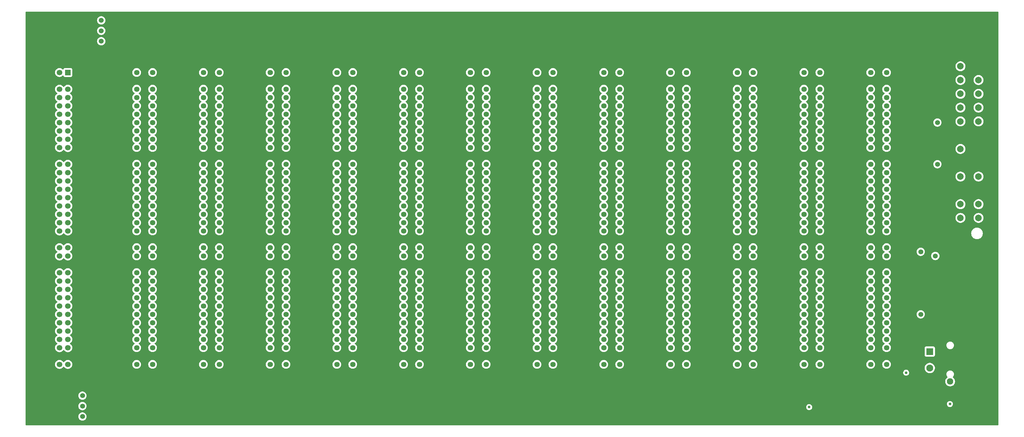
<source format=gbr>
%TF.GenerationSoftware,KiCad,Pcbnew,9.0.7*%
%TF.CreationDate,2026-02-22T19:12:49-05:00*%
%TF.ProjectId,Episode4,45706973-6f64-4653-942e-6b696361645f,2*%
%TF.SameCoordinates,Original*%
%TF.FileFunction,Copper,L3,Inr*%
%TF.FilePolarity,Positive*%
%FSLAX46Y46*%
G04 Gerber Fmt 4.6, Leading zero omitted, Abs format (unit mm)*
G04 Created by KiCad (PCBNEW 9.0.7) date 2026-02-22 19:12:49*
%MOMM*%
%LPD*%
G01*
G04 APERTURE LIST*
%TA.AperFunction,ComponentPad*%
%ADD10C,1.638000*%
%TD*%
%TA.AperFunction,ComponentPad*%
%ADD11C,0.800000*%
%TD*%
%TA.AperFunction,ComponentPad*%
%ADD12C,7.000000*%
%TD*%
%TA.AperFunction,ComponentPad*%
%ADD13R,2.100000X2.100000*%
%TD*%
%TA.AperFunction,ComponentPad*%
%ADD14C,2.100000*%
%TD*%
%TA.AperFunction,ComponentPad*%
%ADD15C,1.950000*%
%TD*%
%TA.AperFunction,ComponentPad*%
%ADD16C,2.000000*%
%TD*%
%TA.AperFunction,ComponentPad*%
%ADD17R,1.700000X1.700000*%
%TD*%
%TA.AperFunction,ComponentPad*%
%ADD18C,1.700000*%
%TD*%
%TA.AperFunction,ViaPad*%
%ADD19C,1.500000*%
%TD*%
%TA.AperFunction,ViaPad*%
%ADD20C,0.800000*%
%TD*%
G04 APERTURE END LIST*
D10*
%TO.N,+5V*%
%TO.C,J2*%
X39141000Y-19050000D03*
X34290000Y-19050000D03*
%TO.N,GND*%
X39141000Y-21590000D03*
X34290000Y-21590000D03*
%TO.N,/A0*%
X39141000Y-24130000D03*
%TO.N,/Q*%
X34290000Y-24130000D03*
%TO.N,/A1*%
X39141000Y-26670000D03*
%TO.N,/E*%
X34290000Y-26670000D03*
%TO.N,/A2*%
X39141000Y-29210000D03*
%TO.N,/~{RD}*%
X34290000Y-29210000D03*
%TO.N,/A3*%
X39141000Y-31750000D03*
%TO.N,/~{WR}*%
X34290000Y-31750000D03*
%TO.N,/A4*%
X39141000Y-34290000D03*
%TO.N,/R{slash}~{W}*%
X34290000Y-34290000D03*
%TO.N,/A5*%
X39141000Y-36830000D03*
%TO.N,/~{CBLK}*%
X34290000Y-36830000D03*
%TO.N,/A6*%
X39141000Y-39370000D03*
%TO.N,/~{IORQ}*%
X34290000Y-39370000D03*
%TO.N,/A7*%
X39141000Y-41910000D03*
%TO.N,/~{MREQ}*%
X34290000Y-41910000D03*
%TO.N,GND*%
X39141000Y-44450000D03*
X34290000Y-44450000D03*
%TO.N,/A8*%
X39141000Y-46990000D03*
%TO.N,/BA*%
X34290000Y-46990000D03*
%TO.N,/A9*%
X39141000Y-49530000D03*
%TO.N,/BS*%
X34290000Y-49530000D03*
%TO.N,/A10*%
X39141000Y-52070000D03*
%TO.N,/USR1*%
X34290000Y-52070000D03*
%TO.N,/A11*%
X39141000Y-54610000D03*
%TO.N,/USR2*%
X34290000Y-54610000D03*
%TO.N,/A12*%
X39141000Y-57150000D03*
%TO.N,/USR3*%
X34290000Y-57150000D03*
%TO.N,/A13*%
X39141000Y-59690000D03*
%TO.N,/USR4*%
X34290000Y-59690000D03*
%TO.N,/A14*%
X39141000Y-62230000D03*
%TO.N,/~{BREQ}*%
X34290000Y-62230000D03*
%TO.N,/A15*%
X39141000Y-64770000D03*
%TO.N,/~{HALT}*%
X34290000Y-64770000D03*
%TO.N,/~{RESET}*%
X39141000Y-67310000D03*
%TO.N,/~{MRDY}*%
X34290000Y-67310000D03*
%TO.N,GND*%
X39141000Y-69850000D03*
X34290000Y-69850000D03*
%TO.N,+3V3*%
X39141000Y-72390000D03*
X34290000Y-72390000D03*
%TO.N,-12V*%
X39141000Y-74930000D03*
%TO.N,+12V*%
X34290000Y-74930000D03*
%TO.N,GND*%
X39141000Y-77470000D03*
X34290000Y-77470000D03*
%TO.N,/~{RAM_{oe}}*%
X39141000Y-80010000D03*
%TO.N,/~{FIRQ1}*%
X34290000Y-80010000D03*
%TO.N,/~{MMU_{en}}*%
X39141000Y-82550000D03*
%TO.N,/~{FIRQ2}*%
X34290000Y-82550000D03*
%TO.N,/D0*%
X39141000Y-85090000D03*
%TO.N,/~{FIRQ3}*%
X34290000Y-85090000D03*
%TO.N,/D1*%
X39141000Y-87630000D03*
%TO.N,/~{IRQ1}*%
X34290000Y-87630000D03*
%TO.N,/D2*%
X39141000Y-90170000D03*
%TO.N,/~{IRQ2}*%
X34290000Y-90170000D03*
%TO.N,/D3*%
X39141000Y-92710000D03*
%TO.N,/~{IRQ3}*%
X34290000Y-92710000D03*
%TO.N,/D4*%
X39141000Y-95250000D03*
%TO.N,/~{IRQ4}*%
X34290000Y-95250000D03*
%TO.N,/D5*%
X39141000Y-97790000D03*
%TO.N,/~{IRQ5}*%
X34290000Y-97790000D03*
%TO.N,/D6*%
X39141000Y-100330000D03*
%TO.N,/~{IRQ6}*%
X34290000Y-100330000D03*
%TO.N,/D7*%
X39141000Y-102870000D03*
%TO.N,/~{IRQ7}*%
X34290000Y-102870000D03*
%TO.N,GND*%
X39141000Y-105410000D03*
X34290000Y-105410000D03*
%TO.N,+5V*%
X39141000Y-107950000D03*
X34290000Y-107950000D03*
%TD*%
%TO.N,+5V*%
%TO.C,J3*%
X59461000Y-19050000D03*
X54610000Y-19050000D03*
%TO.N,GND*%
X59461000Y-21590000D03*
X54610000Y-21590000D03*
%TO.N,/A0*%
X59461000Y-24130000D03*
%TO.N,/Q*%
X54610000Y-24130000D03*
%TO.N,/A1*%
X59461000Y-26670000D03*
%TO.N,/E*%
X54610000Y-26670000D03*
%TO.N,/A2*%
X59461000Y-29210000D03*
%TO.N,/~{RD}*%
X54610000Y-29210000D03*
%TO.N,/A3*%
X59461000Y-31750000D03*
%TO.N,/~{WR}*%
X54610000Y-31750000D03*
%TO.N,/A4*%
X59461000Y-34290000D03*
%TO.N,/R{slash}~{W}*%
X54610000Y-34290000D03*
%TO.N,/A5*%
X59461000Y-36830000D03*
%TO.N,/~{CBLK}*%
X54610000Y-36830000D03*
%TO.N,/A6*%
X59461000Y-39370000D03*
%TO.N,/~{IORQ}*%
X54610000Y-39370000D03*
%TO.N,/A7*%
X59461000Y-41910000D03*
%TO.N,/~{MREQ}*%
X54610000Y-41910000D03*
%TO.N,GND*%
X59461000Y-44450000D03*
X54610000Y-44450000D03*
%TO.N,/A8*%
X59461000Y-46990000D03*
%TO.N,/BA*%
X54610000Y-46990000D03*
%TO.N,/A9*%
X59461000Y-49530000D03*
%TO.N,/BS*%
X54610000Y-49530000D03*
%TO.N,/A10*%
X59461000Y-52070000D03*
%TO.N,/USR1*%
X54610000Y-52070000D03*
%TO.N,/A11*%
X59461000Y-54610000D03*
%TO.N,/USR2*%
X54610000Y-54610000D03*
%TO.N,/A12*%
X59461000Y-57150000D03*
%TO.N,/USR3*%
X54610000Y-57150000D03*
%TO.N,/A13*%
X59461000Y-59690000D03*
%TO.N,/USR4*%
X54610000Y-59690000D03*
%TO.N,/A14*%
X59461000Y-62230000D03*
%TO.N,/~{BREQ}*%
X54610000Y-62230000D03*
%TO.N,/A15*%
X59461000Y-64770000D03*
%TO.N,/~{HALT}*%
X54610000Y-64770000D03*
%TO.N,/~{RESET}*%
X59461000Y-67310000D03*
%TO.N,/~{MRDY}*%
X54610000Y-67310000D03*
%TO.N,GND*%
X59461000Y-69850000D03*
X54610000Y-69850000D03*
%TO.N,+3V3*%
X59461000Y-72390000D03*
X54610000Y-72390000D03*
%TO.N,-12V*%
X59461000Y-74930000D03*
%TO.N,+12V*%
X54610000Y-74930000D03*
%TO.N,GND*%
X59461000Y-77470000D03*
X54610000Y-77470000D03*
%TO.N,/~{RAM_{oe}}*%
X59461000Y-80010000D03*
%TO.N,/~{FIRQ1}*%
X54610000Y-80010000D03*
%TO.N,/~{MMU_{en}}*%
X59461000Y-82550000D03*
%TO.N,/~{FIRQ2}*%
X54610000Y-82550000D03*
%TO.N,/D0*%
X59461000Y-85090000D03*
%TO.N,/~{FIRQ3}*%
X54610000Y-85090000D03*
%TO.N,/D1*%
X59461000Y-87630000D03*
%TO.N,/~{IRQ1}*%
X54610000Y-87630000D03*
%TO.N,/D2*%
X59461000Y-90170000D03*
%TO.N,/~{IRQ2}*%
X54610000Y-90170000D03*
%TO.N,/D3*%
X59461000Y-92710000D03*
%TO.N,/~{IRQ3}*%
X54610000Y-92710000D03*
%TO.N,/D4*%
X59461000Y-95250000D03*
%TO.N,/~{IRQ4}*%
X54610000Y-95250000D03*
%TO.N,/D5*%
X59461000Y-97790000D03*
%TO.N,/~{IRQ5}*%
X54610000Y-97790000D03*
%TO.N,/D6*%
X59461000Y-100330000D03*
%TO.N,/~{IRQ6}*%
X54610000Y-100330000D03*
%TO.N,/D7*%
X59461000Y-102870000D03*
%TO.N,/~{IRQ7}*%
X54610000Y-102870000D03*
%TO.N,GND*%
X59461000Y-105410000D03*
X54610000Y-105410000D03*
%TO.N,+5V*%
X59461000Y-107950000D03*
X54610000Y-107950000D03*
%TD*%
D11*
%TO.N,GND*%
%TO.C,H10*%
X288205000Y-120650000D03*
X288973845Y-118793845D03*
X288973845Y-122506155D03*
X290830000Y-118025000D03*
D12*
X290830000Y-120650000D03*
D11*
X290830000Y-123275000D03*
X292686155Y-118793845D03*
X292686155Y-122506155D03*
X293455000Y-120650000D03*
%TD*%
%TO.N,GND*%
%TO.C,H2*%
X3725000Y-120650000D03*
X4493845Y-118793845D03*
X4493845Y-122506155D03*
X6350000Y-118025000D03*
D12*
X6350000Y-120650000D03*
D11*
X6350000Y-123275000D03*
X8206155Y-118793845D03*
X8206155Y-122506155D03*
X8975000Y-120650000D03*
%TD*%
D10*
%TO.N,+5V*%
%TO.C,J7*%
X140741000Y-19050000D03*
X135890000Y-19050000D03*
%TO.N,GND*%
X140741000Y-21590000D03*
X135890000Y-21590000D03*
%TO.N,/A0*%
X140741000Y-24130000D03*
%TO.N,/Q*%
X135890000Y-24130000D03*
%TO.N,/A1*%
X140741000Y-26670000D03*
%TO.N,/E*%
X135890000Y-26670000D03*
%TO.N,/A2*%
X140741000Y-29210000D03*
%TO.N,/~{RD}*%
X135890000Y-29210000D03*
%TO.N,/A3*%
X140741000Y-31750000D03*
%TO.N,/~{WR}*%
X135890000Y-31750000D03*
%TO.N,/A4*%
X140741000Y-34290000D03*
%TO.N,/R{slash}~{W}*%
X135890000Y-34290000D03*
%TO.N,/A5*%
X140741000Y-36830000D03*
%TO.N,/~{CBLK}*%
X135890000Y-36830000D03*
%TO.N,/A6*%
X140741000Y-39370000D03*
%TO.N,/~{IORQ}*%
X135890000Y-39370000D03*
%TO.N,/A7*%
X140741000Y-41910000D03*
%TO.N,/~{MREQ}*%
X135890000Y-41910000D03*
%TO.N,GND*%
X140741000Y-44450000D03*
X135890000Y-44450000D03*
%TO.N,/A8*%
X140741000Y-46990000D03*
%TO.N,/BA*%
X135890000Y-46990000D03*
%TO.N,/A9*%
X140741000Y-49530000D03*
%TO.N,/BS*%
X135890000Y-49530000D03*
%TO.N,/A10*%
X140741000Y-52070000D03*
%TO.N,/USR1*%
X135890000Y-52070000D03*
%TO.N,/A11*%
X140741000Y-54610000D03*
%TO.N,/USR2*%
X135890000Y-54610000D03*
%TO.N,/A12*%
X140741000Y-57150000D03*
%TO.N,/USR3*%
X135890000Y-57150000D03*
%TO.N,/A13*%
X140741000Y-59690000D03*
%TO.N,/USR4*%
X135890000Y-59690000D03*
%TO.N,/A14*%
X140741000Y-62230000D03*
%TO.N,/~{BREQ}*%
X135890000Y-62230000D03*
%TO.N,/A15*%
X140741000Y-64770000D03*
%TO.N,/~{HALT}*%
X135890000Y-64770000D03*
%TO.N,/~{RESET}*%
X140741000Y-67310000D03*
%TO.N,/~{MRDY}*%
X135890000Y-67310000D03*
%TO.N,GND*%
X140741000Y-69850000D03*
X135890000Y-69850000D03*
%TO.N,+3V3*%
X140741000Y-72390000D03*
X135890000Y-72390000D03*
%TO.N,-12V*%
X140741000Y-74930000D03*
%TO.N,+12V*%
X135890000Y-74930000D03*
%TO.N,GND*%
X140741000Y-77470000D03*
X135890000Y-77470000D03*
%TO.N,/~{RAM_{oe}}*%
X140741000Y-80010000D03*
%TO.N,/~{FIRQ1}*%
X135890000Y-80010000D03*
%TO.N,/~{MMU_{en}}*%
X140741000Y-82550000D03*
%TO.N,/~{FIRQ2}*%
X135890000Y-82550000D03*
%TO.N,/D0*%
X140741000Y-85090000D03*
%TO.N,/~{FIRQ3}*%
X135890000Y-85090000D03*
%TO.N,/D1*%
X140741000Y-87630000D03*
%TO.N,/~{IRQ1}*%
X135890000Y-87630000D03*
%TO.N,/D2*%
X140741000Y-90170000D03*
%TO.N,/~{IRQ2}*%
X135890000Y-90170000D03*
%TO.N,/D3*%
X140741000Y-92710000D03*
%TO.N,/~{IRQ3}*%
X135890000Y-92710000D03*
%TO.N,/D4*%
X140741000Y-95250000D03*
%TO.N,/~{IRQ4}*%
X135890000Y-95250000D03*
%TO.N,/D5*%
X140741000Y-97790000D03*
%TO.N,/~{IRQ5}*%
X135890000Y-97790000D03*
%TO.N,/D6*%
X140741000Y-100330000D03*
%TO.N,/~{IRQ6}*%
X135890000Y-100330000D03*
%TO.N,/D7*%
X140741000Y-102870000D03*
%TO.N,/~{IRQ7}*%
X135890000Y-102870000D03*
%TO.N,GND*%
X140741000Y-105410000D03*
X135890000Y-105410000D03*
%TO.N,+5V*%
X140741000Y-107950000D03*
X135890000Y-107950000D03*
%TD*%
D13*
%TO.N,Net-(R2-Pad2)*%
%TO.C,SW1*%
X275815000Y-104053000D03*
D14*
%TO.N,GND*%
X288215000Y-104053000D03*
%TO.N,Net-(R2-Pad2)*%
X275815000Y-109053000D03*
%TO.N,GND*%
X288215000Y-109053000D03*
D15*
X282015000Y-99953000D03*
%TO.N,Net-(SW1-A)*%
X282015000Y-113153000D03*
%TD*%
D10*
%TO.N,+5V*%
%TO.C,J9*%
X181381000Y-19050000D03*
X176530000Y-19050000D03*
%TO.N,GND*%
X181381000Y-21590000D03*
X176530000Y-21590000D03*
%TO.N,/A0*%
X181381000Y-24130000D03*
%TO.N,/Q*%
X176530000Y-24130000D03*
%TO.N,/A1*%
X181381000Y-26670000D03*
%TO.N,/E*%
X176530000Y-26670000D03*
%TO.N,/A2*%
X181381000Y-29210000D03*
%TO.N,/~{RD}*%
X176530000Y-29210000D03*
%TO.N,/A3*%
X181381000Y-31750000D03*
%TO.N,/~{WR}*%
X176530000Y-31750000D03*
%TO.N,/A4*%
X181381000Y-34290000D03*
%TO.N,/R{slash}~{W}*%
X176530000Y-34290000D03*
%TO.N,/A5*%
X181381000Y-36830000D03*
%TO.N,/~{CBLK}*%
X176530000Y-36830000D03*
%TO.N,/A6*%
X181381000Y-39370000D03*
%TO.N,/~{IORQ}*%
X176530000Y-39370000D03*
%TO.N,/A7*%
X181381000Y-41910000D03*
%TO.N,/~{MREQ}*%
X176530000Y-41910000D03*
%TO.N,GND*%
X181381000Y-44450000D03*
X176530000Y-44450000D03*
%TO.N,/A8*%
X181381000Y-46990000D03*
%TO.N,/BA*%
X176530000Y-46990000D03*
%TO.N,/A9*%
X181381000Y-49530000D03*
%TO.N,/BS*%
X176530000Y-49530000D03*
%TO.N,/A10*%
X181381000Y-52070000D03*
%TO.N,/USR1*%
X176530000Y-52070000D03*
%TO.N,/A11*%
X181381000Y-54610000D03*
%TO.N,/USR2*%
X176530000Y-54610000D03*
%TO.N,/A12*%
X181381000Y-57150000D03*
%TO.N,/USR3*%
X176530000Y-57150000D03*
%TO.N,/A13*%
X181381000Y-59690000D03*
%TO.N,/USR4*%
X176530000Y-59690000D03*
%TO.N,/A14*%
X181381000Y-62230000D03*
%TO.N,/~{BREQ}*%
X176530000Y-62230000D03*
%TO.N,/A15*%
X181381000Y-64770000D03*
%TO.N,/~{HALT}*%
X176530000Y-64770000D03*
%TO.N,/~{RESET}*%
X181381000Y-67310000D03*
%TO.N,/~{MRDY}*%
X176530000Y-67310000D03*
%TO.N,GND*%
X181381000Y-69850000D03*
X176530000Y-69850000D03*
%TO.N,+3V3*%
X181381000Y-72390000D03*
X176530000Y-72390000D03*
%TO.N,-12V*%
X181381000Y-74930000D03*
%TO.N,+12V*%
X176530000Y-74930000D03*
%TO.N,GND*%
X181381000Y-77470000D03*
X176530000Y-77470000D03*
%TO.N,/~{RAM_{oe}}*%
X181381000Y-80010000D03*
%TO.N,/~{FIRQ1}*%
X176530000Y-80010000D03*
%TO.N,/~{MMU_{en}}*%
X181381000Y-82550000D03*
%TO.N,/~{FIRQ2}*%
X176530000Y-82550000D03*
%TO.N,/D0*%
X181381000Y-85090000D03*
%TO.N,/~{FIRQ3}*%
X176530000Y-85090000D03*
%TO.N,/D1*%
X181381000Y-87630000D03*
%TO.N,/~{IRQ1}*%
X176530000Y-87630000D03*
%TO.N,/D2*%
X181381000Y-90170000D03*
%TO.N,/~{IRQ2}*%
X176530000Y-90170000D03*
%TO.N,/D3*%
X181381000Y-92710000D03*
%TO.N,/~{IRQ3}*%
X176530000Y-92710000D03*
%TO.N,/D4*%
X181381000Y-95250000D03*
%TO.N,/~{IRQ4}*%
X176530000Y-95250000D03*
%TO.N,/D5*%
X181381000Y-97790000D03*
%TO.N,/~{IRQ5}*%
X176530000Y-97790000D03*
%TO.N,/D6*%
X181381000Y-100330000D03*
%TO.N,/~{IRQ6}*%
X176530000Y-100330000D03*
%TO.N,/D7*%
X181381000Y-102870000D03*
%TO.N,/~{IRQ7}*%
X176530000Y-102870000D03*
%TO.N,GND*%
X181381000Y-105410000D03*
X176530000Y-105410000D03*
%TO.N,+5V*%
X181381000Y-107950000D03*
X176530000Y-107950000D03*
%TD*%
%TO.N,+5V*%
%TO.C,J11*%
X222021000Y-19050000D03*
X217170000Y-19050000D03*
%TO.N,GND*%
X222021000Y-21590000D03*
X217170000Y-21590000D03*
%TO.N,/A0*%
X222021000Y-24130000D03*
%TO.N,/Q*%
X217170000Y-24130000D03*
%TO.N,/A1*%
X222021000Y-26670000D03*
%TO.N,/E*%
X217170000Y-26670000D03*
%TO.N,/A2*%
X222021000Y-29210000D03*
%TO.N,/~{RD}*%
X217170000Y-29210000D03*
%TO.N,/A3*%
X222021000Y-31750000D03*
%TO.N,/~{WR}*%
X217170000Y-31750000D03*
%TO.N,/A4*%
X222021000Y-34290000D03*
%TO.N,/R{slash}~{W}*%
X217170000Y-34290000D03*
%TO.N,/A5*%
X222021000Y-36830000D03*
%TO.N,/~{CBLK}*%
X217170000Y-36830000D03*
%TO.N,/A6*%
X222021000Y-39370000D03*
%TO.N,/~{IORQ}*%
X217170000Y-39370000D03*
%TO.N,/A7*%
X222021000Y-41910000D03*
%TO.N,/~{MREQ}*%
X217170000Y-41910000D03*
%TO.N,GND*%
X222021000Y-44450000D03*
X217170000Y-44450000D03*
%TO.N,/A8*%
X222021000Y-46990000D03*
%TO.N,/BA*%
X217170000Y-46990000D03*
%TO.N,/A9*%
X222021000Y-49530000D03*
%TO.N,/BS*%
X217170000Y-49530000D03*
%TO.N,/A10*%
X222021000Y-52070000D03*
%TO.N,/USR1*%
X217170000Y-52070000D03*
%TO.N,/A11*%
X222021000Y-54610000D03*
%TO.N,/USR2*%
X217170000Y-54610000D03*
%TO.N,/A12*%
X222021000Y-57150000D03*
%TO.N,/USR3*%
X217170000Y-57150000D03*
%TO.N,/A13*%
X222021000Y-59690000D03*
%TO.N,/USR4*%
X217170000Y-59690000D03*
%TO.N,/A14*%
X222021000Y-62230000D03*
%TO.N,/~{BREQ}*%
X217170000Y-62230000D03*
%TO.N,/A15*%
X222021000Y-64770000D03*
%TO.N,/~{HALT}*%
X217170000Y-64770000D03*
%TO.N,/~{RESET}*%
X222021000Y-67310000D03*
%TO.N,/~{MRDY}*%
X217170000Y-67310000D03*
%TO.N,GND*%
X222021000Y-69850000D03*
X217170000Y-69850000D03*
%TO.N,+3V3*%
X222021000Y-72390000D03*
X217170000Y-72390000D03*
%TO.N,-12V*%
X222021000Y-74930000D03*
%TO.N,+12V*%
X217170000Y-74930000D03*
%TO.N,GND*%
X222021000Y-77470000D03*
X217170000Y-77470000D03*
%TO.N,/~{RAM_{oe}}*%
X222021000Y-80010000D03*
%TO.N,/~{FIRQ1}*%
X217170000Y-80010000D03*
%TO.N,/~{MMU_{en}}*%
X222021000Y-82550000D03*
%TO.N,/~{FIRQ2}*%
X217170000Y-82550000D03*
%TO.N,/D0*%
X222021000Y-85090000D03*
%TO.N,/~{FIRQ3}*%
X217170000Y-85090000D03*
%TO.N,/D1*%
X222021000Y-87630000D03*
%TO.N,/~{IRQ1}*%
X217170000Y-87630000D03*
%TO.N,/D2*%
X222021000Y-90170000D03*
%TO.N,/~{IRQ2}*%
X217170000Y-90170000D03*
%TO.N,/D3*%
X222021000Y-92710000D03*
%TO.N,/~{IRQ3}*%
X217170000Y-92710000D03*
%TO.N,/D4*%
X222021000Y-95250000D03*
%TO.N,/~{IRQ4}*%
X217170000Y-95250000D03*
%TO.N,/D5*%
X222021000Y-97790000D03*
%TO.N,/~{IRQ5}*%
X217170000Y-97790000D03*
%TO.N,/D6*%
X222021000Y-100330000D03*
%TO.N,/~{IRQ6}*%
X217170000Y-100330000D03*
%TO.N,/D7*%
X222021000Y-102870000D03*
%TO.N,/~{IRQ7}*%
X217170000Y-102870000D03*
%TO.N,GND*%
X222021000Y-105410000D03*
X217170000Y-105410000D03*
%TO.N,+5V*%
X222021000Y-107950000D03*
X217170000Y-107950000D03*
%TD*%
%TO.N,+5V*%
%TO.C,J13*%
X262661000Y-19050000D03*
X257810000Y-19050000D03*
%TO.N,GND*%
X262661000Y-21590000D03*
X257810000Y-21590000D03*
%TO.N,/A0*%
X262661000Y-24130000D03*
%TO.N,/Q*%
X257810000Y-24130000D03*
%TO.N,/A1*%
X262661000Y-26670000D03*
%TO.N,/E*%
X257810000Y-26670000D03*
%TO.N,/A2*%
X262661000Y-29210000D03*
%TO.N,/~{RD}*%
X257810000Y-29210000D03*
%TO.N,/A3*%
X262661000Y-31750000D03*
%TO.N,/~{WR}*%
X257810000Y-31750000D03*
%TO.N,/A4*%
X262661000Y-34290000D03*
%TO.N,/R{slash}~{W}*%
X257810000Y-34290000D03*
%TO.N,/A5*%
X262661000Y-36830000D03*
%TO.N,/~{CBLK}*%
X257810000Y-36830000D03*
%TO.N,/A6*%
X262661000Y-39370000D03*
%TO.N,/~{IORQ}*%
X257810000Y-39370000D03*
%TO.N,/A7*%
X262661000Y-41910000D03*
%TO.N,/~{MREQ}*%
X257810000Y-41910000D03*
%TO.N,GND*%
X262661000Y-44450000D03*
X257810000Y-44450000D03*
%TO.N,/A8*%
X262661000Y-46990000D03*
%TO.N,/BA*%
X257810000Y-46990000D03*
%TO.N,/A9*%
X262661000Y-49530000D03*
%TO.N,/BS*%
X257810000Y-49530000D03*
%TO.N,/A10*%
X262661000Y-52070000D03*
%TO.N,/USR1*%
X257810000Y-52070000D03*
%TO.N,/A11*%
X262661000Y-54610000D03*
%TO.N,/USR2*%
X257810000Y-54610000D03*
%TO.N,/A12*%
X262661000Y-57150000D03*
%TO.N,/USR3*%
X257810000Y-57150000D03*
%TO.N,/A13*%
X262661000Y-59690000D03*
%TO.N,/USR4*%
X257810000Y-59690000D03*
%TO.N,/A14*%
X262661000Y-62230000D03*
%TO.N,/~{BREQ}*%
X257810000Y-62230000D03*
%TO.N,/A15*%
X262661000Y-64770000D03*
%TO.N,/~{HALT}*%
X257810000Y-64770000D03*
%TO.N,/~{RESET}*%
X262661000Y-67310000D03*
%TO.N,/~{MRDY}*%
X257810000Y-67310000D03*
%TO.N,GND*%
X262661000Y-69850000D03*
X257810000Y-69850000D03*
%TO.N,+3V3*%
X262661000Y-72390000D03*
X257810000Y-72390000D03*
%TO.N,-12V*%
X262661000Y-74930000D03*
%TO.N,+12V*%
X257810000Y-74930000D03*
%TO.N,GND*%
X262661000Y-77470000D03*
X257810000Y-77470000D03*
%TO.N,/~{RAM_{oe}}*%
X262661000Y-80010000D03*
%TO.N,/~{FIRQ1}*%
X257810000Y-80010000D03*
%TO.N,/~{MMU_{en}}*%
X262661000Y-82550000D03*
%TO.N,/~{FIRQ2}*%
X257810000Y-82550000D03*
%TO.N,/D0*%
X262661000Y-85090000D03*
%TO.N,/~{FIRQ3}*%
X257810000Y-85090000D03*
%TO.N,/D1*%
X262661000Y-87630000D03*
%TO.N,/~{IRQ1}*%
X257810000Y-87630000D03*
%TO.N,/D2*%
X262661000Y-90170000D03*
%TO.N,/~{IRQ2}*%
X257810000Y-90170000D03*
%TO.N,/D3*%
X262661000Y-92710000D03*
%TO.N,/~{IRQ3}*%
X257810000Y-92710000D03*
%TO.N,/D4*%
X262661000Y-95250000D03*
%TO.N,/~{IRQ4}*%
X257810000Y-95250000D03*
%TO.N,/D5*%
X262661000Y-97790000D03*
%TO.N,/~{IRQ5}*%
X257810000Y-97790000D03*
%TO.N,/D6*%
X262661000Y-100330000D03*
%TO.N,/~{IRQ6}*%
X257810000Y-100330000D03*
%TO.N,/D7*%
X262661000Y-102870000D03*
%TO.N,/~{IRQ7}*%
X257810000Y-102870000D03*
%TO.N,GND*%
X262661000Y-105410000D03*
X257810000Y-105410000D03*
%TO.N,+5V*%
X262661000Y-107950000D03*
X257810000Y-107950000D03*
%TD*%
%TO.N,+5V*%
%TO.C,J10*%
X201701000Y-19050000D03*
X196850000Y-19050000D03*
%TO.N,GND*%
X201701000Y-21590000D03*
X196850000Y-21590000D03*
%TO.N,/A0*%
X201701000Y-24130000D03*
%TO.N,/Q*%
X196850000Y-24130000D03*
%TO.N,/A1*%
X201701000Y-26670000D03*
%TO.N,/E*%
X196850000Y-26670000D03*
%TO.N,/A2*%
X201701000Y-29210000D03*
%TO.N,/~{RD}*%
X196850000Y-29210000D03*
%TO.N,/A3*%
X201701000Y-31750000D03*
%TO.N,/~{WR}*%
X196850000Y-31750000D03*
%TO.N,/A4*%
X201701000Y-34290000D03*
%TO.N,/R{slash}~{W}*%
X196850000Y-34290000D03*
%TO.N,/A5*%
X201701000Y-36830000D03*
%TO.N,/~{CBLK}*%
X196850000Y-36830000D03*
%TO.N,/A6*%
X201701000Y-39370000D03*
%TO.N,/~{IORQ}*%
X196850000Y-39370000D03*
%TO.N,/A7*%
X201701000Y-41910000D03*
%TO.N,/~{MREQ}*%
X196850000Y-41910000D03*
%TO.N,GND*%
X201701000Y-44450000D03*
X196850000Y-44450000D03*
%TO.N,/A8*%
X201701000Y-46990000D03*
%TO.N,/BA*%
X196850000Y-46990000D03*
%TO.N,/A9*%
X201701000Y-49530000D03*
%TO.N,/BS*%
X196850000Y-49530000D03*
%TO.N,/A10*%
X201701000Y-52070000D03*
%TO.N,/USR1*%
X196850000Y-52070000D03*
%TO.N,/A11*%
X201701000Y-54610000D03*
%TO.N,/USR2*%
X196850000Y-54610000D03*
%TO.N,/A12*%
X201701000Y-57150000D03*
%TO.N,/USR3*%
X196850000Y-57150000D03*
%TO.N,/A13*%
X201701000Y-59690000D03*
%TO.N,/USR4*%
X196850000Y-59690000D03*
%TO.N,/A14*%
X201701000Y-62230000D03*
%TO.N,/~{BREQ}*%
X196850000Y-62230000D03*
%TO.N,/A15*%
X201701000Y-64770000D03*
%TO.N,/~{HALT}*%
X196850000Y-64770000D03*
%TO.N,/~{RESET}*%
X201701000Y-67310000D03*
%TO.N,/~{MRDY}*%
X196850000Y-67310000D03*
%TO.N,GND*%
X201701000Y-69850000D03*
X196850000Y-69850000D03*
%TO.N,+3V3*%
X201701000Y-72390000D03*
X196850000Y-72390000D03*
%TO.N,-12V*%
X201701000Y-74930000D03*
%TO.N,+12V*%
X196850000Y-74930000D03*
%TO.N,GND*%
X201701000Y-77470000D03*
X196850000Y-77470000D03*
%TO.N,/~{RAM_{oe}}*%
X201701000Y-80010000D03*
%TO.N,/~{FIRQ1}*%
X196850000Y-80010000D03*
%TO.N,/~{MMU_{en}}*%
X201701000Y-82550000D03*
%TO.N,/~{FIRQ2}*%
X196850000Y-82550000D03*
%TO.N,/D0*%
X201701000Y-85090000D03*
%TO.N,/~{FIRQ3}*%
X196850000Y-85090000D03*
%TO.N,/D1*%
X201701000Y-87630000D03*
%TO.N,/~{IRQ1}*%
X196850000Y-87630000D03*
%TO.N,/D2*%
X201701000Y-90170000D03*
%TO.N,/~{IRQ2}*%
X196850000Y-90170000D03*
%TO.N,/D3*%
X201701000Y-92710000D03*
%TO.N,/~{IRQ3}*%
X196850000Y-92710000D03*
%TO.N,/D4*%
X201701000Y-95250000D03*
%TO.N,/~{IRQ4}*%
X196850000Y-95250000D03*
%TO.N,/D5*%
X201701000Y-97790000D03*
%TO.N,/~{IRQ5}*%
X196850000Y-97790000D03*
%TO.N,/D6*%
X201701000Y-100330000D03*
%TO.N,/~{IRQ6}*%
X196850000Y-100330000D03*
%TO.N,/D7*%
X201701000Y-102870000D03*
%TO.N,/~{IRQ7}*%
X196850000Y-102870000D03*
%TO.N,GND*%
X201701000Y-105410000D03*
X196850000Y-105410000D03*
%TO.N,+5V*%
X201701000Y-107950000D03*
X196850000Y-107950000D03*
%TD*%
%TO.N,+5V*%
%TO.C,J5*%
X100101000Y-19050000D03*
X95250000Y-19050000D03*
%TO.N,GND*%
X100101000Y-21590000D03*
X95250000Y-21590000D03*
%TO.N,/A0*%
X100101000Y-24130000D03*
%TO.N,/Q*%
X95250000Y-24130000D03*
%TO.N,/A1*%
X100101000Y-26670000D03*
%TO.N,/E*%
X95250000Y-26670000D03*
%TO.N,/A2*%
X100101000Y-29210000D03*
%TO.N,/~{RD}*%
X95250000Y-29210000D03*
%TO.N,/A3*%
X100101000Y-31750000D03*
%TO.N,/~{WR}*%
X95250000Y-31750000D03*
%TO.N,/A4*%
X100101000Y-34290000D03*
%TO.N,/R{slash}~{W}*%
X95250000Y-34290000D03*
%TO.N,/A5*%
X100101000Y-36830000D03*
%TO.N,/~{CBLK}*%
X95250000Y-36830000D03*
%TO.N,/A6*%
X100101000Y-39370000D03*
%TO.N,/~{IORQ}*%
X95250000Y-39370000D03*
%TO.N,/A7*%
X100101000Y-41910000D03*
%TO.N,/~{MREQ}*%
X95250000Y-41910000D03*
%TO.N,GND*%
X100101000Y-44450000D03*
X95250000Y-44450000D03*
%TO.N,/A8*%
X100101000Y-46990000D03*
%TO.N,/BA*%
X95250000Y-46990000D03*
%TO.N,/A9*%
X100101000Y-49530000D03*
%TO.N,/BS*%
X95250000Y-49530000D03*
%TO.N,/A10*%
X100101000Y-52070000D03*
%TO.N,/USR1*%
X95250000Y-52070000D03*
%TO.N,/A11*%
X100101000Y-54610000D03*
%TO.N,/USR2*%
X95250000Y-54610000D03*
%TO.N,/A12*%
X100101000Y-57150000D03*
%TO.N,/USR3*%
X95250000Y-57150000D03*
%TO.N,/A13*%
X100101000Y-59690000D03*
%TO.N,/USR4*%
X95250000Y-59690000D03*
%TO.N,/A14*%
X100101000Y-62230000D03*
%TO.N,/~{BREQ}*%
X95250000Y-62230000D03*
%TO.N,/A15*%
X100101000Y-64770000D03*
%TO.N,/~{HALT}*%
X95250000Y-64770000D03*
%TO.N,/~{RESET}*%
X100101000Y-67310000D03*
%TO.N,/~{MRDY}*%
X95250000Y-67310000D03*
%TO.N,GND*%
X100101000Y-69850000D03*
X95250000Y-69850000D03*
%TO.N,+3V3*%
X100101000Y-72390000D03*
X95250000Y-72390000D03*
%TO.N,-12V*%
X100101000Y-74930000D03*
%TO.N,+12V*%
X95250000Y-74930000D03*
%TO.N,GND*%
X100101000Y-77470000D03*
X95250000Y-77470000D03*
%TO.N,/~{RAM_{oe}}*%
X100101000Y-80010000D03*
%TO.N,/~{FIRQ1}*%
X95250000Y-80010000D03*
%TO.N,/~{MMU_{en}}*%
X100101000Y-82550000D03*
%TO.N,/~{FIRQ2}*%
X95250000Y-82550000D03*
%TO.N,/D0*%
X100101000Y-85090000D03*
%TO.N,/~{FIRQ3}*%
X95250000Y-85090000D03*
%TO.N,/D1*%
X100101000Y-87630000D03*
%TO.N,/~{IRQ1}*%
X95250000Y-87630000D03*
%TO.N,/D2*%
X100101000Y-90170000D03*
%TO.N,/~{IRQ2}*%
X95250000Y-90170000D03*
%TO.N,/D3*%
X100101000Y-92710000D03*
%TO.N,/~{IRQ3}*%
X95250000Y-92710000D03*
%TO.N,/D4*%
X100101000Y-95250000D03*
%TO.N,/~{IRQ4}*%
X95250000Y-95250000D03*
%TO.N,/D5*%
X100101000Y-97790000D03*
%TO.N,/~{IRQ5}*%
X95250000Y-97790000D03*
%TO.N,/D6*%
X100101000Y-100330000D03*
%TO.N,/~{IRQ6}*%
X95250000Y-100330000D03*
%TO.N,/D7*%
X100101000Y-102870000D03*
%TO.N,/~{IRQ7}*%
X95250000Y-102870000D03*
%TO.N,GND*%
X100101000Y-105410000D03*
X95250000Y-105410000D03*
%TO.N,+5V*%
X100101000Y-107950000D03*
X95250000Y-107950000D03*
%TD*%
D16*
%TO.N,unconnected-(J14-+3.3V-Pad1)*%
%TO.C,J14*%
X285155000Y-63345000D03*
%TO.N,+3V3*%
X285155000Y-59145000D03*
%TO.N,GND*%
X285155000Y-54945000D03*
%TO.N,unconnected-(J14-+5V-Pad4)*%
X285155000Y-50745000D03*
%TO.N,GND*%
X285155000Y-46545000D03*
%TO.N,unconnected-(J14-+5V-Pad6)*%
X285155000Y-42345000D03*
%TO.N,GND*%
X285155000Y-38145000D03*
%TO.N,unconnected-(J14-PG-Pad8)*%
X285155000Y-33945000D03*
%TO.N,VCC*%
X285155000Y-29745000D03*
%TO.N,+12V*%
X285155000Y-25545000D03*
%TO.N,unconnected-(J14-+12V-Pad11)*%
X285155000Y-21345000D03*
%TO.N,+3V3*%
X285155000Y-17145000D03*
%TO.N,unconnected-(J14-+3.3V-Pad13)*%
X290655000Y-63345000D03*
%TO.N,-12V*%
X290655000Y-59145000D03*
%TO.N,GND*%
X290655000Y-54945000D03*
%TO.N,/~{PS_ON}*%
X290655000Y-50745000D03*
%TO.N,GND*%
X290655000Y-46545000D03*
X290655000Y-42345000D03*
X290655000Y-38145000D03*
%TO.N,unconnected-(J14-NC-Pad20)*%
X290655000Y-33945000D03*
%TO.N,+5V*%
X290655000Y-29745000D03*
X290655000Y-25545000D03*
X290655000Y-21345000D03*
%TO.N,GND*%
X290655000Y-17145000D03*
%TD*%
D10*
%TO.N,+5V*%
%TO.C,J6*%
X120421000Y-19050000D03*
X115570000Y-19050000D03*
%TO.N,GND*%
X120421000Y-21590000D03*
X115570000Y-21590000D03*
%TO.N,/A0*%
X120421000Y-24130000D03*
%TO.N,/Q*%
X115570000Y-24130000D03*
%TO.N,/A1*%
X120421000Y-26670000D03*
%TO.N,/E*%
X115570000Y-26670000D03*
%TO.N,/A2*%
X120421000Y-29210000D03*
%TO.N,/~{RD}*%
X115570000Y-29210000D03*
%TO.N,/A3*%
X120421000Y-31750000D03*
%TO.N,/~{WR}*%
X115570000Y-31750000D03*
%TO.N,/A4*%
X120421000Y-34290000D03*
%TO.N,/R{slash}~{W}*%
X115570000Y-34290000D03*
%TO.N,/A5*%
X120421000Y-36830000D03*
%TO.N,/~{CBLK}*%
X115570000Y-36830000D03*
%TO.N,/A6*%
X120421000Y-39370000D03*
%TO.N,/~{IORQ}*%
X115570000Y-39370000D03*
%TO.N,/A7*%
X120421000Y-41910000D03*
%TO.N,/~{MREQ}*%
X115570000Y-41910000D03*
%TO.N,GND*%
X120421000Y-44450000D03*
X115570000Y-44450000D03*
%TO.N,/A8*%
X120421000Y-46990000D03*
%TO.N,/BA*%
X115570000Y-46990000D03*
%TO.N,/A9*%
X120421000Y-49530000D03*
%TO.N,/BS*%
X115570000Y-49530000D03*
%TO.N,/A10*%
X120421000Y-52070000D03*
%TO.N,/USR1*%
X115570000Y-52070000D03*
%TO.N,/A11*%
X120421000Y-54610000D03*
%TO.N,/USR2*%
X115570000Y-54610000D03*
%TO.N,/A12*%
X120421000Y-57150000D03*
%TO.N,/USR3*%
X115570000Y-57150000D03*
%TO.N,/A13*%
X120421000Y-59690000D03*
%TO.N,/USR4*%
X115570000Y-59690000D03*
%TO.N,/A14*%
X120421000Y-62230000D03*
%TO.N,/~{BREQ}*%
X115570000Y-62230000D03*
%TO.N,/A15*%
X120421000Y-64770000D03*
%TO.N,/~{HALT}*%
X115570000Y-64770000D03*
%TO.N,/~{RESET}*%
X120421000Y-67310000D03*
%TO.N,/~{MRDY}*%
X115570000Y-67310000D03*
%TO.N,GND*%
X120421000Y-69850000D03*
X115570000Y-69850000D03*
%TO.N,+3V3*%
X120421000Y-72390000D03*
X115570000Y-72390000D03*
%TO.N,-12V*%
X120421000Y-74930000D03*
%TO.N,+12V*%
X115570000Y-74930000D03*
%TO.N,GND*%
X120421000Y-77470000D03*
X115570000Y-77470000D03*
%TO.N,/~{RAM_{oe}}*%
X120421000Y-80010000D03*
%TO.N,/~{FIRQ1}*%
X115570000Y-80010000D03*
%TO.N,/~{MMU_{en}}*%
X120421000Y-82550000D03*
%TO.N,/~{FIRQ2}*%
X115570000Y-82550000D03*
%TO.N,/D0*%
X120421000Y-85090000D03*
%TO.N,/~{FIRQ3}*%
X115570000Y-85090000D03*
%TO.N,/D1*%
X120421000Y-87630000D03*
%TO.N,/~{IRQ1}*%
X115570000Y-87630000D03*
%TO.N,/D2*%
X120421000Y-90170000D03*
%TO.N,/~{IRQ2}*%
X115570000Y-90170000D03*
%TO.N,/D3*%
X120421000Y-92710000D03*
%TO.N,/~{IRQ3}*%
X115570000Y-92710000D03*
%TO.N,/D4*%
X120421000Y-95250000D03*
%TO.N,/~{IRQ4}*%
X115570000Y-95250000D03*
%TO.N,/D5*%
X120421000Y-97790000D03*
%TO.N,/~{IRQ5}*%
X115570000Y-97790000D03*
%TO.N,/D6*%
X120421000Y-100330000D03*
%TO.N,/~{IRQ6}*%
X115570000Y-100330000D03*
%TO.N,/D7*%
X120421000Y-102870000D03*
%TO.N,/~{IRQ7}*%
X115570000Y-102870000D03*
%TO.N,GND*%
X120421000Y-105410000D03*
X115570000Y-105410000D03*
%TO.N,+5V*%
X120421000Y-107950000D03*
X115570000Y-107950000D03*
%TD*%
D11*
%TO.N,GND*%
%TO.C,H8*%
X217085000Y-120650000D03*
X217853845Y-118793845D03*
X217853845Y-122506155D03*
X219710000Y-118025000D03*
D12*
X219710000Y-120650000D03*
D11*
X219710000Y-123275000D03*
X221566155Y-118793845D03*
X221566155Y-122506155D03*
X222335000Y-120650000D03*
%TD*%
%TO.N,GND*%
%TO.C,H5*%
X145965000Y-6350000D03*
X146733845Y-4493845D03*
X146733845Y-8206155D03*
X148590000Y-3725000D03*
D12*
X148590000Y-6350000D03*
D11*
X148590000Y-8975000D03*
X150446155Y-4493845D03*
X150446155Y-8206155D03*
X151215000Y-6350000D03*
%TD*%
%TO.N,GND*%
%TO.C,H3*%
X74845000Y-6350000D03*
X75613845Y-4493845D03*
X75613845Y-8206155D03*
X77470000Y-3725000D03*
D12*
X77470000Y-6350000D03*
D11*
X77470000Y-8975000D03*
X79326155Y-4493845D03*
X79326155Y-8206155D03*
X80095000Y-6350000D03*
%TD*%
%TO.N,GND*%
%TO.C,H9*%
X288205000Y-6350000D03*
X288973845Y-4493845D03*
X288973845Y-8206155D03*
X290830000Y-3725000D03*
D12*
X290830000Y-6350000D03*
D11*
X290830000Y-8975000D03*
X292686155Y-4493845D03*
X292686155Y-8206155D03*
X293455000Y-6350000D03*
%TD*%
D17*
%TO.N,+5V*%
%TO.C,J1*%
X13335000Y-19050000D03*
D18*
X10795000Y-19050000D03*
%TO.N,GND*%
X13335000Y-21590000D03*
X10795000Y-21590000D03*
%TO.N,/A0*%
X13335000Y-24130000D03*
%TO.N,/Q*%
X10795000Y-24130000D03*
%TO.N,/A1*%
X13335000Y-26670000D03*
%TO.N,/E*%
X10795000Y-26670000D03*
%TO.N,/A2*%
X13335000Y-29210000D03*
%TO.N,/~{RD}*%
X10795000Y-29210000D03*
%TO.N,/A3*%
X13335000Y-31750000D03*
%TO.N,/~{WR}*%
X10795000Y-31750000D03*
%TO.N,/A4*%
X13335000Y-34290000D03*
%TO.N,/R{slash}~{W}*%
X10795000Y-34290000D03*
%TO.N,/A5*%
X13335000Y-36830000D03*
%TO.N,/~{CBLK}*%
X10795000Y-36830000D03*
%TO.N,/A6*%
X13335000Y-39370000D03*
%TO.N,/~{IORQ}*%
X10795000Y-39370000D03*
%TO.N,/A7*%
X13335000Y-41910000D03*
%TO.N,/~{MREQ}*%
X10795000Y-41910000D03*
%TO.N,GND*%
X13335000Y-44450000D03*
X10795000Y-44450000D03*
%TO.N,/A8*%
X13335000Y-46990000D03*
%TO.N,/BA*%
X10795000Y-46990000D03*
%TO.N,/A9*%
X13335000Y-49530000D03*
%TO.N,/BS*%
X10795000Y-49530000D03*
%TO.N,/A10*%
X13335000Y-52070000D03*
%TO.N,/USR1*%
X10795000Y-52070000D03*
%TO.N,/A11*%
X13335000Y-54610000D03*
%TO.N,/USR2*%
X10795000Y-54610000D03*
%TO.N,/A12*%
X13335000Y-57150000D03*
%TO.N,/USR3*%
X10795000Y-57150000D03*
%TO.N,/A13*%
X13335000Y-59690000D03*
%TO.N,/USR4*%
X10795000Y-59690000D03*
%TO.N,/A14*%
X13335000Y-62230000D03*
%TO.N,/~{BREQ}*%
X10795000Y-62230000D03*
%TO.N,/A15*%
X13335000Y-64770000D03*
%TO.N,/~{HALT}*%
X10795000Y-64770000D03*
%TO.N,/~{RESET}*%
X13335000Y-67310000D03*
%TO.N,/~{MRDY}*%
X10795000Y-67310000D03*
%TO.N,GND*%
X13335000Y-69850000D03*
X10795000Y-69850000D03*
%TO.N,+3V3*%
X13335000Y-72390000D03*
X10795000Y-72390000D03*
%TO.N,-12V*%
X13335000Y-74930000D03*
%TO.N,+12V*%
X10795000Y-74930000D03*
%TO.N,GND*%
X13335000Y-77470000D03*
X10795000Y-77470000D03*
%TO.N,/~{RAM_{oe}}*%
X13335000Y-80010000D03*
%TO.N,/~{FIRQ1}*%
X10795000Y-80010000D03*
%TO.N,/~{MMU_{en}}*%
X13335000Y-82550000D03*
%TO.N,/~{FIRQ2}*%
X10795000Y-82550000D03*
%TO.N,/D0*%
X13335000Y-85090000D03*
%TO.N,/~{FIRQ3}*%
X10795000Y-85090000D03*
%TO.N,/D1*%
X13335000Y-87630000D03*
%TO.N,/~{IRQ1}*%
X10795000Y-87630000D03*
%TO.N,/D2*%
X13335000Y-90170000D03*
%TO.N,/~{IRQ2}*%
X10795000Y-90170000D03*
%TO.N,/D3*%
X13335000Y-92710000D03*
%TO.N,/~{IRQ3}*%
X10795000Y-92710000D03*
%TO.N,/D4*%
X13335000Y-95250000D03*
%TO.N,/~{IRQ4}*%
X10795000Y-95250000D03*
%TO.N,/D5*%
X13335000Y-97790000D03*
%TO.N,/~{IRQ5}*%
X10795000Y-97790000D03*
%TO.N,/D6*%
X13335000Y-100330000D03*
%TO.N,/~{IRQ6}*%
X10795000Y-100330000D03*
%TO.N,/D7*%
X13335000Y-102870000D03*
%TO.N,/~{IRQ7}*%
X10795000Y-102870000D03*
%TO.N,GND*%
X13335000Y-105410000D03*
X10795000Y-105410000D03*
%TO.N,+5V*%
X13335000Y-107950000D03*
X10795000Y-107950000D03*
%TD*%
D10*
%TO.N,+5V*%
%TO.C,J4*%
X79781000Y-19050000D03*
X74930000Y-19050000D03*
%TO.N,GND*%
X79781000Y-21590000D03*
X74930000Y-21590000D03*
%TO.N,/A0*%
X79781000Y-24130000D03*
%TO.N,/Q*%
X74930000Y-24130000D03*
%TO.N,/A1*%
X79781000Y-26670000D03*
%TO.N,/E*%
X74930000Y-26670000D03*
%TO.N,/A2*%
X79781000Y-29210000D03*
%TO.N,/~{RD}*%
X74930000Y-29210000D03*
%TO.N,/A3*%
X79781000Y-31750000D03*
%TO.N,/~{WR}*%
X74930000Y-31750000D03*
%TO.N,/A4*%
X79781000Y-34290000D03*
%TO.N,/R{slash}~{W}*%
X74930000Y-34290000D03*
%TO.N,/A5*%
X79781000Y-36830000D03*
%TO.N,/~{CBLK}*%
X74930000Y-36830000D03*
%TO.N,/A6*%
X79781000Y-39370000D03*
%TO.N,/~{IORQ}*%
X74930000Y-39370000D03*
%TO.N,/A7*%
X79781000Y-41910000D03*
%TO.N,/~{MREQ}*%
X74930000Y-41910000D03*
%TO.N,GND*%
X79781000Y-44450000D03*
X74930000Y-44450000D03*
%TO.N,/A8*%
X79781000Y-46990000D03*
%TO.N,/BA*%
X74930000Y-46990000D03*
%TO.N,/A9*%
X79781000Y-49530000D03*
%TO.N,/BS*%
X74930000Y-49530000D03*
%TO.N,/A10*%
X79781000Y-52070000D03*
%TO.N,/USR1*%
X74930000Y-52070000D03*
%TO.N,/A11*%
X79781000Y-54610000D03*
%TO.N,/USR2*%
X74930000Y-54610000D03*
%TO.N,/A12*%
X79781000Y-57150000D03*
%TO.N,/USR3*%
X74930000Y-57150000D03*
%TO.N,/A13*%
X79781000Y-59690000D03*
%TO.N,/USR4*%
X74930000Y-59690000D03*
%TO.N,/A14*%
X79781000Y-62230000D03*
%TO.N,/~{BREQ}*%
X74930000Y-62230000D03*
%TO.N,/A15*%
X79781000Y-64770000D03*
%TO.N,/~{HALT}*%
X74930000Y-64770000D03*
%TO.N,/~{RESET}*%
X79781000Y-67310000D03*
%TO.N,/~{MRDY}*%
X74930000Y-67310000D03*
%TO.N,GND*%
X79781000Y-69850000D03*
X74930000Y-69850000D03*
%TO.N,+3V3*%
X79781000Y-72390000D03*
X74930000Y-72390000D03*
%TO.N,-12V*%
X79781000Y-74930000D03*
%TO.N,+12V*%
X74930000Y-74930000D03*
%TO.N,GND*%
X79781000Y-77470000D03*
X74930000Y-77470000D03*
%TO.N,/~{RAM_{oe}}*%
X79781000Y-80010000D03*
%TO.N,/~{FIRQ1}*%
X74930000Y-80010000D03*
%TO.N,/~{MMU_{en}}*%
X79781000Y-82550000D03*
%TO.N,/~{FIRQ2}*%
X74930000Y-82550000D03*
%TO.N,/D0*%
X79781000Y-85090000D03*
%TO.N,/~{FIRQ3}*%
X74930000Y-85090000D03*
%TO.N,/D1*%
X79781000Y-87630000D03*
%TO.N,/~{IRQ1}*%
X74930000Y-87630000D03*
%TO.N,/D2*%
X79781000Y-90170000D03*
%TO.N,/~{IRQ2}*%
X74930000Y-90170000D03*
%TO.N,/D3*%
X79781000Y-92710000D03*
%TO.N,/~{IRQ3}*%
X74930000Y-92710000D03*
%TO.N,/D4*%
X79781000Y-95250000D03*
%TO.N,/~{IRQ4}*%
X74930000Y-95250000D03*
%TO.N,/D5*%
X79781000Y-97790000D03*
%TO.N,/~{IRQ5}*%
X74930000Y-97790000D03*
%TO.N,/D6*%
X79781000Y-100330000D03*
%TO.N,/~{IRQ6}*%
X74930000Y-100330000D03*
%TO.N,/D7*%
X79781000Y-102870000D03*
%TO.N,/~{IRQ7}*%
X74930000Y-102870000D03*
%TO.N,GND*%
X79781000Y-105410000D03*
X74930000Y-105410000D03*
%TO.N,+5V*%
X79781000Y-107950000D03*
X74930000Y-107950000D03*
%TD*%
%TO.N,+5V*%
%TO.C,J8*%
X161061000Y-19050000D03*
X156210000Y-19050000D03*
%TO.N,GND*%
X161061000Y-21590000D03*
X156210000Y-21590000D03*
%TO.N,/A0*%
X161061000Y-24130000D03*
%TO.N,/Q*%
X156210000Y-24130000D03*
%TO.N,/A1*%
X161061000Y-26670000D03*
%TO.N,/E*%
X156210000Y-26670000D03*
%TO.N,/A2*%
X161061000Y-29210000D03*
%TO.N,/~{RD}*%
X156210000Y-29210000D03*
%TO.N,/A3*%
X161061000Y-31750000D03*
%TO.N,/~{WR}*%
X156210000Y-31750000D03*
%TO.N,/A4*%
X161061000Y-34290000D03*
%TO.N,/R{slash}~{W}*%
X156210000Y-34290000D03*
%TO.N,/A5*%
X161061000Y-36830000D03*
%TO.N,/~{CBLK}*%
X156210000Y-36830000D03*
%TO.N,/A6*%
X161061000Y-39370000D03*
%TO.N,/~{IORQ}*%
X156210000Y-39370000D03*
%TO.N,/A7*%
X161061000Y-41910000D03*
%TO.N,/~{MREQ}*%
X156210000Y-41910000D03*
%TO.N,GND*%
X161061000Y-44450000D03*
X156210000Y-44450000D03*
%TO.N,/A8*%
X161061000Y-46990000D03*
%TO.N,/BA*%
X156210000Y-46990000D03*
%TO.N,/A9*%
X161061000Y-49530000D03*
%TO.N,/BS*%
X156210000Y-49530000D03*
%TO.N,/A10*%
X161061000Y-52070000D03*
%TO.N,/USR1*%
X156210000Y-52070000D03*
%TO.N,/A11*%
X161061000Y-54610000D03*
%TO.N,/USR2*%
X156210000Y-54610000D03*
%TO.N,/A12*%
X161061000Y-57150000D03*
%TO.N,/USR3*%
X156210000Y-57150000D03*
%TO.N,/A13*%
X161061000Y-59690000D03*
%TO.N,/USR4*%
X156210000Y-59690000D03*
%TO.N,/A14*%
X161061000Y-62230000D03*
%TO.N,/~{BREQ}*%
X156210000Y-62230000D03*
%TO.N,/A15*%
X161061000Y-64770000D03*
%TO.N,/~{HALT}*%
X156210000Y-64770000D03*
%TO.N,/~{RESET}*%
X161061000Y-67310000D03*
%TO.N,/~{MRDY}*%
X156210000Y-67310000D03*
%TO.N,GND*%
X161061000Y-69850000D03*
X156210000Y-69850000D03*
%TO.N,+3V3*%
X161061000Y-72390000D03*
X156210000Y-72390000D03*
%TO.N,-12V*%
X161061000Y-74930000D03*
%TO.N,+12V*%
X156210000Y-74930000D03*
%TO.N,GND*%
X161061000Y-77470000D03*
X156210000Y-77470000D03*
%TO.N,/~{RAM_{oe}}*%
X161061000Y-80010000D03*
%TO.N,/~{FIRQ1}*%
X156210000Y-80010000D03*
%TO.N,/~{MMU_{en}}*%
X161061000Y-82550000D03*
%TO.N,/~{FIRQ2}*%
X156210000Y-82550000D03*
%TO.N,/D0*%
X161061000Y-85090000D03*
%TO.N,/~{FIRQ3}*%
X156210000Y-85090000D03*
%TO.N,/D1*%
X161061000Y-87630000D03*
%TO.N,/~{IRQ1}*%
X156210000Y-87630000D03*
%TO.N,/D2*%
X161061000Y-90170000D03*
%TO.N,/~{IRQ2}*%
X156210000Y-90170000D03*
%TO.N,/D3*%
X161061000Y-92710000D03*
%TO.N,/~{IRQ3}*%
X156210000Y-92710000D03*
%TO.N,/D4*%
X161061000Y-95250000D03*
%TO.N,/~{IRQ4}*%
X156210000Y-95250000D03*
%TO.N,/D5*%
X161061000Y-97790000D03*
%TO.N,/~{IRQ5}*%
X156210000Y-97790000D03*
%TO.N,/D6*%
X161061000Y-100330000D03*
%TO.N,/~{IRQ6}*%
X156210000Y-100330000D03*
%TO.N,/D7*%
X161061000Y-102870000D03*
%TO.N,/~{IRQ7}*%
X156210000Y-102870000D03*
%TO.N,GND*%
X161061000Y-105410000D03*
X156210000Y-105410000D03*
%TO.N,+5V*%
X161061000Y-107950000D03*
X156210000Y-107950000D03*
%TD*%
%TO.N,+5V*%
%TO.C,J12*%
X242341000Y-19050000D03*
X237490000Y-19050000D03*
%TO.N,GND*%
X242341000Y-21590000D03*
X237490000Y-21590000D03*
%TO.N,/A0*%
X242341000Y-24130000D03*
%TO.N,/Q*%
X237490000Y-24130000D03*
%TO.N,/A1*%
X242341000Y-26670000D03*
%TO.N,/E*%
X237490000Y-26670000D03*
%TO.N,/A2*%
X242341000Y-29210000D03*
%TO.N,/~{RD}*%
X237490000Y-29210000D03*
%TO.N,/A3*%
X242341000Y-31750000D03*
%TO.N,/~{WR}*%
X237490000Y-31750000D03*
%TO.N,/A4*%
X242341000Y-34290000D03*
%TO.N,/R{slash}~{W}*%
X237490000Y-34290000D03*
%TO.N,/A5*%
X242341000Y-36830000D03*
%TO.N,/~{CBLK}*%
X237490000Y-36830000D03*
%TO.N,/A6*%
X242341000Y-39370000D03*
%TO.N,/~{IORQ}*%
X237490000Y-39370000D03*
%TO.N,/A7*%
X242341000Y-41910000D03*
%TO.N,/~{MREQ}*%
X237490000Y-41910000D03*
%TO.N,GND*%
X242341000Y-44450000D03*
X237490000Y-44450000D03*
%TO.N,/A8*%
X242341000Y-46990000D03*
%TO.N,/BA*%
X237490000Y-46990000D03*
%TO.N,/A9*%
X242341000Y-49530000D03*
%TO.N,/BS*%
X237490000Y-49530000D03*
%TO.N,/A10*%
X242341000Y-52070000D03*
%TO.N,/USR1*%
X237490000Y-52070000D03*
%TO.N,/A11*%
X242341000Y-54610000D03*
%TO.N,/USR2*%
X237490000Y-54610000D03*
%TO.N,/A12*%
X242341000Y-57150000D03*
%TO.N,/USR3*%
X237490000Y-57150000D03*
%TO.N,/A13*%
X242341000Y-59690000D03*
%TO.N,/USR4*%
X237490000Y-59690000D03*
%TO.N,/A14*%
X242341000Y-62230000D03*
%TO.N,/~{BREQ}*%
X237490000Y-62230000D03*
%TO.N,/A15*%
X242341000Y-64770000D03*
%TO.N,/~{HALT}*%
X237490000Y-64770000D03*
%TO.N,/~{RESET}*%
X242341000Y-67310000D03*
%TO.N,/~{MRDY}*%
X237490000Y-67310000D03*
%TO.N,GND*%
X242341000Y-69850000D03*
X237490000Y-69850000D03*
%TO.N,+3V3*%
X242341000Y-72390000D03*
X237490000Y-72390000D03*
%TO.N,-12V*%
X242341000Y-74930000D03*
%TO.N,+12V*%
X237490000Y-74930000D03*
%TO.N,GND*%
X242341000Y-77470000D03*
X237490000Y-77470000D03*
%TO.N,/~{RAM_{oe}}*%
X242341000Y-80010000D03*
%TO.N,/~{FIRQ1}*%
X237490000Y-80010000D03*
%TO.N,/~{MMU_{en}}*%
X242341000Y-82550000D03*
%TO.N,/~{FIRQ2}*%
X237490000Y-82550000D03*
%TO.N,/D0*%
X242341000Y-85090000D03*
%TO.N,/~{FIRQ3}*%
X237490000Y-85090000D03*
%TO.N,/D1*%
X242341000Y-87630000D03*
%TO.N,/~{IRQ1}*%
X237490000Y-87630000D03*
%TO.N,/D2*%
X242341000Y-90170000D03*
%TO.N,/~{IRQ2}*%
X237490000Y-90170000D03*
%TO.N,/D3*%
X242341000Y-92710000D03*
%TO.N,/~{IRQ3}*%
X237490000Y-92710000D03*
%TO.N,/D4*%
X242341000Y-95250000D03*
%TO.N,/~{IRQ4}*%
X237490000Y-95250000D03*
%TO.N,/D5*%
X242341000Y-97790000D03*
%TO.N,/~{IRQ5}*%
X237490000Y-97790000D03*
%TO.N,/D6*%
X242341000Y-100330000D03*
%TO.N,/~{IRQ6}*%
X237490000Y-100330000D03*
%TO.N,/D7*%
X242341000Y-102870000D03*
%TO.N,/~{IRQ7}*%
X237490000Y-102870000D03*
%TO.N,GND*%
X242341000Y-105410000D03*
X237490000Y-105410000D03*
%TO.N,+5V*%
X242341000Y-107950000D03*
X237490000Y-107950000D03*
%TD*%
D11*
%TO.N,GND*%
%TO.C,H1*%
X3725000Y-6350000D03*
X4493845Y-4493845D03*
X4493845Y-8206155D03*
X6350000Y-3725000D03*
D12*
X6350000Y-6350000D03*
D11*
X6350000Y-8975000D03*
X8206155Y-4493845D03*
X8206155Y-8206155D03*
X8975000Y-6350000D03*
%TD*%
%TO.N,GND*%
%TO.C,H4*%
X74845000Y-120650000D03*
X75613845Y-118793845D03*
X75613845Y-122506155D03*
X77470000Y-118025000D03*
D12*
X77470000Y-120650000D03*
D11*
X77470000Y-123275000D03*
X79326155Y-118793845D03*
X79326155Y-122506155D03*
X80095000Y-120650000D03*
%TD*%
%TO.N,GND*%
%TO.C,H6*%
X145965000Y-120650000D03*
X146733845Y-118793845D03*
X146733845Y-122506155D03*
X148590000Y-118025000D03*
D12*
X148590000Y-120650000D03*
D11*
X148590000Y-123275000D03*
X150446155Y-118793845D03*
X150446155Y-122506155D03*
X151215000Y-120650000D03*
%TD*%
%TO.N,GND*%
%TO.C,H7*%
X217085000Y-6350000D03*
X217853845Y-4493845D03*
X217853845Y-8206155D03*
X219710000Y-3725000D03*
D12*
X219710000Y-6350000D03*
D11*
X219710000Y-8975000D03*
X221566155Y-4493845D03*
X221566155Y-8206155D03*
X222335000Y-6350000D03*
%TD*%
D19*
%TO.N,GND*%
X30480000Y-120650000D03*
D20*
X295910000Y-125730000D03*
X171450000Y-125730000D03*
X101600000Y-125730000D03*
X165100000Y-125730000D03*
X127000000Y-125730000D03*
X177800000Y-125730000D03*
X196850000Y-125730000D03*
X1270000Y-76200000D03*
X1270000Y-88900000D03*
X254000000Y-125730000D03*
X292100000Y-1270000D03*
X190500000Y-125730000D03*
X295910000Y-31750000D03*
X260350000Y-125730000D03*
X120650000Y-125730000D03*
X295910000Y-57150000D03*
X19050000Y-1270000D03*
X279400000Y-125730000D03*
X295910000Y-82550000D03*
D19*
X66040000Y-117475000D03*
D20*
X120650000Y-1270000D03*
X158750000Y-1270000D03*
X1270000Y-82550000D03*
X44450000Y-1270000D03*
X203200000Y-125730000D03*
X1270000Y-114300000D03*
X285750000Y-1270000D03*
X295910000Y-6350000D03*
X95250000Y-125730000D03*
X1270000Y-19050000D03*
X1270000Y-6350000D03*
D19*
X60325000Y-6350000D03*
D20*
X222250000Y-1270000D03*
X295910000Y-38100000D03*
D19*
X48260000Y-123825000D03*
D20*
X1270000Y-125730000D03*
D19*
X60325000Y-3175000D03*
D20*
X82550000Y-125730000D03*
X196850000Y-1270000D03*
X279400000Y-1270000D03*
X44450000Y-125730000D03*
X107950000Y-1270000D03*
X63500000Y-1270000D03*
X31750000Y-125730000D03*
X247650000Y-1270000D03*
X295910000Y-25400000D03*
X6350000Y-125730000D03*
X209550000Y-1270000D03*
X69850000Y-1270000D03*
D19*
X36195000Y-3175000D03*
D20*
X31750000Y-1270000D03*
X38100000Y-125730000D03*
X133350000Y-125730000D03*
X295910000Y-76200000D03*
X228600000Y-125730000D03*
X133350000Y-1270000D03*
X88900000Y-125730000D03*
X12700000Y-125730000D03*
X1270000Y-44450000D03*
X215900000Y-1270000D03*
X158750000Y-125730000D03*
X295910000Y-88900000D03*
X171450000Y-1270000D03*
X165100000Y-1270000D03*
X152400000Y-125730000D03*
X69850000Y-125730000D03*
X295910000Y-114300000D03*
X295910000Y-50800000D03*
X295910000Y-101600000D03*
X139700000Y-1270000D03*
X1270000Y-120650000D03*
X146050000Y-125730000D03*
X114300000Y-125730000D03*
D19*
X66040000Y-120650000D03*
D20*
X295910000Y-69850000D03*
X57150000Y-125730000D03*
D19*
X30480000Y-123825000D03*
D20*
X76200000Y-125730000D03*
D19*
X48260000Y-117475000D03*
D20*
X184150000Y-1270000D03*
X177800000Y-1270000D03*
X114300000Y-1270000D03*
X295910000Y-1270000D03*
X1270000Y-1270000D03*
X295910000Y-19050000D03*
X295910000Y-12700000D03*
X152400000Y-1270000D03*
X209550000Y-125730000D03*
X1270000Y-101600000D03*
X1270000Y-57150000D03*
X295910000Y-95250000D03*
X6350000Y-1270000D03*
X1270000Y-95250000D03*
X254000000Y-1270000D03*
X292100000Y-125730000D03*
X234950000Y-125730000D03*
X266700000Y-1270000D03*
X25400000Y-1270000D03*
X127000000Y-1270000D03*
X95250000Y-1270000D03*
X247650000Y-125730000D03*
X139700000Y-125730000D03*
X107950000Y-125730000D03*
X260350000Y-1270000D03*
X38100000Y-1270000D03*
X82550000Y-1270000D03*
D19*
X36195000Y-9525000D03*
D20*
X57150000Y-1270000D03*
X1270000Y-25400000D03*
X50800000Y-125730000D03*
X12700000Y-1270000D03*
D19*
X36195000Y-6350000D03*
D20*
X254635000Y-120015000D03*
X241300000Y-125730000D03*
X190500000Y-1270000D03*
X222250000Y-125730000D03*
X295910000Y-44450000D03*
X1270000Y-12700000D03*
X63500000Y-125730000D03*
X273050000Y-1270000D03*
X215900000Y-125730000D03*
X88900000Y-1270000D03*
X1270000Y-107950000D03*
X295910000Y-63500000D03*
X1270000Y-50800000D03*
X234950000Y-1270000D03*
X273050000Y-125730000D03*
X228600000Y-1270000D03*
X1270000Y-69850000D03*
X19050000Y-125730000D03*
X241300000Y-1270000D03*
X146050000Y-1270000D03*
X101600000Y-1270000D03*
X233680000Y-120015000D03*
D19*
X66040000Y-123825000D03*
D20*
X50800000Y-1270000D03*
X184150000Y-125730000D03*
D19*
X30480000Y-117475000D03*
D20*
X1270000Y-38100000D03*
X266700000Y-125730000D03*
X76200000Y-1270000D03*
D19*
X60325000Y-9525000D03*
D20*
X203200000Y-1270000D03*
X295910000Y-107950000D03*
X295910000Y-120650000D03*
X264795000Y-121920000D03*
X1270000Y-63500000D03*
D19*
X48260000Y-120650000D03*
D20*
X1270000Y-31750000D03*
X285750000Y-125730000D03*
X25400000Y-125730000D03*
D19*
%TO.N,+5V*%
X17780000Y-117475000D03*
X17780000Y-123825000D03*
X17780000Y-120650000D03*
D20*
X281940000Y-120015000D03*
D19*
X23495000Y-3175000D03*
X23495000Y-6350000D03*
X23495000Y-9525000D03*
X273050000Y-92710000D03*
%TO.N,+12V*%
X273050000Y-73660000D03*
%TO.N,-12V*%
X277495000Y-74930000D03*
%TO.N,+3V3*%
X278130000Y-34290000D03*
X278130000Y-46990000D03*
D20*
%TO.N,VCC*%
X268605000Y-110490000D03*
%TO.N,/~{PS_ON}*%
X239077500Y-120967500D03*
%TD*%
%TA.AperFunction,Conductor*%
%TO.N,GND*%
G36*
X296622539Y-520185D02*
G01*
X296668294Y-572989D01*
X296679500Y-624500D01*
X296679500Y-126375500D01*
X296659815Y-126442539D01*
X296607011Y-126488294D01*
X296555500Y-126499500D01*
X624500Y-126499500D01*
X557461Y-126479815D01*
X511706Y-126427011D01*
X500500Y-126375500D01*
X500500Y-123725948D01*
X16521500Y-123725948D01*
X16521500Y-123924051D01*
X16552487Y-124119700D01*
X16613703Y-124308101D01*
X16703634Y-124484598D01*
X16820070Y-124644858D01*
X16960142Y-124784930D01*
X17120402Y-124901366D01*
X17203790Y-124943854D01*
X17296898Y-124991296D01*
X17296900Y-124991296D01*
X17296903Y-124991298D01*
X17397888Y-125024110D01*
X17485299Y-125052512D01*
X17680949Y-125083500D01*
X17680954Y-125083500D01*
X17879051Y-125083500D01*
X18074700Y-125052512D01*
X18263097Y-124991298D01*
X18439598Y-124901366D01*
X18599858Y-124784930D01*
X18739930Y-124644858D01*
X18856366Y-124484598D01*
X18946298Y-124308097D01*
X19007512Y-124119700D01*
X19038500Y-123924051D01*
X19038500Y-123725948D01*
X19007512Y-123530299D01*
X18946296Y-123341898D01*
X18856365Y-123165401D01*
X18739930Y-123005142D01*
X18599858Y-122865070D01*
X18439598Y-122748634D01*
X18263101Y-122658703D01*
X18074700Y-122597487D01*
X17879051Y-122566500D01*
X17879046Y-122566500D01*
X17680954Y-122566500D01*
X17680949Y-122566500D01*
X17485299Y-122597487D01*
X17296898Y-122658703D01*
X17120401Y-122748634D01*
X17028967Y-122815065D01*
X16960142Y-122865070D01*
X16960140Y-122865072D01*
X16960139Y-122865072D01*
X16820072Y-123005139D01*
X16820072Y-123005140D01*
X16820070Y-123005142D01*
X16770065Y-123073967D01*
X16703634Y-123165401D01*
X16613703Y-123341898D01*
X16552487Y-123530299D01*
X16521500Y-123725948D01*
X500500Y-123725948D01*
X500500Y-120550948D01*
X16521500Y-120550948D01*
X16521500Y-120749051D01*
X16552487Y-120944700D01*
X16613703Y-121133101D01*
X16664346Y-121232492D01*
X16703634Y-121309598D01*
X16820070Y-121469858D01*
X16960142Y-121609930D01*
X17120402Y-121726366D01*
X17203790Y-121768854D01*
X17296898Y-121816296D01*
X17296900Y-121816296D01*
X17296903Y-121816298D01*
X17373196Y-121841087D01*
X17485299Y-121877512D01*
X17680949Y-121908500D01*
X17680954Y-121908500D01*
X17879051Y-121908500D01*
X18074700Y-121877512D01*
X18079353Y-121876000D01*
X18263097Y-121816298D01*
X18439598Y-121726366D01*
X18599858Y-121609930D01*
X18739930Y-121469858D01*
X18856366Y-121309598D01*
X18946298Y-121133097D01*
X19007512Y-120944700D01*
X19018074Y-120878016D01*
X238169000Y-120878016D01*
X238169000Y-121056983D01*
X238203911Y-121232492D01*
X238203913Y-121232500D01*
X238272396Y-121397832D01*
X238272401Y-121397842D01*
X238371821Y-121546634D01*
X238371824Y-121546638D01*
X238498361Y-121673175D01*
X238498365Y-121673178D01*
X238647157Y-121772598D01*
X238647161Y-121772600D01*
X238647164Y-121772602D01*
X238812500Y-121841087D01*
X238988016Y-121875999D01*
X238988020Y-121876000D01*
X238988021Y-121876000D01*
X239166980Y-121876000D01*
X239166981Y-121875999D01*
X239342500Y-121841087D01*
X239507836Y-121772602D01*
X239656635Y-121673178D01*
X239783178Y-121546635D01*
X239882602Y-121397836D01*
X239951087Y-121232500D01*
X239986000Y-121056979D01*
X239986000Y-120878021D01*
X239951087Y-120702500D01*
X239882602Y-120537164D01*
X239882600Y-120537161D01*
X239882598Y-120537157D01*
X239783178Y-120388365D01*
X239783175Y-120388361D01*
X239656638Y-120261824D01*
X239656634Y-120261821D01*
X239507842Y-120162401D01*
X239507832Y-120162396D01*
X239342500Y-120093913D01*
X239342492Y-120093911D01*
X239166983Y-120059000D01*
X239166979Y-120059000D01*
X238988021Y-120059000D01*
X238988016Y-120059000D01*
X238812507Y-120093911D01*
X238812499Y-120093913D01*
X238647167Y-120162396D01*
X238647157Y-120162401D01*
X238498365Y-120261821D01*
X238498361Y-120261824D01*
X238371824Y-120388361D01*
X238371821Y-120388365D01*
X238272401Y-120537157D01*
X238272396Y-120537167D01*
X238203913Y-120702499D01*
X238203911Y-120702507D01*
X238169000Y-120878016D01*
X19018074Y-120878016D01*
X19027247Y-120820098D01*
X19038500Y-120749051D01*
X19038500Y-120550948D01*
X19007512Y-120355299D01*
X18946296Y-120166898D01*
X18856365Y-119990400D01*
X18809223Y-119925516D01*
X281031500Y-119925516D01*
X281031500Y-120104483D01*
X281066411Y-120279992D01*
X281066413Y-120280000D01*
X281134896Y-120445332D01*
X281134901Y-120445342D01*
X281234321Y-120594134D01*
X281234324Y-120594138D01*
X281360861Y-120720675D01*
X281360865Y-120720678D01*
X281509657Y-120820098D01*
X281509661Y-120820100D01*
X281509664Y-120820102D01*
X281675000Y-120888587D01*
X281850516Y-120923499D01*
X281850520Y-120923500D01*
X281850521Y-120923500D01*
X282029480Y-120923500D01*
X282029481Y-120923499D01*
X282205000Y-120888587D01*
X282370336Y-120820102D01*
X282519135Y-120720678D01*
X282645678Y-120594135D01*
X282745102Y-120445336D01*
X282813587Y-120280000D01*
X282848500Y-120104479D01*
X282848500Y-119925521D01*
X282813587Y-119750000D01*
X282745102Y-119584664D01*
X282745100Y-119584661D01*
X282745098Y-119584657D01*
X282645678Y-119435865D01*
X282645675Y-119435861D01*
X282519138Y-119309324D01*
X282519134Y-119309321D01*
X282370342Y-119209901D01*
X282370332Y-119209896D01*
X282205000Y-119141413D01*
X282204992Y-119141411D01*
X282029483Y-119106500D01*
X282029479Y-119106500D01*
X281850521Y-119106500D01*
X281850516Y-119106500D01*
X281675007Y-119141411D01*
X281674999Y-119141413D01*
X281509667Y-119209896D01*
X281509657Y-119209901D01*
X281360865Y-119309321D01*
X281360861Y-119309324D01*
X281234324Y-119435861D01*
X281234321Y-119435865D01*
X281134901Y-119584657D01*
X281134896Y-119584667D01*
X281066413Y-119749999D01*
X281066411Y-119750007D01*
X281031500Y-119925516D01*
X18809223Y-119925516D01*
X18739930Y-119830142D01*
X18599858Y-119690070D01*
X18439598Y-119573634D01*
X18263101Y-119483703D01*
X18074700Y-119422487D01*
X17879051Y-119391500D01*
X17879046Y-119391500D01*
X17680954Y-119391500D01*
X17680949Y-119391500D01*
X17485299Y-119422487D01*
X17296898Y-119483703D01*
X17120401Y-119573634D01*
X17105216Y-119584667D01*
X16960142Y-119690070D01*
X16960140Y-119690072D01*
X16960139Y-119690072D01*
X16820072Y-119830139D01*
X16820072Y-119830140D01*
X16820070Y-119830142D01*
X16770065Y-119898967D01*
X16703634Y-119990401D01*
X16613703Y-120166898D01*
X16552487Y-120355299D01*
X16521500Y-120550948D01*
X500500Y-120550948D01*
X500500Y-117375948D01*
X16521500Y-117375948D01*
X16521500Y-117574051D01*
X16552487Y-117769700D01*
X16613703Y-117958101D01*
X16703634Y-118134598D01*
X16820070Y-118294858D01*
X16960142Y-118434930D01*
X17120402Y-118551366D01*
X17203790Y-118593854D01*
X17296898Y-118641296D01*
X17296900Y-118641296D01*
X17296903Y-118641298D01*
X17397888Y-118674110D01*
X17485299Y-118702512D01*
X17680949Y-118733500D01*
X17680954Y-118733500D01*
X17879051Y-118733500D01*
X18074700Y-118702512D01*
X18263097Y-118641298D01*
X18439598Y-118551366D01*
X18599858Y-118434930D01*
X18739930Y-118294858D01*
X18856366Y-118134598D01*
X18946298Y-117958097D01*
X19007512Y-117769700D01*
X19038500Y-117574051D01*
X19038500Y-117375948D01*
X19007512Y-117180299D01*
X18946296Y-116991898D01*
X18856365Y-116815401D01*
X18739930Y-116655142D01*
X18599858Y-116515070D01*
X18439598Y-116398634D01*
X18263101Y-116308703D01*
X18074700Y-116247487D01*
X17879051Y-116216500D01*
X17879046Y-116216500D01*
X17680954Y-116216500D01*
X17680949Y-116216500D01*
X17485299Y-116247487D01*
X17296898Y-116308703D01*
X17120401Y-116398634D01*
X17028967Y-116465065D01*
X16960142Y-116515070D01*
X16960140Y-116515072D01*
X16960139Y-116515072D01*
X16820072Y-116655139D01*
X16820072Y-116655140D01*
X16820070Y-116655142D01*
X16770065Y-116723967D01*
X16703634Y-116815401D01*
X16613703Y-116991898D01*
X16552487Y-117180299D01*
X16521500Y-117375948D01*
X500500Y-117375948D01*
X500500Y-113036246D01*
X280531500Y-113036246D01*
X280531500Y-113269753D01*
X280568028Y-113500387D01*
X280640188Y-113722470D01*
X280746197Y-113930523D01*
X280883450Y-114119435D01*
X281048565Y-114284550D01*
X281237477Y-114421803D01*
X281335776Y-114471888D01*
X281445529Y-114527811D01*
X281445531Y-114527811D01*
X281445534Y-114527813D01*
X281564574Y-114566491D01*
X281667612Y-114599971D01*
X281782929Y-114618235D01*
X281898246Y-114636500D01*
X281898247Y-114636500D01*
X282131753Y-114636500D01*
X282131754Y-114636500D01*
X282362387Y-114599971D01*
X282584466Y-114527813D01*
X282792523Y-114421803D01*
X282981435Y-114284550D01*
X283146550Y-114119435D01*
X283283803Y-113930523D01*
X283389813Y-113722466D01*
X283461971Y-113500387D01*
X283498500Y-113269754D01*
X283498500Y-113036246D01*
X283461971Y-112805613D01*
X283389813Y-112583534D01*
X283389811Y-112583531D01*
X283389811Y-112583529D01*
X283283802Y-112375476D01*
X283146550Y-112186565D01*
X282981435Y-112021450D01*
X282862680Y-111935169D01*
X282862679Y-111935168D01*
X282820014Y-111879837D01*
X282814035Y-111810224D01*
X282846641Y-111748429D01*
X282847811Y-111747242D01*
X282892553Y-111702501D01*
X282998996Y-111555994D01*
X283081211Y-111394639D01*
X283137171Y-111222409D01*
X283161447Y-111069138D01*
X283165500Y-111043551D01*
X283165500Y-110862448D01*
X283148480Y-110754992D01*
X283137171Y-110683591D01*
X283081211Y-110511361D01*
X283081211Y-110511360D01*
X283052740Y-110455484D01*
X282998996Y-110350006D01*
X282920347Y-110241754D01*
X282892558Y-110203505D01*
X282892554Y-110203500D01*
X282764499Y-110075445D01*
X282764494Y-110075441D01*
X282617997Y-109969006D01*
X282617996Y-109969005D01*
X282617994Y-109969004D01*
X282566300Y-109942664D01*
X282456639Y-109886788D01*
X282456636Y-109886787D01*
X282284410Y-109830829D01*
X282105551Y-109802500D01*
X282105546Y-109802500D01*
X281924454Y-109802500D01*
X281924449Y-109802500D01*
X281745589Y-109830829D01*
X281573363Y-109886787D01*
X281573360Y-109886788D01*
X281412002Y-109969006D01*
X281265505Y-110075441D01*
X281265500Y-110075445D01*
X281137445Y-110203500D01*
X281137441Y-110203505D01*
X281031006Y-110350002D01*
X280948788Y-110511360D01*
X280948787Y-110511363D01*
X280892829Y-110683589D01*
X280864500Y-110862448D01*
X280864500Y-111043551D01*
X280892829Y-111222410D01*
X280948787Y-111394636D01*
X280948788Y-111394639D01*
X281031006Y-111555997D01*
X281137441Y-111702494D01*
X281137445Y-111702499D01*
X281182116Y-111747171D01*
X281215600Y-111808494D01*
X281210615Y-111878186D01*
X281168743Y-111934119D01*
X281167320Y-111935169D01*
X281048563Y-112021451D01*
X280883452Y-112186562D01*
X280883452Y-112186563D01*
X280883450Y-112186565D01*
X280824505Y-112267695D01*
X280746197Y-112375476D01*
X280640188Y-112583529D01*
X280568028Y-112805612D01*
X280531500Y-113036246D01*
X500500Y-113036246D01*
X500500Y-110400516D01*
X267696500Y-110400516D01*
X267696500Y-110579483D01*
X267731411Y-110754992D01*
X267731413Y-110755000D01*
X267799896Y-110920332D01*
X267799901Y-110920342D01*
X267899321Y-111069134D01*
X267899324Y-111069138D01*
X268025861Y-111195675D01*
X268025865Y-111195678D01*
X268174657Y-111295098D01*
X268174661Y-111295100D01*
X268174664Y-111295102D01*
X268340000Y-111363587D01*
X268515516Y-111398499D01*
X268515520Y-111398500D01*
X268515521Y-111398500D01*
X268694480Y-111398500D01*
X268694481Y-111398499D01*
X268870000Y-111363587D01*
X269035336Y-111295102D01*
X269184135Y-111195678D01*
X269310678Y-111069135D01*
X269410102Y-110920336D01*
X269478587Y-110755000D01*
X269513500Y-110579479D01*
X269513500Y-110400521D01*
X269478587Y-110225000D01*
X269410102Y-110059664D01*
X269410100Y-110059661D01*
X269410098Y-110059657D01*
X269310678Y-109910865D01*
X269310675Y-109910861D01*
X269184138Y-109784324D01*
X269184134Y-109784321D01*
X269035342Y-109684901D01*
X269035332Y-109684896D01*
X268870000Y-109616413D01*
X268869992Y-109616411D01*
X268694483Y-109581500D01*
X268694479Y-109581500D01*
X268515521Y-109581500D01*
X268515516Y-109581500D01*
X268340007Y-109616411D01*
X268339999Y-109616413D01*
X268174667Y-109684896D01*
X268174657Y-109684901D01*
X268025865Y-109784321D01*
X268025861Y-109784324D01*
X267899324Y-109910861D01*
X267899321Y-109910865D01*
X267799901Y-110059657D01*
X267799896Y-110059667D01*
X267731413Y-110224999D01*
X267731411Y-110225007D01*
X267696500Y-110400516D01*
X500500Y-110400516D01*
X500500Y-107843084D01*
X9436500Y-107843084D01*
X9436500Y-108056915D01*
X9469951Y-108268117D01*
X9536026Y-108471480D01*
X9536027Y-108471483D01*
X9607245Y-108611254D01*
X9633106Y-108662009D01*
X9758794Y-108835004D01*
X9909996Y-108986206D01*
X10082991Y-109111894D01*
X10176438Y-109159507D01*
X10273516Y-109208972D01*
X10273519Y-109208973D01*
X10375200Y-109242010D01*
X10476884Y-109275049D01*
X10688084Y-109308500D01*
X10688085Y-109308500D01*
X10901915Y-109308500D01*
X10901916Y-109308500D01*
X11113116Y-109275049D01*
X11316483Y-109208972D01*
X11507009Y-109111894D01*
X11680004Y-108986206D01*
X11831206Y-108835004D01*
X11956894Y-108662009D01*
X11956896Y-108662004D01*
X11959270Y-108658132D01*
X12011080Y-108611254D01*
X12080009Y-108599829D01*
X12144173Y-108627483D01*
X12170730Y-108658132D01*
X12173103Y-108662005D01*
X12173106Y-108662009D01*
X12298794Y-108835004D01*
X12449996Y-108986206D01*
X12622991Y-109111894D01*
X12716438Y-109159507D01*
X12813516Y-109208972D01*
X12813519Y-109208973D01*
X12915200Y-109242010D01*
X13016884Y-109275049D01*
X13228084Y-109308500D01*
X13228085Y-109308500D01*
X13441915Y-109308500D01*
X13441916Y-109308500D01*
X13653116Y-109275049D01*
X13856483Y-109208972D01*
X14047009Y-109111894D01*
X14220004Y-108986206D01*
X14371206Y-108835004D01*
X14496894Y-108662009D01*
X14593972Y-108471483D01*
X14660049Y-108268116D01*
X14693500Y-108056916D01*
X14693500Y-107845517D01*
X32962500Y-107845517D01*
X32962500Y-108054482D01*
X32995186Y-108260857D01*
X33059758Y-108459587D01*
X33131216Y-108599829D01*
X33154620Y-108645762D01*
X33277440Y-108814808D01*
X33425192Y-108962560D01*
X33594238Y-109085380D01*
X33646273Y-109111893D01*
X33780412Y-109180241D01*
X33780414Y-109180241D01*
X33780417Y-109180243D01*
X33868836Y-109208972D01*
X33979142Y-109244813D01*
X34185518Y-109277500D01*
X34185523Y-109277500D01*
X34394482Y-109277500D01*
X34600857Y-109244813D01*
X34799583Y-109180243D01*
X34985762Y-109085380D01*
X35154808Y-108962560D01*
X35302560Y-108814808D01*
X35425380Y-108645762D01*
X35520243Y-108459583D01*
X35584813Y-108260857D01*
X35588723Y-108236168D01*
X35617500Y-108054482D01*
X35617500Y-107845517D01*
X37813500Y-107845517D01*
X37813500Y-108054482D01*
X37846186Y-108260857D01*
X37910758Y-108459587D01*
X37982216Y-108599829D01*
X38005620Y-108645762D01*
X38128440Y-108814808D01*
X38276192Y-108962560D01*
X38445238Y-109085380D01*
X38497273Y-109111893D01*
X38631412Y-109180241D01*
X38631414Y-109180241D01*
X38631417Y-109180243D01*
X38719836Y-109208972D01*
X38830142Y-109244813D01*
X39036518Y-109277500D01*
X39036523Y-109277500D01*
X39245482Y-109277500D01*
X39451857Y-109244813D01*
X39650583Y-109180243D01*
X39836762Y-109085380D01*
X40005808Y-108962560D01*
X40153560Y-108814808D01*
X40276380Y-108645762D01*
X40371243Y-108459583D01*
X40435813Y-108260857D01*
X40439723Y-108236168D01*
X40468500Y-108054482D01*
X40468500Y-107845517D01*
X53282500Y-107845517D01*
X53282500Y-108054482D01*
X53315186Y-108260857D01*
X53379758Y-108459587D01*
X53451216Y-108599829D01*
X53474620Y-108645762D01*
X53597440Y-108814808D01*
X53745192Y-108962560D01*
X53914238Y-109085380D01*
X53966273Y-109111893D01*
X54100412Y-109180241D01*
X54100414Y-109180241D01*
X54100417Y-109180243D01*
X54188836Y-109208972D01*
X54299142Y-109244813D01*
X54505518Y-109277500D01*
X54505523Y-109277500D01*
X54714482Y-109277500D01*
X54920857Y-109244813D01*
X55119583Y-109180243D01*
X55305762Y-109085380D01*
X55474808Y-108962560D01*
X55622560Y-108814808D01*
X55745380Y-108645762D01*
X55840243Y-108459583D01*
X55904813Y-108260857D01*
X55908723Y-108236168D01*
X55937500Y-108054482D01*
X55937500Y-107845517D01*
X58133500Y-107845517D01*
X58133500Y-108054482D01*
X58166186Y-108260857D01*
X58230758Y-108459587D01*
X58302216Y-108599829D01*
X58325620Y-108645762D01*
X58448440Y-108814808D01*
X58596192Y-108962560D01*
X58765238Y-109085380D01*
X58817273Y-109111893D01*
X58951412Y-109180241D01*
X58951414Y-109180241D01*
X58951417Y-109180243D01*
X59039836Y-109208972D01*
X59150142Y-109244813D01*
X59356518Y-109277500D01*
X59356523Y-109277500D01*
X59565482Y-109277500D01*
X59771857Y-109244813D01*
X59970583Y-109180243D01*
X60156762Y-109085380D01*
X60325808Y-108962560D01*
X60473560Y-108814808D01*
X60596380Y-108645762D01*
X60691243Y-108459583D01*
X60755813Y-108260857D01*
X60759723Y-108236168D01*
X60788500Y-108054482D01*
X60788500Y-107845517D01*
X73602500Y-107845517D01*
X73602500Y-108054482D01*
X73635186Y-108260857D01*
X73699758Y-108459587D01*
X73771216Y-108599829D01*
X73794620Y-108645762D01*
X73917440Y-108814808D01*
X74065192Y-108962560D01*
X74234238Y-109085380D01*
X74286273Y-109111893D01*
X74420412Y-109180241D01*
X74420414Y-109180241D01*
X74420417Y-109180243D01*
X74508836Y-109208972D01*
X74619142Y-109244813D01*
X74825518Y-109277500D01*
X74825523Y-109277500D01*
X75034482Y-109277500D01*
X75240857Y-109244813D01*
X75439583Y-109180243D01*
X75625762Y-109085380D01*
X75794808Y-108962560D01*
X75942560Y-108814808D01*
X76065380Y-108645762D01*
X76160243Y-108459583D01*
X76224813Y-108260857D01*
X76228723Y-108236168D01*
X76257500Y-108054482D01*
X76257500Y-107845517D01*
X78453500Y-107845517D01*
X78453500Y-108054482D01*
X78486186Y-108260857D01*
X78550758Y-108459587D01*
X78622216Y-108599829D01*
X78645620Y-108645762D01*
X78768440Y-108814808D01*
X78916192Y-108962560D01*
X79085238Y-109085380D01*
X79137273Y-109111893D01*
X79271412Y-109180241D01*
X79271414Y-109180241D01*
X79271417Y-109180243D01*
X79359836Y-109208972D01*
X79470142Y-109244813D01*
X79676518Y-109277500D01*
X79676523Y-109277500D01*
X79885482Y-109277500D01*
X80091857Y-109244813D01*
X80290583Y-109180243D01*
X80476762Y-109085380D01*
X80645808Y-108962560D01*
X80793560Y-108814808D01*
X80916380Y-108645762D01*
X81011243Y-108459583D01*
X81075813Y-108260857D01*
X81079723Y-108236168D01*
X81108500Y-108054482D01*
X81108500Y-107845517D01*
X93922500Y-107845517D01*
X93922500Y-108054482D01*
X93955186Y-108260857D01*
X94019758Y-108459587D01*
X94091216Y-108599829D01*
X94114620Y-108645762D01*
X94237440Y-108814808D01*
X94385192Y-108962560D01*
X94554238Y-109085380D01*
X94606273Y-109111893D01*
X94740412Y-109180241D01*
X94740414Y-109180241D01*
X94740417Y-109180243D01*
X94828836Y-109208972D01*
X94939142Y-109244813D01*
X95145518Y-109277500D01*
X95145523Y-109277500D01*
X95354482Y-109277500D01*
X95560857Y-109244813D01*
X95759583Y-109180243D01*
X95945762Y-109085380D01*
X96114808Y-108962560D01*
X96262560Y-108814808D01*
X96385380Y-108645762D01*
X96480243Y-108459583D01*
X96544813Y-108260857D01*
X96548723Y-108236168D01*
X96577500Y-108054482D01*
X96577500Y-107845517D01*
X98773500Y-107845517D01*
X98773500Y-108054482D01*
X98806186Y-108260857D01*
X98870758Y-108459587D01*
X98942216Y-108599829D01*
X98965620Y-108645762D01*
X99088440Y-108814808D01*
X99236192Y-108962560D01*
X99405238Y-109085380D01*
X99457273Y-109111893D01*
X99591412Y-109180241D01*
X99591414Y-109180241D01*
X99591417Y-109180243D01*
X99679836Y-109208972D01*
X99790142Y-109244813D01*
X99996518Y-109277500D01*
X99996523Y-109277500D01*
X100205482Y-109277500D01*
X100411857Y-109244813D01*
X100610583Y-109180243D01*
X100796762Y-109085380D01*
X100965808Y-108962560D01*
X101113560Y-108814808D01*
X101236380Y-108645762D01*
X101331243Y-108459583D01*
X101395813Y-108260857D01*
X101399723Y-108236168D01*
X101428500Y-108054482D01*
X101428500Y-107845517D01*
X114242500Y-107845517D01*
X114242500Y-108054482D01*
X114275186Y-108260857D01*
X114339758Y-108459587D01*
X114411216Y-108599829D01*
X114434620Y-108645762D01*
X114557440Y-108814808D01*
X114705192Y-108962560D01*
X114874238Y-109085380D01*
X114926273Y-109111893D01*
X115060412Y-109180241D01*
X115060414Y-109180241D01*
X115060417Y-109180243D01*
X115148836Y-109208972D01*
X115259142Y-109244813D01*
X115465518Y-109277500D01*
X115465523Y-109277500D01*
X115674482Y-109277500D01*
X115880857Y-109244813D01*
X116079583Y-109180243D01*
X116265762Y-109085380D01*
X116434808Y-108962560D01*
X116582560Y-108814808D01*
X116705380Y-108645762D01*
X116800243Y-108459583D01*
X116864813Y-108260857D01*
X116868723Y-108236168D01*
X116897500Y-108054482D01*
X116897500Y-107845517D01*
X119093500Y-107845517D01*
X119093500Y-108054482D01*
X119126186Y-108260857D01*
X119190758Y-108459587D01*
X119262216Y-108599829D01*
X119285620Y-108645762D01*
X119408440Y-108814808D01*
X119556192Y-108962560D01*
X119725238Y-109085380D01*
X119777273Y-109111893D01*
X119911412Y-109180241D01*
X119911414Y-109180241D01*
X119911417Y-109180243D01*
X119999836Y-109208972D01*
X120110142Y-109244813D01*
X120316518Y-109277500D01*
X120316523Y-109277500D01*
X120525482Y-109277500D01*
X120731857Y-109244813D01*
X120930583Y-109180243D01*
X121116762Y-109085380D01*
X121285808Y-108962560D01*
X121433560Y-108814808D01*
X121556380Y-108645762D01*
X121651243Y-108459583D01*
X121715813Y-108260857D01*
X121719723Y-108236168D01*
X121748500Y-108054482D01*
X121748500Y-107845517D01*
X134562500Y-107845517D01*
X134562500Y-108054482D01*
X134595186Y-108260857D01*
X134659758Y-108459587D01*
X134731216Y-108599829D01*
X134754620Y-108645762D01*
X134877440Y-108814808D01*
X135025192Y-108962560D01*
X135194238Y-109085380D01*
X135246273Y-109111893D01*
X135380412Y-109180241D01*
X135380414Y-109180241D01*
X135380417Y-109180243D01*
X135468836Y-109208972D01*
X135579142Y-109244813D01*
X135785518Y-109277500D01*
X135785523Y-109277500D01*
X135994482Y-109277500D01*
X136200857Y-109244813D01*
X136399583Y-109180243D01*
X136585762Y-109085380D01*
X136754808Y-108962560D01*
X136902560Y-108814808D01*
X137025380Y-108645762D01*
X137120243Y-108459583D01*
X137184813Y-108260857D01*
X137188723Y-108236168D01*
X137217500Y-108054482D01*
X137217500Y-107845517D01*
X139413500Y-107845517D01*
X139413500Y-108054482D01*
X139446186Y-108260857D01*
X139510758Y-108459587D01*
X139582216Y-108599829D01*
X139605620Y-108645762D01*
X139728440Y-108814808D01*
X139876192Y-108962560D01*
X140045238Y-109085380D01*
X140097273Y-109111893D01*
X140231412Y-109180241D01*
X140231414Y-109180241D01*
X140231417Y-109180243D01*
X140319836Y-109208972D01*
X140430142Y-109244813D01*
X140636518Y-109277500D01*
X140636523Y-109277500D01*
X140845482Y-109277500D01*
X141051857Y-109244813D01*
X141250583Y-109180243D01*
X141436762Y-109085380D01*
X141605808Y-108962560D01*
X141753560Y-108814808D01*
X141876380Y-108645762D01*
X141971243Y-108459583D01*
X142035813Y-108260857D01*
X142039723Y-108236168D01*
X142068500Y-108054482D01*
X142068500Y-107845517D01*
X154882500Y-107845517D01*
X154882500Y-108054482D01*
X154915186Y-108260857D01*
X154979758Y-108459587D01*
X155051216Y-108599829D01*
X155074620Y-108645762D01*
X155197440Y-108814808D01*
X155345192Y-108962560D01*
X155514238Y-109085380D01*
X155566273Y-109111893D01*
X155700412Y-109180241D01*
X155700414Y-109180241D01*
X155700417Y-109180243D01*
X155788836Y-109208972D01*
X155899142Y-109244813D01*
X156105518Y-109277500D01*
X156105523Y-109277500D01*
X156314482Y-109277500D01*
X156520857Y-109244813D01*
X156719583Y-109180243D01*
X156905762Y-109085380D01*
X157074808Y-108962560D01*
X157222560Y-108814808D01*
X157345380Y-108645762D01*
X157440243Y-108459583D01*
X157504813Y-108260857D01*
X157508723Y-108236168D01*
X157537500Y-108054482D01*
X157537500Y-107845517D01*
X159733500Y-107845517D01*
X159733500Y-108054482D01*
X159766186Y-108260857D01*
X159830758Y-108459587D01*
X159902216Y-108599829D01*
X159925620Y-108645762D01*
X160048440Y-108814808D01*
X160196192Y-108962560D01*
X160365238Y-109085380D01*
X160417273Y-109111893D01*
X160551412Y-109180241D01*
X160551414Y-109180241D01*
X160551417Y-109180243D01*
X160639836Y-109208972D01*
X160750142Y-109244813D01*
X160956518Y-109277500D01*
X160956523Y-109277500D01*
X161165482Y-109277500D01*
X161371857Y-109244813D01*
X161570583Y-109180243D01*
X161756762Y-109085380D01*
X161925808Y-108962560D01*
X162073560Y-108814808D01*
X162196380Y-108645762D01*
X162291243Y-108459583D01*
X162355813Y-108260857D01*
X162359723Y-108236168D01*
X162388500Y-108054482D01*
X162388500Y-107845517D01*
X175202500Y-107845517D01*
X175202500Y-108054482D01*
X175235186Y-108260857D01*
X175299758Y-108459587D01*
X175371216Y-108599829D01*
X175394620Y-108645762D01*
X175517440Y-108814808D01*
X175665192Y-108962560D01*
X175834238Y-109085380D01*
X175886273Y-109111893D01*
X176020412Y-109180241D01*
X176020414Y-109180241D01*
X176020417Y-109180243D01*
X176108836Y-109208972D01*
X176219142Y-109244813D01*
X176425518Y-109277500D01*
X176425523Y-109277500D01*
X176634482Y-109277500D01*
X176840857Y-109244813D01*
X177039583Y-109180243D01*
X177225762Y-109085380D01*
X177394808Y-108962560D01*
X177542560Y-108814808D01*
X177665380Y-108645762D01*
X177760243Y-108459583D01*
X177824813Y-108260857D01*
X177828723Y-108236168D01*
X177857500Y-108054482D01*
X177857500Y-107845517D01*
X180053500Y-107845517D01*
X180053500Y-108054482D01*
X180086186Y-108260857D01*
X180150758Y-108459587D01*
X180222216Y-108599829D01*
X180245620Y-108645762D01*
X180368440Y-108814808D01*
X180516192Y-108962560D01*
X180685238Y-109085380D01*
X180737273Y-109111893D01*
X180871412Y-109180241D01*
X180871414Y-109180241D01*
X180871417Y-109180243D01*
X180959836Y-109208972D01*
X181070142Y-109244813D01*
X181276518Y-109277500D01*
X181276523Y-109277500D01*
X181485482Y-109277500D01*
X181691857Y-109244813D01*
X181890583Y-109180243D01*
X182076762Y-109085380D01*
X182245808Y-108962560D01*
X182393560Y-108814808D01*
X182516380Y-108645762D01*
X182611243Y-108459583D01*
X182675813Y-108260857D01*
X182679723Y-108236168D01*
X182708500Y-108054482D01*
X182708500Y-107845517D01*
X195522500Y-107845517D01*
X195522500Y-108054482D01*
X195555186Y-108260857D01*
X195619758Y-108459587D01*
X195691216Y-108599829D01*
X195714620Y-108645762D01*
X195837440Y-108814808D01*
X195985192Y-108962560D01*
X196154238Y-109085380D01*
X196206273Y-109111893D01*
X196340412Y-109180241D01*
X196340414Y-109180241D01*
X196340417Y-109180243D01*
X196428836Y-109208972D01*
X196539142Y-109244813D01*
X196745518Y-109277500D01*
X196745523Y-109277500D01*
X196954482Y-109277500D01*
X197160857Y-109244813D01*
X197359583Y-109180243D01*
X197545762Y-109085380D01*
X197714808Y-108962560D01*
X197862560Y-108814808D01*
X197985380Y-108645762D01*
X198080243Y-108459583D01*
X198144813Y-108260857D01*
X198148723Y-108236168D01*
X198177500Y-108054482D01*
X198177500Y-107845517D01*
X200373500Y-107845517D01*
X200373500Y-108054482D01*
X200406186Y-108260857D01*
X200470758Y-108459587D01*
X200542216Y-108599829D01*
X200565620Y-108645762D01*
X200688440Y-108814808D01*
X200836192Y-108962560D01*
X201005238Y-109085380D01*
X201057273Y-109111893D01*
X201191412Y-109180241D01*
X201191414Y-109180241D01*
X201191417Y-109180243D01*
X201279836Y-109208972D01*
X201390142Y-109244813D01*
X201596518Y-109277500D01*
X201596523Y-109277500D01*
X201805482Y-109277500D01*
X202011857Y-109244813D01*
X202210583Y-109180243D01*
X202396762Y-109085380D01*
X202565808Y-108962560D01*
X202713560Y-108814808D01*
X202836380Y-108645762D01*
X202931243Y-108459583D01*
X202995813Y-108260857D01*
X202999723Y-108236168D01*
X203028500Y-108054482D01*
X203028500Y-107845517D01*
X215842500Y-107845517D01*
X215842500Y-108054482D01*
X215875186Y-108260857D01*
X215939758Y-108459587D01*
X216011216Y-108599829D01*
X216034620Y-108645762D01*
X216157440Y-108814808D01*
X216305192Y-108962560D01*
X216474238Y-109085380D01*
X216526273Y-109111893D01*
X216660412Y-109180241D01*
X216660414Y-109180241D01*
X216660417Y-109180243D01*
X216748836Y-109208972D01*
X216859142Y-109244813D01*
X217065518Y-109277500D01*
X217065523Y-109277500D01*
X217274482Y-109277500D01*
X217480857Y-109244813D01*
X217679583Y-109180243D01*
X217865762Y-109085380D01*
X218034808Y-108962560D01*
X218182560Y-108814808D01*
X218305380Y-108645762D01*
X218400243Y-108459583D01*
X218464813Y-108260857D01*
X218468723Y-108236168D01*
X218497500Y-108054482D01*
X218497500Y-107845517D01*
X220693500Y-107845517D01*
X220693500Y-108054482D01*
X220726186Y-108260857D01*
X220790758Y-108459587D01*
X220862216Y-108599829D01*
X220885620Y-108645762D01*
X221008440Y-108814808D01*
X221156192Y-108962560D01*
X221325238Y-109085380D01*
X221377273Y-109111893D01*
X221511412Y-109180241D01*
X221511414Y-109180241D01*
X221511417Y-109180243D01*
X221599836Y-109208972D01*
X221710142Y-109244813D01*
X221916518Y-109277500D01*
X221916523Y-109277500D01*
X222125482Y-109277500D01*
X222331857Y-109244813D01*
X222530583Y-109180243D01*
X222716762Y-109085380D01*
X222885808Y-108962560D01*
X223033560Y-108814808D01*
X223156380Y-108645762D01*
X223251243Y-108459583D01*
X223315813Y-108260857D01*
X223319723Y-108236168D01*
X223348500Y-108054482D01*
X223348500Y-107845517D01*
X236162500Y-107845517D01*
X236162500Y-108054482D01*
X236195186Y-108260857D01*
X236259758Y-108459587D01*
X236331216Y-108599829D01*
X236354620Y-108645762D01*
X236477440Y-108814808D01*
X236625192Y-108962560D01*
X236794238Y-109085380D01*
X236846273Y-109111893D01*
X236980412Y-109180241D01*
X236980414Y-109180241D01*
X236980417Y-109180243D01*
X237068836Y-109208972D01*
X237179142Y-109244813D01*
X237385518Y-109277500D01*
X237385523Y-109277500D01*
X237594482Y-109277500D01*
X237800857Y-109244813D01*
X237999583Y-109180243D01*
X238185762Y-109085380D01*
X238354808Y-108962560D01*
X238502560Y-108814808D01*
X238625380Y-108645762D01*
X238720243Y-108459583D01*
X238784813Y-108260857D01*
X238788723Y-108236168D01*
X238817500Y-108054482D01*
X238817500Y-107845517D01*
X241013500Y-107845517D01*
X241013500Y-108054482D01*
X241046186Y-108260857D01*
X241110758Y-108459587D01*
X241182216Y-108599829D01*
X241205620Y-108645762D01*
X241328440Y-108814808D01*
X241476192Y-108962560D01*
X241645238Y-109085380D01*
X241697273Y-109111893D01*
X241831412Y-109180241D01*
X241831414Y-109180241D01*
X241831417Y-109180243D01*
X241919836Y-109208972D01*
X242030142Y-109244813D01*
X242236518Y-109277500D01*
X242236523Y-109277500D01*
X242445482Y-109277500D01*
X242651857Y-109244813D01*
X242850583Y-109180243D01*
X243036762Y-109085380D01*
X243205808Y-108962560D01*
X243353560Y-108814808D01*
X243476380Y-108645762D01*
X243571243Y-108459583D01*
X243635813Y-108260857D01*
X243639723Y-108236168D01*
X243668500Y-108054482D01*
X243668500Y-107845517D01*
X256482500Y-107845517D01*
X256482500Y-108054482D01*
X256515186Y-108260857D01*
X256579758Y-108459587D01*
X256651216Y-108599829D01*
X256674620Y-108645762D01*
X256797440Y-108814808D01*
X256945192Y-108962560D01*
X257114238Y-109085380D01*
X257166273Y-109111893D01*
X257300412Y-109180241D01*
X257300414Y-109180241D01*
X257300417Y-109180243D01*
X257388836Y-109208972D01*
X257499142Y-109244813D01*
X257705518Y-109277500D01*
X257705523Y-109277500D01*
X257914482Y-109277500D01*
X258120857Y-109244813D01*
X258319583Y-109180243D01*
X258505762Y-109085380D01*
X258674808Y-108962560D01*
X258822560Y-108814808D01*
X258945380Y-108645762D01*
X259040243Y-108459583D01*
X259104813Y-108260857D01*
X259108723Y-108236168D01*
X259137500Y-108054482D01*
X259137500Y-107845517D01*
X261333500Y-107845517D01*
X261333500Y-108054482D01*
X261366186Y-108260857D01*
X261430758Y-108459587D01*
X261502216Y-108599829D01*
X261525620Y-108645762D01*
X261648440Y-108814808D01*
X261796192Y-108962560D01*
X261965238Y-109085380D01*
X262017273Y-109111893D01*
X262151412Y-109180241D01*
X262151414Y-109180241D01*
X262151417Y-109180243D01*
X262239836Y-109208972D01*
X262350142Y-109244813D01*
X262556518Y-109277500D01*
X262556523Y-109277500D01*
X262765482Y-109277500D01*
X262971857Y-109244813D01*
X263170583Y-109180243D01*
X263356762Y-109085380D01*
X263525808Y-108962560D01*
X263558025Y-108930343D01*
X274256500Y-108930343D01*
X274256500Y-109175657D01*
X274261777Y-109208972D01*
X274277540Y-109308500D01*
X274294876Y-109417950D01*
X274370682Y-109651256D01*
X274482051Y-109869832D01*
X274626243Y-110068294D01*
X274799706Y-110241757D01*
X274998168Y-110385949D01*
X275216744Y-110497318D01*
X275450050Y-110573124D01*
X275692343Y-110611500D01*
X275692344Y-110611500D01*
X275937656Y-110611500D01*
X275937657Y-110611500D01*
X276179950Y-110573124D01*
X276413256Y-110497318D01*
X276631832Y-110385949D01*
X276830294Y-110241757D01*
X277003757Y-110068294D01*
X277147949Y-109869832D01*
X277259318Y-109651256D01*
X277335124Y-109417950D01*
X277373500Y-109175657D01*
X277373500Y-108930343D01*
X277335124Y-108688050D01*
X277259318Y-108454744D01*
X277147949Y-108236168D01*
X277003757Y-108037706D01*
X276830294Y-107864243D01*
X276631832Y-107720051D01*
X276413256Y-107608682D01*
X276179950Y-107532876D01*
X276179948Y-107532875D01*
X276179946Y-107532875D01*
X276010774Y-107506080D01*
X275937657Y-107494500D01*
X275692343Y-107494500D01*
X275636175Y-107503396D01*
X275450053Y-107532875D01*
X275216741Y-107608683D01*
X274998167Y-107720051D01*
X274884937Y-107802318D01*
X274799706Y-107864243D01*
X274799704Y-107864245D01*
X274799703Y-107864245D01*
X274626245Y-108037703D01*
X274626245Y-108037704D01*
X274626243Y-108037706D01*
X274612287Y-108056915D01*
X274482051Y-108236167D01*
X274370683Y-108454741D01*
X274294875Y-108688053D01*
X274274799Y-108814808D01*
X274256500Y-108930343D01*
X263558025Y-108930343D01*
X263673560Y-108814808D01*
X263796380Y-108645762D01*
X263891243Y-108459583D01*
X263955813Y-108260857D01*
X263959723Y-108236168D01*
X263988500Y-108054482D01*
X263988500Y-107845517D01*
X263955813Y-107639142D01*
X263921284Y-107532875D01*
X263891243Y-107440417D01*
X263891241Y-107440414D01*
X263891241Y-107440412D01*
X263819783Y-107300169D01*
X263796380Y-107254238D01*
X263673560Y-107085192D01*
X263525808Y-106937440D01*
X263356762Y-106814620D01*
X263170587Y-106719758D01*
X262971857Y-106655186D01*
X262765482Y-106622500D01*
X262765477Y-106622500D01*
X262556523Y-106622500D01*
X262556518Y-106622500D01*
X262350142Y-106655186D01*
X262151412Y-106719758D01*
X261965237Y-106814620D01*
X261796190Y-106937441D01*
X261648441Y-107085190D01*
X261525620Y-107254237D01*
X261430758Y-107440412D01*
X261366186Y-107639142D01*
X261333500Y-107845517D01*
X259137500Y-107845517D01*
X259104813Y-107639142D01*
X259070284Y-107532875D01*
X259040243Y-107440417D01*
X259040241Y-107440414D01*
X259040241Y-107440412D01*
X258968783Y-107300169D01*
X258945380Y-107254238D01*
X258822560Y-107085192D01*
X258674808Y-106937440D01*
X258505762Y-106814620D01*
X258319587Y-106719758D01*
X258120857Y-106655186D01*
X257914482Y-106622500D01*
X257914477Y-106622500D01*
X257705523Y-106622500D01*
X257705518Y-106622500D01*
X257499142Y-106655186D01*
X257300412Y-106719758D01*
X257114237Y-106814620D01*
X256945190Y-106937441D01*
X256797441Y-107085190D01*
X256674620Y-107254237D01*
X256579758Y-107440412D01*
X256515186Y-107639142D01*
X256482500Y-107845517D01*
X243668500Y-107845517D01*
X243635813Y-107639142D01*
X243601284Y-107532875D01*
X243571243Y-107440417D01*
X243571241Y-107440414D01*
X243571241Y-107440412D01*
X243499783Y-107300169D01*
X243476380Y-107254238D01*
X243353560Y-107085192D01*
X243205808Y-106937440D01*
X243036762Y-106814620D01*
X242850587Y-106719758D01*
X242651857Y-106655186D01*
X242445482Y-106622500D01*
X242445477Y-106622500D01*
X242236523Y-106622500D01*
X242236518Y-106622500D01*
X242030142Y-106655186D01*
X241831412Y-106719758D01*
X241645237Y-106814620D01*
X241476190Y-106937441D01*
X241328441Y-107085190D01*
X241205620Y-107254237D01*
X241110758Y-107440412D01*
X241046186Y-107639142D01*
X241013500Y-107845517D01*
X238817500Y-107845517D01*
X238784813Y-107639142D01*
X238750284Y-107532875D01*
X238720243Y-107440417D01*
X238720241Y-107440414D01*
X238720241Y-107440412D01*
X238648783Y-107300169D01*
X238625380Y-107254238D01*
X238502560Y-107085192D01*
X238354808Y-106937440D01*
X238185762Y-106814620D01*
X237999587Y-106719758D01*
X237800857Y-106655186D01*
X237594482Y-106622500D01*
X237594477Y-106622500D01*
X237385523Y-106622500D01*
X237385518Y-106622500D01*
X237179142Y-106655186D01*
X236980412Y-106719758D01*
X236794237Y-106814620D01*
X236625190Y-106937441D01*
X236477441Y-107085190D01*
X236354620Y-107254237D01*
X236259758Y-107440412D01*
X236195186Y-107639142D01*
X236162500Y-107845517D01*
X223348500Y-107845517D01*
X223315813Y-107639142D01*
X223281284Y-107532875D01*
X223251243Y-107440417D01*
X223251241Y-107440414D01*
X223251241Y-107440412D01*
X223179783Y-107300169D01*
X223156380Y-107254238D01*
X223033560Y-107085192D01*
X222885808Y-106937440D01*
X222716762Y-106814620D01*
X222530587Y-106719758D01*
X222331857Y-106655186D01*
X222125482Y-106622500D01*
X222125477Y-106622500D01*
X221916523Y-106622500D01*
X221916518Y-106622500D01*
X221710142Y-106655186D01*
X221511412Y-106719758D01*
X221325237Y-106814620D01*
X221156190Y-106937441D01*
X221008441Y-107085190D01*
X220885620Y-107254237D01*
X220790758Y-107440412D01*
X220726186Y-107639142D01*
X220693500Y-107845517D01*
X218497500Y-107845517D01*
X218464813Y-107639142D01*
X218430284Y-107532875D01*
X218400243Y-107440417D01*
X218400241Y-107440414D01*
X218400241Y-107440412D01*
X218328783Y-107300169D01*
X218305380Y-107254238D01*
X218182560Y-107085192D01*
X218034808Y-106937440D01*
X217865762Y-106814620D01*
X217679587Y-106719758D01*
X217480857Y-106655186D01*
X217274482Y-106622500D01*
X217274477Y-106622500D01*
X217065523Y-106622500D01*
X217065518Y-106622500D01*
X216859142Y-106655186D01*
X216660412Y-106719758D01*
X216474237Y-106814620D01*
X216305190Y-106937441D01*
X216157441Y-107085190D01*
X216034620Y-107254237D01*
X215939758Y-107440412D01*
X215875186Y-107639142D01*
X215842500Y-107845517D01*
X203028500Y-107845517D01*
X202995813Y-107639142D01*
X202961284Y-107532875D01*
X202931243Y-107440417D01*
X202931241Y-107440414D01*
X202931241Y-107440412D01*
X202859783Y-107300169D01*
X202836380Y-107254238D01*
X202713560Y-107085192D01*
X202565808Y-106937440D01*
X202396762Y-106814620D01*
X202210587Y-106719758D01*
X202011857Y-106655186D01*
X201805482Y-106622500D01*
X201805477Y-106622500D01*
X201596523Y-106622500D01*
X201596518Y-106622500D01*
X201390142Y-106655186D01*
X201191412Y-106719758D01*
X201005237Y-106814620D01*
X200836190Y-106937441D01*
X200688441Y-107085190D01*
X200565620Y-107254237D01*
X200470758Y-107440412D01*
X200406186Y-107639142D01*
X200373500Y-107845517D01*
X198177500Y-107845517D01*
X198144813Y-107639142D01*
X198110284Y-107532875D01*
X198080243Y-107440417D01*
X198080241Y-107440414D01*
X198080241Y-107440412D01*
X198008783Y-107300169D01*
X197985380Y-107254238D01*
X197862560Y-107085192D01*
X197714808Y-106937440D01*
X197545762Y-106814620D01*
X197359587Y-106719758D01*
X197160857Y-106655186D01*
X196954482Y-106622500D01*
X196954477Y-106622500D01*
X196745523Y-106622500D01*
X196745518Y-106622500D01*
X196539142Y-106655186D01*
X196340412Y-106719758D01*
X196154237Y-106814620D01*
X195985190Y-106937441D01*
X195837441Y-107085190D01*
X195714620Y-107254237D01*
X195619758Y-107440412D01*
X195555186Y-107639142D01*
X195522500Y-107845517D01*
X182708500Y-107845517D01*
X182675813Y-107639142D01*
X182641284Y-107532875D01*
X182611243Y-107440417D01*
X182611241Y-107440414D01*
X182611241Y-107440412D01*
X182539783Y-107300169D01*
X182516380Y-107254238D01*
X182393560Y-107085192D01*
X182245808Y-106937440D01*
X182076762Y-106814620D01*
X181890587Y-106719758D01*
X181691857Y-106655186D01*
X181485482Y-106622500D01*
X181485477Y-106622500D01*
X181276523Y-106622500D01*
X181276518Y-106622500D01*
X181070142Y-106655186D01*
X180871412Y-106719758D01*
X180685237Y-106814620D01*
X180516190Y-106937441D01*
X180368441Y-107085190D01*
X180245620Y-107254237D01*
X180150758Y-107440412D01*
X180086186Y-107639142D01*
X180053500Y-107845517D01*
X177857500Y-107845517D01*
X177824813Y-107639142D01*
X177790284Y-107532875D01*
X177760243Y-107440417D01*
X177760241Y-107440414D01*
X177760241Y-107440412D01*
X177688783Y-107300169D01*
X177665380Y-107254238D01*
X177542560Y-107085192D01*
X177394808Y-106937440D01*
X177225762Y-106814620D01*
X177039587Y-106719758D01*
X176840857Y-106655186D01*
X176634482Y-106622500D01*
X176634477Y-106622500D01*
X176425523Y-106622500D01*
X176425518Y-106622500D01*
X176219142Y-106655186D01*
X176020412Y-106719758D01*
X175834237Y-106814620D01*
X175665190Y-106937441D01*
X175517441Y-107085190D01*
X175394620Y-107254237D01*
X175299758Y-107440412D01*
X175235186Y-107639142D01*
X175202500Y-107845517D01*
X162388500Y-107845517D01*
X162355813Y-107639142D01*
X162321284Y-107532875D01*
X162291243Y-107440417D01*
X162291241Y-107440414D01*
X162291241Y-107440412D01*
X162219783Y-107300169D01*
X162196380Y-107254238D01*
X162073560Y-107085192D01*
X161925808Y-106937440D01*
X161756762Y-106814620D01*
X161570587Y-106719758D01*
X161371857Y-106655186D01*
X161165482Y-106622500D01*
X161165477Y-106622500D01*
X160956523Y-106622500D01*
X160956518Y-106622500D01*
X160750142Y-106655186D01*
X160551412Y-106719758D01*
X160365237Y-106814620D01*
X160196190Y-106937441D01*
X160048441Y-107085190D01*
X159925620Y-107254237D01*
X159830758Y-107440412D01*
X159766186Y-107639142D01*
X159733500Y-107845517D01*
X157537500Y-107845517D01*
X157504813Y-107639142D01*
X157470284Y-107532875D01*
X157440243Y-107440417D01*
X157440241Y-107440414D01*
X157440241Y-107440412D01*
X157368783Y-107300169D01*
X157345380Y-107254238D01*
X157222560Y-107085192D01*
X157074808Y-106937440D01*
X156905762Y-106814620D01*
X156719587Y-106719758D01*
X156520857Y-106655186D01*
X156314482Y-106622500D01*
X156314477Y-106622500D01*
X156105523Y-106622500D01*
X156105518Y-106622500D01*
X155899142Y-106655186D01*
X155700412Y-106719758D01*
X155514237Y-106814620D01*
X155345190Y-106937441D01*
X155197441Y-107085190D01*
X155074620Y-107254237D01*
X154979758Y-107440412D01*
X154915186Y-107639142D01*
X154882500Y-107845517D01*
X142068500Y-107845517D01*
X142035813Y-107639142D01*
X142001284Y-107532875D01*
X141971243Y-107440417D01*
X141971241Y-107440414D01*
X141971241Y-107440412D01*
X141899783Y-107300169D01*
X141876380Y-107254238D01*
X141753560Y-107085192D01*
X141605808Y-106937440D01*
X141436762Y-106814620D01*
X141250587Y-106719758D01*
X141051857Y-106655186D01*
X140845482Y-106622500D01*
X140845477Y-106622500D01*
X140636523Y-106622500D01*
X140636518Y-106622500D01*
X140430142Y-106655186D01*
X140231412Y-106719758D01*
X140045237Y-106814620D01*
X139876190Y-106937441D01*
X139728441Y-107085190D01*
X139605620Y-107254237D01*
X139510758Y-107440412D01*
X139446186Y-107639142D01*
X139413500Y-107845517D01*
X137217500Y-107845517D01*
X137184813Y-107639142D01*
X137150284Y-107532875D01*
X137120243Y-107440417D01*
X137120241Y-107440414D01*
X137120241Y-107440412D01*
X137048783Y-107300169D01*
X137025380Y-107254238D01*
X136902560Y-107085192D01*
X136754808Y-106937440D01*
X136585762Y-106814620D01*
X136399587Y-106719758D01*
X136200857Y-106655186D01*
X135994482Y-106622500D01*
X135994477Y-106622500D01*
X135785523Y-106622500D01*
X135785518Y-106622500D01*
X135579142Y-106655186D01*
X135380412Y-106719758D01*
X135194237Y-106814620D01*
X135025190Y-106937441D01*
X134877441Y-107085190D01*
X134754620Y-107254237D01*
X134659758Y-107440412D01*
X134595186Y-107639142D01*
X134562500Y-107845517D01*
X121748500Y-107845517D01*
X121715813Y-107639142D01*
X121681284Y-107532875D01*
X121651243Y-107440417D01*
X121651241Y-107440414D01*
X121651241Y-107440412D01*
X121579783Y-107300169D01*
X121556380Y-107254238D01*
X121433560Y-107085192D01*
X121285808Y-106937440D01*
X121116762Y-106814620D01*
X120930587Y-106719758D01*
X120731857Y-106655186D01*
X120525482Y-106622500D01*
X120525477Y-106622500D01*
X120316523Y-106622500D01*
X120316518Y-106622500D01*
X120110142Y-106655186D01*
X119911412Y-106719758D01*
X119725237Y-106814620D01*
X119556190Y-106937441D01*
X119408441Y-107085190D01*
X119285620Y-107254237D01*
X119190758Y-107440412D01*
X119126186Y-107639142D01*
X119093500Y-107845517D01*
X116897500Y-107845517D01*
X116864813Y-107639142D01*
X116830284Y-107532875D01*
X116800243Y-107440417D01*
X116800241Y-107440414D01*
X116800241Y-107440412D01*
X116728783Y-107300169D01*
X116705380Y-107254238D01*
X116582560Y-107085192D01*
X116434808Y-106937440D01*
X116265762Y-106814620D01*
X116079587Y-106719758D01*
X115880857Y-106655186D01*
X115674482Y-106622500D01*
X115674477Y-106622500D01*
X115465523Y-106622500D01*
X115465518Y-106622500D01*
X115259142Y-106655186D01*
X115060412Y-106719758D01*
X114874237Y-106814620D01*
X114705190Y-106937441D01*
X114557441Y-107085190D01*
X114434620Y-107254237D01*
X114339758Y-107440412D01*
X114275186Y-107639142D01*
X114242500Y-107845517D01*
X101428500Y-107845517D01*
X101395813Y-107639142D01*
X101361284Y-107532875D01*
X101331243Y-107440417D01*
X101331241Y-107440414D01*
X101331241Y-107440412D01*
X101259783Y-107300169D01*
X101236380Y-107254238D01*
X101113560Y-107085192D01*
X100965808Y-106937440D01*
X100796762Y-106814620D01*
X100610587Y-106719758D01*
X100411857Y-106655186D01*
X100205482Y-106622500D01*
X100205477Y-106622500D01*
X99996523Y-106622500D01*
X99996518Y-106622500D01*
X99790142Y-106655186D01*
X99591412Y-106719758D01*
X99405237Y-106814620D01*
X99236190Y-106937441D01*
X99088441Y-107085190D01*
X98965620Y-107254237D01*
X98870758Y-107440412D01*
X98806186Y-107639142D01*
X98773500Y-107845517D01*
X96577500Y-107845517D01*
X96544813Y-107639142D01*
X96510284Y-107532875D01*
X96480243Y-107440417D01*
X96480241Y-107440414D01*
X96480241Y-107440412D01*
X96408783Y-107300169D01*
X96385380Y-107254238D01*
X96262560Y-107085192D01*
X96114808Y-106937440D01*
X95945762Y-106814620D01*
X95759587Y-106719758D01*
X95560857Y-106655186D01*
X95354482Y-106622500D01*
X95354477Y-106622500D01*
X95145523Y-106622500D01*
X95145518Y-106622500D01*
X94939142Y-106655186D01*
X94740412Y-106719758D01*
X94554237Y-106814620D01*
X94385190Y-106937441D01*
X94237441Y-107085190D01*
X94114620Y-107254237D01*
X94019758Y-107440412D01*
X93955186Y-107639142D01*
X93922500Y-107845517D01*
X81108500Y-107845517D01*
X81075813Y-107639142D01*
X81041284Y-107532875D01*
X81011243Y-107440417D01*
X81011241Y-107440414D01*
X81011241Y-107440412D01*
X80939783Y-107300169D01*
X80916380Y-107254238D01*
X80793560Y-107085192D01*
X80645808Y-106937440D01*
X80476762Y-106814620D01*
X80290587Y-106719758D01*
X80091857Y-106655186D01*
X79885482Y-106622500D01*
X79885477Y-106622500D01*
X79676523Y-106622500D01*
X79676518Y-106622500D01*
X79470142Y-106655186D01*
X79271412Y-106719758D01*
X79085237Y-106814620D01*
X78916190Y-106937441D01*
X78768441Y-107085190D01*
X78645620Y-107254237D01*
X78550758Y-107440412D01*
X78486186Y-107639142D01*
X78453500Y-107845517D01*
X76257500Y-107845517D01*
X76224813Y-107639142D01*
X76190284Y-107532875D01*
X76160243Y-107440417D01*
X76160241Y-107440414D01*
X76160241Y-107440412D01*
X76088783Y-107300169D01*
X76065380Y-107254238D01*
X75942560Y-107085192D01*
X75794808Y-106937440D01*
X75625762Y-106814620D01*
X75439587Y-106719758D01*
X75240857Y-106655186D01*
X75034482Y-106622500D01*
X75034477Y-106622500D01*
X74825523Y-106622500D01*
X74825518Y-106622500D01*
X74619142Y-106655186D01*
X74420412Y-106719758D01*
X74234237Y-106814620D01*
X74065190Y-106937441D01*
X73917441Y-107085190D01*
X73794620Y-107254237D01*
X73699758Y-107440412D01*
X73635186Y-107639142D01*
X73602500Y-107845517D01*
X60788500Y-107845517D01*
X60755813Y-107639142D01*
X60721284Y-107532875D01*
X60691243Y-107440417D01*
X60691241Y-107440414D01*
X60691241Y-107440412D01*
X60619783Y-107300169D01*
X60596380Y-107254238D01*
X60473560Y-107085192D01*
X60325808Y-106937440D01*
X60156762Y-106814620D01*
X59970587Y-106719758D01*
X59771857Y-106655186D01*
X59565482Y-106622500D01*
X59565477Y-106622500D01*
X59356523Y-106622500D01*
X59356518Y-106622500D01*
X59150142Y-106655186D01*
X58951412Y-106719758D01*
X58765237Y-106814620D01*
X58596190Y-106937441D01*
X58448441Y-107085190D01*
X58325620Y-107254237D01*
X58230758Y-107440412D01*
X58166186Y-107639142D01*
X58133500Y-107845517D01*
X55937500Y-107845517D01*
X55904813Y-107639142D01*
X55870284Y-107532875D01*
X55840243Y-107440417D01*
X55840241Y-107440414D01*
X55840241Y-107440412D01*
X55768783Y-107300169D01*
X55745380Y-107254238D01*
X55622560Y-107085192D01*
X55474808Y-106937440D01*
X55305762Y-106814620D01*
X55119587Y-106719758D01*
X54920857Y-106655186D01*
X54714482Y-106622500D01*
X54714477Y-106622500D01*
X54505523Y-106622500D01*
X54505518Y-106622500D01*
X54299142Y-106655186D01*
X54100412Y-106719758D01*
X53914237Y-106814620D01*
X53745190Y-106937441D01*
X53597441Y-107085190D01*
X53474620Y-107254237D01*
X53379758Y-107440412D01*
X53315186Y-107639142D01*
X53282500Y-107845517D01*
X40468500Y-107845517D01*
X40435813Y-107639142D01*
X40401284Y-107532875D01*
X40371243Y-107440417D01*
X40371241Y-107440414D01*
X40371241Y-107440412D01*
X40299783Y-107300169D01*
X40276380Y-107254238D01*
X40153560Y-107085192D01*
X40005808Y-106937440D01*
X39836762Y-106814620D01*
X39650587Y-106719758D01*
X39451857Y-106655186D01*
X39245482Y-106622500D01*
X39245477Y-106622500D01*
X39036523Y-106622500D01*
X39036518Y-106622500D01*
X38830142Y-106655186D01*
X38631412Y-106719758D01*
X38445237Y-106814620D01*
X38276190Y-106937441D01*
X38128441Y-107085190D01*
X38005620Y-107254237D01*
X37910758Y-107440412D01*
X37846186Y-107639142D01*
X37813500Y-107845517D01*
X35617500Y-107845517D01*
X35584813Y-107639142D01*
X35550284Y-107532875D01*
X35520243Y-107440417D01*
X35520241Y-107440414D01*
X35520241Y-107440412D01*
X35448783Y-107300169D01*
X35425380Y-107254238D01*
X35302560Y-107085192D01*
X35154808Y-106937440D01*
X34985762Y-106814620D01*
X34799587Y-106719758D01*
X34600857Y-106655186D01*
X34394482Y-106622500D01*
X34394477Y-106622500D01*
X34185523Y-106622500D01*
X34185518Y-106622500D01*
X33979142Y-106655186D01*
X33780412Y-106719758D01*
X33594237Y-106814620D01*
X33425190Y-106937441D01*
X33277441Y-107085190D01*
X33154620Y-107254237D01*
X33059758Y-107440412D01*
X32995186Y-107639142D01*
X32962500Y-107845517D01*
X14693500Y-107845517D01*
X14693500Y-107843084D01*
X14660049Y-107631884D01*
X14605000Y-107462458D01*
X14593973Y-107428519D01*
X14593972Y-107428516D01*
X14505172Y-107254238D01*
X14496894Y-107237991D01*
X14371206Y-107064996D01*
X14220004Y-106913794D01*
X14047009Y-106788106D01*
X13856483Y-106691027D01*
X13856480Y-106691026D01*
X13653117Y-106624951D01*
X13547516Y-106608225D01*
X13441916Y-106591500D01*
X13228084Y-106591500D01*
X13157684Y-106602650D01*
X13016882Y-106624951D01*
X12813519Y-106691026D01*
X12813516Y-106691027D01*
X12622990Y-106788106D01*
X12449993Y-106913796D01*
X12298796Y-107064993D01*
X12173105Y-107237991D01*
X12170727Y-107241873D01*
X12118914Y-107288748D01*
X12049984Y-107300169D01*
X11985822Y-107272512D01*
X11959273Y-107241873D01*
X11956894Y-107237991D01*
X11845879Y-107085192D01*
X11831206Y-107064996D01*
X11680004Y-106913794D01*
X11507009Y-106788106D01*
X11316483Y-106691027D01*
X11316480Y-106691026D01*
X11113117Y-106624951D01*
X11007516Y-106608225D01*
X10901916Y-106591500D01*
X10688084Y-106591500D01*
X10617684Y-106602650D01*
X10476882Y-106624951D01*
X10273519Y-106691026D01*
X10273516Y-106691027D01*
X10082990Y-106788106D01*
X9909993Y-106913796D01*
X9758796Y-107064993D01*
X9633106Y-107237990D01*
X9536027Y-107428516D01*
X9536026Y-107428519D01*
X9469951Y-107631882D01*
X9436500Y-107843084D01*
X500500Y-107843084D01*
X500500Y-79903084D01*
X9436500Y-79903084D01*
X9436500Y-80116915D01*
X9469951Y-80328117D01*
X9536026Y-80531480D01*
X9536027Y-80531483D01*
X9607245Y-80671254D01*
X9633106Y-80722009D01*
X9758794Y-80895004D01*
X9909996Y-81046206D01*
X10046496Y-81145379D01*
X10082991Y-81171894D01*
X10086873Y-81174273D01*
X10133748Y-81226086D01*
X10145169Y-81295016D01*
X10117512Y-81359178D01*
X10086873Y-81385727D01*
X10082991Y-81388105D01*
X9909993Y-81513796D01*
X9758796Y-81664993D01*
X9633106Y-81837990D01*
X9536027Y-82028516D01*
X9536026Y-82028519D01*
X9469951Y-82231882D01*
X9436500Y-82443084D01*
X9436500Y-82656915D01*
X9469951Y-82868117D01*
X9536026Y-83071480D01*
X9536027Y-83071483D01*
X9607245Y-83211254D01*
X9633106Y-83262009D01*
X9758794Y-83435004D01*
X9909996Y-83586206D01*
X10046496Y-83685379D01*
X10082991Y-83711894D01*
X10086873Y-83714273D01*
X10133748Y-83766086D01*
X10145169Y-83835016D01*
X10117512Y-83899178D01*
X10086873Y-83925727D01*
X10082991Y-83928105D01*
X9909993Y-84053796D01*
X9758796Y-84204993D01*
X9633106Y-84377990D01*
X9536027Y-84568516D01*
X9536026Y-84568519D01*
X9469951Y-84771882D01*
X9436500Y-84983084D01*
X9436500Y-85196915D01*
X9469951Y-85408117D01*
X9536026Y-85611480D01*
X9536027Y-85611483D01*
X9607245Y-85751254D01*
X9633106Y-85802009D01*
X9758794Y-85975004D01*
X9909996Y-86126206D01*
X10046496Y-86225379D01*
X10082991Y-86251894D01*
X10086873Y-86254273D01*
X10133748Y-86306086D01*
X10145169Y-86375016D01*
X10117512Y-86439178D01*
X10086873Y-86465727D01*
X10082991Y-86468105D01*
X9909993Y-86593796D01*
X9758796Y-86744993D01*
X9633106Y-86917990D01*
X9536027Y-87108516D01*
X9536026Y-87108519D01*
X9469951Y-87311882D01*
X9436500Y-87523084D01*
X9436500Y-87736915D01*
X9469951Y-87948117D01*
X9536026Y-88151480D01*
X9536027Y-88151483D01*
X9607245Y-88291254D01*
X9633106Y-88342009D01*
X9758794Y-88515004D01*
X9909996Y-88666206D01*
X10046496Y-88765379D01*
X10082991Y-88791894D01*
X10086873Y-88794273D01*
X10133748Y-88846086D01*
X10145169Y-88915016D01*
X10117512Y-88979178D01*
X10086873Y-89005727D01*
X10082991Y-89008105D01*
X9909993Y-89133796D01*
X9758796Y-89284993D01*
X9633106Y-89457990D01*
X9536027Y-89648516D01*
X9536026Y-89648519D01*
X9469951Y-89851882D01*
X9436500Y-90063084D01*
X9436500Y-90276915D01*
X9469951Y-90488117D01*
X9536026Y-90691480D01*
X9536027Y-90691483D01*
X9607245Y-90831254D01*
X9633106Y-90882009D01*
X9758794Y-91055004D01*
X9909996Y-91206206D01*
X10046496Y-91305379D01*
X10082991Y-91331894D01*
X10086873Y-91334273D01*
X10133748Y-91386086D01*
X10145169Y-91455016D01*
X10117512Y-91519178D01*
X10086873Y-91545727D01*
X10082991Y-91548105D01*
X9909993Y-91673796D01*
X9758796Y-91824993D01*
X9633106Y-91997990D01*
X9536027Y-92188516D01*
X9536026Y-92188519D01*
X9469951Y-92391882D01*
X9436500Y-92603084D01*
X9436500Y-92816915D01*
X9469951Y-93028117D01*
X9536026Y-93231480D01*
X9536027Y-93231483D01*
X9606401Y-93369598D01*
X9633106Y-93422009D01*
X9758794Y-93595004D01*
X9909996Y-93746206D01*
X9965272Y-93786366D01*
X10082991Y-93871894D01*
X10086873Y-93874273D01*
X10133748Y-93926086D01*
X10145169Y-93995016D01*
X10117512Y-94059178D01*
X10086873Y-94085727D01*
X10082991Y-94088105D01*
X9909993Y-94213796D01*
X9758796Y-94364993D01*
X9633106Y-94537990D01*
X9536027Y-94728516D01*
X9536026Y-94728519D01*
X9469951Y-94931882D01*
X9436500Y-95143084D01*
X9436500Y-95356915D01*
X9469951Y-95568117D01*
X9536026Y-95771480D01*
X9536027Y-95771483D01*
X9607245Y-95911254D01*
X9633106Y-95962009D01*
X9758794Y-96135004D01*
X9909996Y-96286206D01*
X10046496Y-96385379D01*
X10082991Y-96411894D01*
X10086873Y-96414273D01*
X10133748Y-96466086D01*
X10145169Y-96535016D01*
X10117512Y-96599178D01*
X10086873Y-96625727D01*
X10082991Y-96628105D01*
X9909993Y-96753796D01*
X9758796Y-96904993D01*
X9633106Y-97077990D01*
X9536027Y-97268516D01*
X9536026Y-97268519D01*
X9469951Y-97471882D01*
X9436500Y-97683084D01*
X9436500Y-97896915D01*
X9469951Y-98108117D01*
X9536026Y-98311480D01*
X9536027Y-98311483D01*
X9607245Y-98451254D01*
X9633106Y-98502009D01*
X9758794Y-98675004D01*
X9909996Y-98826206D01*
X10046496Y-98925379D01*
X10082991Y-98951894D01*
X10086873Y-98954273D01*
X10133748Y-99006086D01*
X10145169Y-99075016D01*
X10117512Y-99139178D01*
X10086873Y-99165727D01*
X10082991Y-99168105D01*
X9909993Y-99293796D01*
X9758796Y-99444993D01*
X9633106Y-99617990D01*
X9536027Y-99808516D01*
X9536026Y-99808519D01*
X9469951Y-100011882D01*
X9436500Y-100223084D01*
X9436500Y-100436915D01*
X9469951Y-100648117D01*
X9536026Y-100851480D01*
X9536027Y-100851483D01*
X9607245Y-100991254D01*
X9633106Y-101042009D01*
X9758794Y-101215004D01*
X9909996Y-101366206D01*
X10046496Y-101465379D01*
X10082991Y-101491894D01*
X10086873Y-101494273D01*
X10133748Y-101546086D01*
X10145169Y-101615016D01*
X10117512Y-101679178D01*
X10086873Y-101705727D01*
X10082991Y-101708105D01*
X9909993Y-101833796D01*
X9758796Y-101984993D01*
X9633106Y-102157990D01*
X9536027Y-102348516D01*
X9536026Y-102348519D01*
X9469951Y-102551882D01*
X9463179Y-102594639D01*
X9436500Y-102763084D01*
X9436500Y-102976916D01*
X9444996Y-103030558D01*
X9469951Y-103188117D01*
X9536026Y-103391480D01*
X9536027Y-103391483D01*
X9607245Y-103531254D01*
X9633106Y-103582009D01*
X9758794Y-103755004D01*
X9909996Y-103906206D01*
X10082991Y-104031894D01*
X10176438Y-104079507D01*
X10273516Y-104128972D01*
X10273519Y-104128973D01*
X10375200Y-104162010D01*
X10476884Y-104195049D01*
X10688084Y-104228500D01*
X10688085Y-104228500D01*
X10901915Y-104228500D01*
X10901916Y-104228500D01*
X11113116Y-104195049D01*
X11316483Y-104128972D01*
X11507009Y-104031894D01*
X11680004Y-103906206D01*
X11831206Y-103755004D01*
X11956894Y-103582009D01*
X11956896Y-103582004D01*
X11959270Y-103578132D01*
X12011080Y-103531254D01*
X12080009Y-103519829D01*
X12144173Y-103547483D01*
X12170730Y-103578132D01*
X12173103Y-103582005D01*
X12173106Y-103582009D01*
X12298794Y-103755004D01*
X12449996Y-103906206D01*
X12622991Y-104031894D01*
X12716438Y-104079507D01*
X12813516Y-104128972D01*
X12813519Y-104128973D01*
X12915200Y-104162010D01*
X13016884Y-104195049D01*
X13228084Y-104228500D01*
X13228085Y-104228500D01*
X13441915Y-104228500D01*
X13441916Y-104228500D01*
X13653116Y-104195049D01*
X13856483Y-104128972D01*
X14047009Y-104031894D01*
X14220004Y-103906206D01*
X14371206Y-103755004D01*
X14496894Y-103582009D01*
X14593972Y-103391483D01*
X14660049Y-103188116D01*
X14693500Y-102976916D01*
X14693500Y-102763084D01*
X14660049Y-102551884D01*
X14605000Y-102382458D01*
X14593973Y-102348519D01*
X14593972Y-102348516D01*
X14540489Y-102243551D01*
X14496894Y-102157991D01*
X14371206Y-101984996D01*
X14220004Y-101833794D01*
X14051488Y-101711360D01*
X14047005Y-101708103D01*
X14043132Y-101705730D01*
X13996254Y-101653920D01*
X13984829Y-101584991D01*
X14012483Y-101520827D01*
X14043132Y-101494270D01*
X14047005Y-101491896D01*
X14047004Y-101491896D01*
X14047009Y-101491894D01*
X14220004Y-101366206D01*
X14371206Y-101215004D01*
X14496894Y-101042009D01*
X14593972Y-100851483D01*
X14660049Y-100648116D01*
X14693500Y-100436916D01*
X14693500Y-100223084D01*
X14660049Y-100011884D01*
X14605000Y-99842458D01*
X14593973Y-99808519D01*
X14593972Y-99808516D01*
X14505172Y-99634238D01*
X14496894Y-99617991D01*
X14371206Y-99444996D01*
X14220004Y-99293794D01*
X14072340Y-99186510D01*
X14047005Y-99168103D01*
X14043132Y-99165730D01*
X13996254Y-99113920D01*
X13984829Y-99044991D01*
X14012483Y-98980827D01*
X14043132Y-98954270D01*
X14047005Y-98951896D01*
X14047004Y-98951896D01*
X14047009Y-98951894D01*
X14220004Y-98826206D01*
X14371206Y-98675004D01*
X14496894Y-98502009D01*
X14593972Y-98311483D01*
X14660049Y-98108116D01*
X14693500Y-97896916D01*
X14693500Y-97683084D01*
X14660049Y-97471884D01*
X14605000Y-97302458D01*
X14593973Y-97268519D01*
X14593972Y-97268516D01*
X14505172Y-97094238D01*
X14496894Y-97077991D01*
X14371206Y-96904996D01*
X14220004Y-96753794D01*
X14072340Y-96646510D01*
X14047005Y-96628103D01*
X14043132Y-96625730D01*
X13996254Y-96573920D01*
X13984829Y-96504991D01*
X14012483Y-96440827D01*
X14043132Y-96414270D01*
X14047005Y-96411896D01*
X14047004Y-96411896D01*
X14047009Y-96411894D01*
X14220004Y-96286206D01*
X14371206Y-96135004D01*
X14496894Y-95962009D01*
X14593972Y-95771483D01*
X14660049Y-95568116D01*
X14693500Y-95356916D01*
X14693500Y-95143084D01*
X14660049Y-94931884D01*
X14605000Y-94762458D01*
X14593973Y-94728519D01*
X14593972Y-94728516D01*
X14505172Y-94554238D01*
X14496894Y-94537991D01*
X14371206Y-94364996D01*
X14220004Y-94213794D01*
X14072340Y-94106510D01*
X14047005Y-94088103D01*
X14043132Y-94085730D01*
X13996254Y-94033920D01*
X13984829Y-93964991D01*
X14012483Y-93900827D01*
X14043132Y-93874270D01*
X14047005Y-93871896D01*
X14047004Y-93871896D01*
X14047009Y-93871894D01*
X14220004Y-93746206D01*
X14371206Y-93595004D01*
X14496894Y-93422009D01*
X14593972Y-93231483D01*
X14660049Y-93028116D01*
X14693500Y-92816916D01*
X14693500Y-92603084D01*
X14660049Y-92391884D01*
X14605000Y-92222458D01*
X14593973Y-92188519D01*
X14593972Y-92188516D01*
X14505172Y-92014238D01*
X14496894Y-91997991D01*
X14371206Y-91824996D01*
X14220004Y-91673794D01*
X14072340Y-91566510D01*
X14047005Y-91548103D01*
X14043132Y-91545730D01*
X13996254Y-91493920D01*
X13984829Y-91424991D01*
X14012483Y-91360827D01*
X14043132Y-91334270D01*
X14047005Y-91331896D01*
X14047004Y-91331896D01*
X14047009Y-91331894D01*
X14220004Y-91206206D01*
X14371206Y-91055004D01*
X14496894Y-90882009D01*
X14593972Y-90691483D01*
X14660049Y-90488116D01*
X14693500Y-90276916D01*
X14693500Y-90063084D01*
X14660049Y-89851884D01*
X14605000Y-89682458D01*
X14593973Y-89648519D01*
X14593972Y-89648516D01*
X14505172Y-89474238D01*
X14496894Y-89457991D01*
X14371206Y-89284996D01*
X14220004Y-89133794D01*
X14072340Y-89026510D01*
X14047005Y-89008103D01*
X14043132Y-89005730D01*
X13996254Y-88953920D01*
X13984829Y-88884991D01*
X14012483Y-88820827D01*
X14043132Y-88794270D01*
X14047005Y-88791896D01*
X14047004Y-88791896D01*
X14047009Y-88791894D01*
X14220004Y-88666206D01*
X14371206Y-88515004D01*
X14496894Y-88342009D01*
X14593972Y-88151483D01*
X14660049Y-87948116D01*
X14693500Y-87736916D01*
X14693500Y-87523084D01*
X14660049Y-87311884D01*
X14605000Y-87142458D01*
X14593973Y-87108519D01*
X14593972Y-87108516D01*
X14505172Y-86934238D01*
X14496894Y-86917991D01*
X14371206Y-86744996D01*
X14220004Y-86593794D01*
X14072340Y-86486510D01*
X14047005Y-86468103D01*
X14043132Y-86465730D01*
X13996254Y-86413920D01*
X13984829Y-86344991D01*
X14012483Y-86280827D01*
X14043132Y-86254270D01*
X14047005Y-86251896D01*
X14047004Y-86251896D01*
X14047009Y-86251894D01*
X14220004Y-86126206D01*
X14371206Y-85975004D01*
X14496894Y-85802009D01*
X14593972Y-85611483D01*
X14660049Y-85408116D01*
X14693500Y-85196916D01*
X14693500Y-84983084D01*
X14660049Y-84771884D01*
X14605000Y-84602458D01*
X14593973Y-84568519D01*
X14593972Y-84568516D01*
X14505172Y-84394238D01*
X14496894Y-84377991D01*
X14371206Y-84204996D01*
X14220004Y-84053794D01*
X14072340Y-83946510D01*
X14047005Y-83928103D01*
X14043132Y-83925730D01*
X13996254Y-83873920D01*
X13984829Y-83804991D01*
X14012483Y-83740827D01*
X14043132Y-83714270D01*
X14047005Y-83711896D01*
X14047004Y-83711896D01*
X14047009Y-83711894D01*
X14220004Y-83586206D01*
X14371206Y-83435004D01*
X14496894Y-83262009D01*
X14593972Y-83071483D01*
X14660049Y-82868116D01*
X14693500Y-82656916D01*
X14693500Y-82443084D01*
X14660049Y-82231884D01*
X14605000Y-82062458D01*
X14593973Y-82028519D01*
X14593972Y-82028516D01*
X14505172Y-81854238D01*
X14496894Y-81837991D01*
X14371206Y-81664996D01*
X14220004Y-81513794D01*
X14072340Y-81406510D01*
X14047005Y-81388103D01*
X14043132Y-81385730D01*
X13996254Y-81333920D01*
X13984829Y-81264991D01*
X14012483Y-81200827D01*
X14043132Y-81174270D01*
X14047005Y-81171896D01*
X14047004Y-81171896D01*
X14047009Y-81171894D01*
X14220004Y-81046206D01*
X14371206Y-80895004D01*
X14496894Y-80722009D01*
X14593972Y-80531483D01*
X14660049Y-80328116D01*
X14693500Y-80116916D01*
X14693500Y-79905517D01*
X32962500Y-79905517D01*
X32962500Y-80114482D01*
X32995186Y-80320857D01*
X33059758Y-80519587D01*
X33131216Y-80659829D01*
X33154620Y-80705762D01*
X33277440Y-80874808D01*
X33425192Y-81022560D01*
X33594238Y-81145380D01*
X33594240Y-81145381D01*
X33641606Y-81169516D01*
X33692401Y-81217490D01*
X33709196Y-81285311D01*
X33686658Y-81351446D01*
X33641606Y-81390484D01*
X33594240Y-81414618D01*
X33425190Y-81537441D01*
X33277441Y-81685190D01*
X33154620Y-81854237D01*
X33059758Y-82040412D01*
X32995186Y-82239142D01*
X32962500Y-82445517D01*
X32962500Y-82654482D01*
X32995186Y-82860857D01*
X33059758Y-83059587D01*
X33131216Y-83199829D01*
X33154620Y-83245762D01*
X33277440Y-83414808D01*
X33425192Y-83562560D01*
X33594238Y-83685380D01*
X33594240Y-83685381D01*
X33641606Y-83709516D01*
X33692401Y-83757490D01*
X33709196Y-83825311D01*
X33686658Y-83891446D01*
X33641606Y-83930484D01*
X33594240Y-83954618D01*
X33425190Y-84077441D01*
X33277441Y-84225190D01*
X33154620Y-84394237D01*
X33059758Y-84580412D01*
X32995186Y-84779142D01*
X32962500Y-84985517D01*
X32962500Y-85194482D01*
X32995186Y-85400857D01*
X33059758Y-85599587D01*
X33131216Y-85739829D01*
X33154620Y-85785762D01*
X33277440Y-85954808D01*
X33425192Y-86102560D01*
X33594238Y-86225380D01*
X33594240Y-86225381D01*
X33641606Y-86249516D01*
X33692401Y-86297490D01*
X33709196Y-86365311D01*
X33686658Y-86431446D01*
X33641606Y-86470484D01*
X33594240Y-86494618D01*
X33425190Y-86617441D01*
X33277441Y-86765190D01*
X33154620Y-86934237D01*
X33059758Y-87120412D01*
X32995186Y-87319142D01*
X32962500Y-87525517D01*
X32962500Y-87734482D01*
X32995186Y-87940857D01*
X33059758Y-88139587D01*
X33131216Y-88279829D01*
X33154620Y-88325762D01*
X33277440Y-88494808D01*
X33425192Y-88642560D01*
X33594238Y-88765380D01*
X33594240Y-88765381D01*
X33641606Y-88789516D01*
X33692401Y-88837490D01*
X33709196Y-88905311D01*
X33686658Y-88971446D01*
X33641606Y-89010484D01*
X33594240Y-89034618D01*
X33425190Y-89157441D01*
X33277441Y-89305190D01*
X33154620Y-89474237D01*
X33059758Y-89660412D01*
X32995186Y-89859142D01*
X32962500Y-90065517D01*
X32962500Y-90274482D01*
X32995186Y-90480857D01*
X33059758Y-90679587D01*
X33131216Y-90819829D01*
X33154620Y-90865762D01*
X33277440Y-91034808D01*
X33425192Y-91182560D01*
X33594238Y-91305380D01*
X33594240Y-91305381D01*
X33641606Y-91329516D01*
X33692401Y-91377490D01*
X33709196Y-91445311D01*
X33686658Y-91511446D01*
X33641606Y-91550484D01*
X33594240Y-91574618D01*
X33425190Y-91697441D01*
X33277441Y-91845190D01*
X33154620Y-92014237D01*
X33059758Y-92200412D01*
X32995186Y-92399142D01*
X32962500Y-92605517D01*
X32962500Y-92814482D01*
X32995186Y-93020857D01*
X33059758Y-93219587D01*
X33137037Y-93371254D01*
X33154620Y-93405762D01*
X33277440Y-93574808D01*
X33425192Y-93722560D01*
X33594238Y-93845380D01*
X33594240Y-93845381D01*
X33641606Y-93869516D01*
X33692401Y-93917490D01*
X33709196Y-93985311D01*
X33686658Y-94051446D01*
X33641606Y-94090484D01*
X33594240Y-94114618D01*
X33425190Y-94237441D01*
X33277441Y-94385190D01*
X33154620Y-94554237D01*
X33059758Y-94740412D01*
X32995186Y-94939142D01*
X32962500Y-95145517D01*
X32962500Y-95354482D01*
X32995186Y-95560857D01*
X33059758Y-95759587D01*
X33131216Y-95899829D01*
X33154620Y-95945762D01*
X33277440Y-96114808D01*
X33425192Y-96262560D01*
X33594238Y-96385380D01*
X33594240Y-96385381D01*
X33641606Y-96409516D01*
X33692401Y-96457490D01*
X33709196Y-96525311D01*
X33686658Y-96591446D01*
X33641606Y-96630484D01*
X33594240Y-96654618D01*
X33425190Y-96777441D01*
X33277441Y-96925190D01*
X33154620Y-97094237D01*
X33059758Y-97280412D01*
X32995186Y-97479142D01*
X32962500Y-97685517D01*
X32962500Y-97894482D01*
X32995186Y-98100857D01*
X33059758Y-98299587D01*
X33131216Y-98439829D01*
X33154620Y-98485762D01*
X33277440Y-98654808D01*
X33425192Y-98802560D01*
X33594238Y-98925380D01*
X33594240Y-98925381D01*
X33641606Y-98949516D01*
X33692401Y-98997490D01*
X33709196Y-99065311D01*
X33686658Y-99131446D01*
X33641606Y-99170484D01*
X33594240Y-99194618D01*
X33425190Y-99317441D01*
X33277441Y-99465190D01*
X33154620Y-99634237D01*
X33059758Y-99820412D01*
X32995186Y-100019142D01*
X32962500Y-100225517D01*
X32962500Y-100434482D01*
X32995186Y-100640857D01*
X33059758Y-100839587D01*
X33131216Y-100979829D01*
X33154620Y-101025762D01*
X33277440Y-101194808D01*
X33425192Y-101342560D01*
X33594238Y-101465380D01*
X33594240Y-101465381D01*
X33641606Y-101489516D01*
X33692401Y-101537490D01*
X33709196Y-101605311D01*
X33686658Y-101671446D01*
X33641606Y-101710484D01*
X33594240Y-101734618D01*
X33425190Y-101857441D01*
X33277441Y-102005190D01*
X33154620Y-102174237D01*
X33059758Y-102360412D01*
X32995186Y-102559142D01*
X32962500Y-102765517D01*
X32962500Y-102974482D01*
X32995186Y-103180857D01*
X33059758Y-103379587D01*
X33131216Y-103519829D01*
X33154620Y-103565762D01*
X33277440Y-103734808D01*
X33425192Y-103882560D01*
X33594238Y-104005380D01*
X33646273Y-104031893D01*
X33780412Y-104100241D01*
X33780414Y-104100241D01*
X33780417Y-104100243D01*
X33868836Y-104128972D01*
X33979142Y-104164813D01*
X34185518Y-104197500D01*
X34185523Y-104197500D01*
X34394482Y-104197500D01*
X34600857Y-104164813D01*
X34799583Y-104100243D01*
X34985762Y-104005380D01*
X35154808Y-103882560D01*
X35302560Y-103734808D01*
X35425380Y-103565762D01*
X35520243Y-103379583D01*
X35584813Y-103180857D01*
X35608618Y-103030558D01*
X35617500Y-102974482D01*
X35617500Y-102765517D01*
X35584813Y-102559142D01*
X35540385Y-102422409D01*
X35520243Y-102360417D01*
X35520241Y-102360414D01*
X35520241Y-102360412D01*
X35448783Y-102220169D01*
X35425380Y-102174238D01*
X35302560Y-102005192D01*
X35154808Y-101857440D01*
X34985762Y-101734620D01*
X34938393Y-101710484D01*
X34887598Y-101662511D01*
X34870803Y-101594690D01*
X34893340Y-101528555D01*
X34938394Y-101489515D01*
X34985762Y-101465380D01*
X35154808Y-101342560D01*
X35302560Y-101194808D01*
X35425380Y-101025762D01*
X35520243Y-100839583D01*
X35584813Y-100640857D01*
X35617114Y-100436916D01*
X35617500Y-100434482D01*
X35617500Y-100225517D01*
X35584813Y-100019142D01*
X35554854Y-99926939D01*
X35520243Y-99820417D01*
X35520241Y-99820414D01*
X35520241Y-99820412D01*
X35448783Y-99680169D01*
X35425380Y-99634238D01*
X35302560Y-99465192D01*
X35154808Y-99317440D01*
X34985762Y-99194620D01*
X34938393Y-99170484D01*
X34887598Y-99122511D01*
X34870803Y-99054690D01*
X34893340Y-98988555D01*
X34938394Y-98949515D01*
X34985762Y-98925380D01*
X35154808Y-98802560D01*
X35302560Y-98654808D01*
X35425380Y-98485762D01*
X35520243Y-98299583D01*
X35584813Y-98100857D01*
X35617114Y-97896916D01*
X35617500Y-97894482D01*
X35617500Y-97685517D01*
X35584813Y-97479142D01*
X35554854Y-97386939D01*
X35520243Y-97280417D01*
X35520241Y-97280414D01*
X35520241Y-97280412D01*
X35448783Y-97140169D01*
X35425380Y-97094238D01*
X35302560Y-96925192D01*
X35154808Y-96777440D01*
X34985762Y-96654620D01*
X34938393Y-96630484D01*
X34887598Y-96582511D01*
X34870803Y-96514690D01*
X34893340Y-96448555D01*
X34938394Y-96409515D01*
X34985762Y-96385380D01*
X35154808Y-96262560D01*
X35302560Y-96114808D01*
X35425380Y-95945762D01*
X35520243Y-95759583D01*
X35584813Y-95560857D01*
X35617114Y-95356916D01*
X35617500Y-95354482D01*
X35617500Y-95145517D01*
X35584813Y-94939142D01*
X35554854Y-94846939D01*
X35520243Y-94740417D01*
X35520241Y-94740414D01*
X35520241Y-94740412D01*
X35448783Y-94600169D01*
X35425380Y-94554238D01*
X35302560Y-94385192D01*
X35154808Y-94237440D01*
X34985762Y-94114620D01*
X34938393Y-94090484D01*
X34887598Y-94042511D01*
X34870803Y-93974690D01*
X34893340Y-93908555D01*
X34938394Y-93869515D01*
X34985762Y-93845380D01*
X35154808Y-93722560D01*
X35302560Y-93574808D01*
X35425380Y-93405762D01*
X35520243Y-93219583D01*
X35584813Y-93020857D01*
X35617114Y-92816916D01*
X35617500Y-92814482D01*
X35617500Y-92605517D01*
X35584813Y-92399142D01*
X35528847Y-92226898D01*
X35520243Y-92200417D01*
X35520241Y-92200414D01*
X35520241Y-92200412D01*
X35443806Y-92050401D01*
X35425380Y-92014238D01*
X35302560Y-91845192D01*
X35154808Y-91697440D01*
X34985762Y-91574620D01*
X34938393Y-91550484D01*
X34887598Y-91502511D01*
X34870803Y-91434690D01*
X34893340Y-91368555D01*
X34938394Y-91329515D01*
X34985762Y-91305380D01*
X35154808Y-91182560D01*
X35302560Y-91034808D01*
X35425380Y-90865762D01*
X35520243Y-90679583D01*
X35584813Y-90480857D01*
X35617114Y-90276916D01*
X35617500Y-90274482D01*
X35617500Y-90065517D01*
X35584813Y-89859142D01*
X35554854Y-89766939D01*
X35520243Y-89660417D01*
X35520241Y-89660414D01*
X35520241Y-89660412D01*
X35448783Y-89520169D01*
X35425380Y-89474238D01*
X35302560Y-89305192D01*
X35154808Y-89157440D01*
X34985762Y-89034620D01*
X34938393Y-89010484D01*
X34887598Y-88962511D01*
X34870803Y-88894690D01*
X34893340Y-88828555D01*
X34938394Y-88789515D01*
X34985762Y-88765380D01*
X35154808Y-88642560D01*
X35302560Y-88494808D01*
X35425380Y-88325762D01*
X35520243Y-88139583D01*
X35584813Y-87940857D01*
X35617114Y-87736916D01*
X35617500Y-87734482D01*
X35617500Y-87525517D01*
X35584813Y-87319142D01*
X35554854Y-87226939D01*
X35520243Y-87120417D01*
X35520241Y-87120414D01*
X35520241Y-87120412D01*
X35448783Y-86980169D01*
X35425380Y-86934238D01*
X35302560Y-86765192D01*
X35154808Y-86617440D01*
X34985762Y-86494620D01*
X34938393Y-86470484D01*
X34887598Y-86422511D01*
X34870803Y-86354690D01*
X34893340Y-86288555D01*
X34938394Y-86249515D01*
X34985762Y-86225380D01*
X35154808Y-86102560D01*
X35302560Y-85954808D01*
X35425380Y-85785762D01*
X35520243Y-85599583D01*
X35584813Y-85400857D01*
X35617114Y-85196916D01*
X35617500Y-85194482D01*
X35617500Y-84985517D01*
X35584813Y-84779142D01*
X35554854Y-84686939D01*
X35520243Y-84580417D01*
X35520241Y-84580414D01*
X35520241Y-84580412D01*
X35448783Y-84440169D01*
X35425380Y-84394238D01*
X35302560Y-84225192D01*
X35154808Y-84077440D01*
X34985762Y-83954620D01*
X34938393Y-83930484D01*
X34887598Y-83882511D01*
X34870803Y-83814690D01*
X34893340Y-83748555D01*
X34938394Y-83709515D01*
X34985762Y-83685380D01*
X35154808Y-83562560D01*
X35302560Y-83414808D01*
X35425380Y-83245762D01*
X35520243Y-83059583D01*
X35584813Y-82860857D01*
X35617114Y-82656916D01*
X35617500Y-82654482D01*
X35617500Y-82445517D01*
X35584813Y-82239142D01*
X35554854Y-82146939D01*
X35520243Y-82040417D01*
X35520241Y-82040414D01*
X35520241Y-82040412D01*
X35448783Y-81900169D01*
X35425380Y-81854238D01*
X35302560Y-81685192D01*
X35154808Y-81537440D01*
X34985762Y-81414620D01*
X34938393Y-81390484D01*
X34887598Y-81342511D01*
X34870803Y-81274690D01*
X34893340Y-81208555D01*
X34938394Y-81169515D01*
X34985762Y-81145380D01*
X35154808Y-81022560D01*
X35302560Y-80874808D01*
X35425380Y-80705762D01*
X35520243Y-80519583D01*
X35584813Y-80320857D01*
X35617114Y-80116916D01*
X35617500Y-80114482D01*
X35617500Y-79905517D01*
X37813500Y-79905517D01*
X37813500Y-80114482D01*
X37846186Y-80320857D01*
X37910758Y-80519587D01*
X37982216Y-80659829D01*
X38005620Y-80705762D01*
X38128440Y-80874808D01*
X38276192Y-81022560D01*
X38445238Y-81145380D01*
X38445240Y-81145381D01*
X38492606Y-81169516D01*
X38543401Y-81217490D01*
X38560196Y-81285311D01*
X38537658Y-81351446D01*
X38492606Y-81390484D01*
X38445240Y-81414618D01*
X38276190Y-81537441D01*
X38128441Y-81685190D01*
X38005620Y-81854237D01*
X37910758Y-82040412D01*
X37846186Y-82239142D01*
X37813500Y-82445517D01*
X37813500Y-82654482D01*
X37846186Y-82860857D01*
X37910758Y-83059587D01*
X37982216Y-83199829D01*
X38005620Y-83245762D01*
X38128440Y-83414808D01*
X38276192Y-83562560D01*
X38445238Y-83685380D01*
X38445240Y-83685381D01*
X38492606Y-83709516D01*
X38543401Y-83757490D01*
X38560196Y-83825311D01*
X38537658Y-83891446D01*
X38492606Y-83930484D01*
X38445240Y-83954618D01*
X38276190Y-84077441D01*
X38128441Y-84225190D01*
X38005620Y-84394237D01*
X37910758Y-84580412D01*
X37846186Y-84779142D01*
X37813500Y-84985517D01*
X37813500Y-85194482D01*
X37846186Y-85400857D01*
X37910758Y-85599587D01*
X37982216Y-85739829D01*
X38005620Y-85785762D01*
X38128440Y-85954808D01*
X38276192Y-86102560D01*
X38445238Y-86225380D01*
X38445240Y-86225381D01*
X38492606Y-86249516D01*
X38543401Y-86297490D01*
X38560196Y-86365311D01*
X38537658Y-86431446D01*
X38492606Y-86470484D01*
X38445240Y-86494618D01*
X38276190Y-86617441D01*
X38128441Y-86765190D01*
X38005620Y-86934237D01*
X37910758Y-87120412D01*
X37846186Y-87319142D01*
X37813500Y-87525517D01*
X37813500Y-87734482D01*
X37846186Y-87940857D01*
X37910758Y-88139587D01*
X37982216Y-88279829D01*
X38005620Y-88325762D01*
X38128440Y-88494808D01*
X38276192Y-88642560D01*
X38445238Y-88765380D01*
X38445240Y-88765381D01*
X38492606Y-88789516D01*
X38543401Y-88837490D01*
X38560196Y-88905311D01*
X38537658Y-88971446D01*
X38492606Y-89010484D01*
X38445240Y-89034618D01*
X38276190Y-89157441D01*
X38128441Y-89305190D01*
X38005620Y-89474237D01*
X37910758Y-89660412D01*
X37846186Y-89859142D01*
X37813500Y-90065517D01*
X37813500Y-90274482D01*
X37846186Y-90480857D01*
X37910758Y-90679587D01*
X37982216Y-90819829D01*
X38005620Y-90865762D01*
X38128440Y-91034808D01*
X38276192Y-91182560D01*
X38445238Y-91305380D01*
X38445240Y-91305381D01*
X38492606Y-91329516D01*
X38543401Y-91377490D01*
X38560196Y-91445311D01*
X38537658Y-91511446D01*
X38492606Y-91550484D01*
X38445240Y-91574618D01*
X38276190Y-91697441D01*
X38128441Y-91845190D01*
X38005620Y-92014237D01*
X37910758Y-92200412D01*
X37846186Y-92399142D01*
X37813500Y-92605517D01*
X37813500Y-92814482D01*
X37846186Y-93020857D01*
X37910758Y-93219587D01*
X37988037Y-93371254D01*
X38005620Y-93405762D01*
X38128440Y-93574808D01*
X38276192Y-93722560D01*
X38445238Y-93845380D01*
X38445240Y-93845381D01*
X38492606Y-93869516D01*
X38543401Y-93917490D01*
X38560196Y-93985311D01*
X38537658Y-94051446D01*
X38492606Y-94090484D01*
X38445240Y-94114618D01*
X38276190Y-94237441D01*
X38128441Y-94385190D01*
X38005620Y-94554237D01*
X37910758Y-94740412D01*
X37846186Y-94939142D01*
X37813500Y-95145517D01*
X37813500Y-95354482D01*
X37846186Y-95560857D01*
X37910758Y-95759587D01*
X37982216Y-95899829D01*
X38005620Y-95945762D01*
X38128440Y-96114808D01*
X38276192Y-96262560D01*
X38445238Y-96385380D01*
X38445240Y-96385381D01*
X38492606Y-96409516D01*
X38543401Y-96457490D01*
X38560196Y-96525311D01*
X38537658Y-96591446D01*
X38492606Y-96630484D01*
X38445240Y-96654618D01*
X38276190Y-96777441D01*
X38128441Y-96925190D01*
X38005620Y-97094237D01*
X37910758Y-97280412D01*
X37846186Y-97479142D01*
X37813500Y-97685517D01*
X37813500Y-97894482D01*
X37846186Y-98100857D01*
X37910758Y-98299587D01*
X37982216Y-98439829D01*
X38005620Y-98485762D01*
X38128440Y-98654808D01*
X38276192Y-98802560D01*
X38445238Y-98925380D01*
X38445240Y-98925381D01*
X38492606Y-98949516D01*
X38543401Y-98997490D01*
X38560196Y-99065311D01*
X38537658Y-99131446D01*
X38492606Y-99170484D01*
X38445240Y-99194618D01*
X38276190Y-99317441D01*
X38128441Y-99465190D01*
X38005620Y-99634237D01*
X37910758Y-99820412D01*
X37846186Y-100019142D01*
X37813500Y-100225517D01*
X37813500Y-100434482D01*
X37846186Y-100640857D01*
X37910758Y-100839587D01*
X37982216Y-100979829D01*
X38005620Y-101025762D01*
X38128440Y-101194808D01*
X38276192Y-101342560D01*
X38445238Y-101465380D01*
X38445240Y-101465381D01*
X38492606Y-101489516D01*
X38543401Y-101537490D01*
X38560196Y-101605311D01*
X38537658Y-101671446D01*
X38492606Y-101710484D01*
X38445240Y-101734618D01*
X38276190Y-101857441D01*
X38128441Y-102005190D01*
X38005620Y-102174237D01*
X37910758Y-102360412D01*
X37846186Y-102559142D01*
X37813500Y-102765517D01*
X37813500Y-102974482D01*
X37846186Y-103180857D01*
X37910758Y-103379587D01*
X37982216Y-103519829D01*
X38005620Y-103565762D01*
X38128440Y-103734808D01*
X38276192Y-103882560D01*
X38445238Y-104005380D01*
X38497273Y-104031893D01*
X38631412Y-104100241D01*
X38631414Y-104100241D01*
X38631417Y-104100243D01*
X38719836Y-104128972D01*
X38830142Y-104164813D01*
X39036518Y-104197500D01*
X39036523Y-104197500D01*
X39245482Y-104197500D01*
X39451857Y-104164813D01*
X39650583Y-104100243D01*
X39836762Y-104005380D01*
X40005808Y-103882560D01*
X40153560Y-103734808D01*
X40276380Y-103565762D01*
X40371243Y-103379583D01*
X40435813Y-103180857D01*
X40459618Y-103030558D01*
X40468500Y-102974482D01*
X40468500Y-102765517D01*
X40435813Y-102559142D01*
X40391385Y-102422409D01*
X40371243Y-102360417D01*
X40371241Y-102360414D01*
X40371241Y-102360412D01*
X40299783Y-102220169D01*
X40276380Y-102174238D01*
X40153560Y-102005192D01*
X40005808Y-101857440D01*
X39836762Y-101734620D01*
X39789393Y-101710484D01*
X39738598Y-101662511D01*
X39721803Y-101594690D01*
X39744340Y-101528555D01*
X39789394Y-101489515D01*
X39836762Y-101465380D01*
X40005808Y-101342560D01*
X40153560Y-101194808D01*
X40276380Y-101025762D01*
X40371243Y-100839583D01*
X40435813Y-100640857D01*
X40468114Y-100436916D01*
X40468500Y-100434482D01*
X40468500Y-100225517D01*
X40435813Y-100019142D01*
X40405854Y-99926939D01*
X40371243Y-99820417D01*
X40371241Y-99820414D01*
X40371241Y-99820412D01*
X40299783Y-99680169D01*
X40276380Y-99634238D01*
X40153560Y-99465192D01*
X40005808Y-99317440D01*
X39836762Y-99194620D01*
X39789393Y-99170484D01*
X39738598Y-99122511D01*
X39721803Y-99054690D01*
X39744340Y-98988555D01*
X39789394Y-98949515D01*
X39836762Y-98925380D01*
X40005808Y-98802560D01*
X40153560Y-98654808D01*
X40276380Y-98485762D01*
X40371243Y-98299583D01*
X40435813Y-98100857D01*
X40468114Y-97896916D01*
X40468500Y-97894482D01*
X40468500Y-97685517D01*
X40435813Y-97479142D01*
X40405854Y-97386939D01*
X40371243Y-97280417D01*
X40371241Y-97280414D01*
X40371241Y-97280412D01*
X40299783Y-97140169D01*
X40276380Y-97094238D01*
X40153560Y-96925192D01*
X40005808Y-96777440D01*
X39836762Y-96654620D01*
X39789393Y-96630484D01*
X39738598Y-96582511D01*
X39721803Y-96514690D01*
X39744340Y-96448555D01*
X39789394Y-96409515D01*
X39836762Y-96385380D01*
X40005808Y-96262560D01*
X40153560Y-96114808D01*
X40276380Y-95945762D01*
X40371243Y-95759583D01*
X40435813Y-95560857D01*
X40468114Y-95356916D01*
X40468500Y-95354482D01*
X40468500Y-95145517D01*
X40435813Y-94939142D01*
X40405854Y-94846939D01*
X40371243Y-94740417D01*
X40371241Y-94740414D01*
X40371241Y-94740412D01*
X40299783Y-94600169D01*
X40276380Y-94554238D01*
X40153560Y-94385192D01*
X40005808Y-94237440D01*
X39836762Y-94114620D01*
X39789393Y-94090484D01*
X39738598Y-94042511D01*
X39721803Y-93974690D01*
X39744340Y-93908555D01*
X39789394Y-93869515D01*
X39836762Y-93845380D01*
X40005808Y-93722560D01*
X40153560Y-93574808D01*
X40276380Y-93405762D01*
X40371243Y-93219583D01*
X40435813Y-93020857D01*
X40468114Y-92816916D01*
X40468500Y-92814482D01*
X40468500Y-92605517D01*
X40435813Y-92399142D01*
X40379847Y-92226898D01*
X40371243Y-92200417D01*
X40371241Y-92200414D01*
X40371241Y-92200412D01*
X40294806Y-92050401D01*
X40276380Y-92014238D01*
X40153560Y-91845192D01*
X40005808Y-91697440D01*
X39836762Y-91574620D01*
X39789393Y-91550484D01*
X39738598Y-91502511D01*
X39721803Y-91434690D01*
X39744340Y-91368555D01*
X39789394Y-91329515D01*
X39836762Y-91305380D01*
X40005808Y-91182560D01*
X40153560Y-91034808D01*
X40276380Y-90865762D01*
X40371243Y-90679583D01*
X40435813Y-90480857D01*
X40468114Y-90276916D01*
X40468500Y-90274482D01*
X40468500Y-90065517D01*
X40435813Y-89859142D01*
X40405854Y-89766939D01*
X40371243Y-89660417D01*
X40371241Y-89660414D01*
X40371241Y-89660412D01*
X40299783Y-89520169D01*
X40276380Y-89474238D01*
X40153560Y-89305192D01*
X40005808Y-89157440D01*
X39836762Y-89034620D01*
X39789393Y-89010484D01*
X39738598Y-88962511D01*
X39721803Y-88894690D01*
X39744340Y-88828555D01*
X39789394Y-88789515D01*
X39836762Y-88765380D01*
X40005808Y-88642560D01*
X40153560Y-88494808D01*
X40276380Y-88325762D01*
X40371243Y-88139583D01*
X40435813Y-87940857D01*
X40468114Y-87736916D01*
X40468500Y-87734482D01*
X40468500Y-87525517D01*
X40435813Y-87319142D01*
X40405854Y-87226939D01*
X40371243Y-87120417D01*
X40371241Y-87120414D01*
X40371241Y-87120412D01*
X40299783Y-86980169D01*
X40276380Y-86934238D01*
X40153560Y-86765192D01*
X40005808Y-86617440D01*
X39836762Y-86494620D01*
X39789393Y-86470484D01*
X39738598Y-86422511D01*
X39721803Y-86354690D01*
X39744340Y-86288555D01*
X39789394Y-86249515D01*
X39836762Y-86225380D01*
X40005808Y-86102560D01*
X40153560Y-85954808D01*
X40276380Y-85785762D01*
X40371243Y-85599583D01*
X40435813Y-85400857D01*
X40468114Y-85196916D01*
X40468500Y-85194482D01*
X40468500Y-84985517D01*
X40435813Y-84779142D01*
X40405854Y-84686939D01*
X40371243Y-84580417D01*
X40371241Y-84580414D01*
X40371241Y-84580412D01*
X40299783Y-84440169D01*
X40276380Y-84394238D01*
X40153560Y-84225192D01*
X40005808Y-84077440D01*
X39836762Y-83954620D01*
X39789393Y-83930484D01*
X39738598Y-83882511D01*
X39721803Y-83814690D01*
X39744340Y-83748555D01*
X39789394Y-83709515D01*
X39836762Y-83685380D01*
X40005808Y-83562560D01*
X40153560Y-83414808D01*
X40276380Y-83245762D01*
X40371243Y-83059583D01*
X40435813Y-82860857D01*
X40468114Y-82656916D01*
X40468500Y-82654482D01*
X40468500Y-82445517D01*
X40435813Y-82239142D01*
X40405854Y-82146939D01*
X40371243Y-82040417D01*
X40371241Y-82040414D01*
X40371241Y-82040412D01*
X40299783Y-81900169D01*
X40276380Y-81854238D01*
X40153560Y-81685192D01*
X40005808Y-81537440D01*
X39836762Y-81414620D01*
X39789393Y-81390484D01*
X39738598Y-81342511D01*
X39721803Y-81274690D01*
X39744340Y-81208555D01*
X39789394Y-81169515D01*
X39836762Y-81145380D01*
X40005808Y-81022560D01*
X40153560Y-80874808D01*
X40276380Y-80705762D01*
X40371243Y-80519583D01*
X40435813Y-80320857D01*
X40468114Y-80116916D01*
X40468500Y-80114482D01*
X40468500Y-79905517D01*
X53282500Y-79905517D01*
X53282500Y-80114482D01*
X53315186Y-80320857D01*
X53379758Y-80519587D01*
X53451216Y-80659829D01*
X53474620Y-80705762D01*
X53597440Y-80874808D01*
X53745192Y-81022560D01*
X53914238Y-81145380D01*
X53914240Y-81145381D01*
X53961606Y-81169516D01*
X54012401Y-81217490D01*
X54029196Y-81285311D01*
X54006658Y-81351446D01*
X53961606Y-81390484D01*
X53914240Y-81414618D01*
X53745190Y-81537441D01*
X53597441Y-81685190D01*
X53474620Y-81854237D01*
X53379758Y-82040412D01*
X53315186Y-82239142D01*
X53282500Y-82445517D01*
X53282500Y-82654482D01*
X53315186Y-82860857D01*
X53379758Y-83059587D01*
X53451216Y-83199829D01*
X53474620Y-83245762D01*
X53597440Y-83414808D01*
X53745192Y-83562560D01*
X53914238Y-83685380D01*
X53914240Y-83685381D01*
X53961606Y-83709516D01*
X54012401Y-83757490D01*
X54029196Y-83825311D01*
X54006658Y-83891446D01*
X53961606Y-83930484D01*
X53914240Y-83954618D01*
X53745190Y-84077441D01*
X53597441Y-84225190D01*
X53474620Y-84394237D01*
X53379758Y-84580412D01*
X53315186Y-84779142D01*
X53282500Y-84985517D01*
X53282500Y-85194482D01*
X53315186Y-85400857D01*
X53379758Y-85599587D01*
X53451216Y-85739829D01*
X53474620Y-85785762D01*
X53597440Y-85954808D01*
X53745192Y-86102560D01*
X53914238Y-86225380D01*
X53914240Y-86225381D01*
X53961606Y-86249516D01*
X54012401Y-86297490D01*
X54029196Y-86365311D01*
X54006658Y-86431446D01*
X53961606Y-86470484D01*
X53914240Y-86494618D01*
X53745190Y-86617441D01*
X53597441Y-86765190D01*
X53474620Y-86934237D01*
X53379758Y-87120412D01*
X53315186Y-87319142D01*
X53282500Y-87525517D01*
X53282500Y-87734482D01*
X53315186Y-87940857D01*
X53379758Y-88139587D01*
X53451216Y-88279829D01*
X53474620Y-88325762D01*
X53597440Y-88494808D01*
X53745192Y-88642560D01*
X53914238Y-88765380D01*
X53914240Y-88765381D01*
X53961606Y-88789516D01*
X54012401Y-88837490D01*
X54029196Y-88905311D01*
X54006658Y-88971446D01*
X53961606Y-89010484D01*
X53914240Y-89034618D01*
X53745190Y-89157441D01*
X53597441Y-89305190D01*
X53474620Y-89474237D01*
X53379758Y-89660412D01*
X53315186Y-89859142D01*
X53282500Y-90065517D01*
X53282500Y-90274482D01*
X53315186Y-90480857D01*
X53379758Y-90679587D01*
X53451216Y-90819829D01*
X53474620Y-90865762D01*
X53597440Y-91034808D01*
X53745192Y-91182560D01*
X53914238Y-91305380D01*
X53914240Y-91305381D01*
X53961606Y-91329516D01*
X54012401Y-91377490D01*
X54029196Y-91445311D01*
X54006658Y-91511446D01*
X53961606Y-91550484D01*
X53914240Y-91574618D01*
X53745190Y-91697441D01*
X53597441Y-91845190D01*
X53474620Y-92014237D01*
X53379758Y-92200412D01*
X53315186Y-92399142D01*
X53282500Y-92605517D01*
X53282500Y-92814482D01*
X53315186Y-93020857D01*
X53379758Y-93219587D01*
X53457037Y-93371254D01*
X53474620Y-93405762D01*
X53597440Y-93574808D01*
X53745192Y-93722560D01*
X53914238Y-93845380D01*
X53914240Y-93845381D01*
X53961606Y-93869516D01*
X54012401Y-93917490D01*
X54029196Y-93985311D01*
X54006658Y-94051446D01*
X53961606Y-94090484D01*
X53914240Y-94114618D01*
X53745190Y-94237441D01*
X53597441Y-94385190D01*
X53474620Y-94554237D01*
X53379758Y-94740412D01*
X53315186Y-94939142D01*
X53282500Y-95145517D01*
X53282500Y-95354482D01*
X53315186Y-95560857D01*
X53379758Y-95759587D01*
X53451216Y-95899829D01*
X53474620Y-95945762D01*
X53597440Y-96114808D01*
X53745192Y-96262560D01*
X53914238Y-96385380D01*
X53914240Y-96385381D01*
X53961606Y-96409516D01*
X54012401Y-96457490D01*
X54029196Y-96525311D01*
X54006658Y-96591446D01*
X53961606Y-96630484D01*
X53914240Y-96654618D01*
X53745190Y-96777441D01*
X53597441Y-96925190D01*
X53474620Y-97094237D01*
X53379758Y-97280412D01*
X53315186Y-97479142D01*
X53282500Y-97685517D01*
X53282500Y-97894482D01*
X53315186Y-98100857D01*
X53379758Y-98299587D01*
X53451216Y-98439829D01*
X53474620Y-98485762D01*
X53597440Y-98654808D01*
X53745192Y-98802560D01*
X53914238Y-98925380D01*
X53914240Y-98925381D01*
X53961606Y-98949516D01*
X54012401Y-98997490D01*
X54029196Y-99065311D01*
X54006658Y-99131446D01*
X53961606Y-99170484D01*
X53914240Y-99194618D01*
X53745190Y-99317441D01*
X53597441Y-99465190D01*
X53474620Y-99634237D01*
X53379758Y-99820412D01*
X53315186Y-100019142D01*
X53282500Y-100225517D01*
X53282500Y-100434482D01*
X53315186Y-100640857D01*
X53379758Y-100839587D01*
X53451216Y-100979829D01*
X53474620Y-101025762D01*
X53597440Y-101194808D01*
X53745192Y-101342560D01*
X53914238Y-101465380D01*
X53914240Y-101465381D01*
X53961606Y-101489516D01*
X54012401Y-101537490D01*
X54029196Y-101605311D01*
X54006658Y-101671446D01*
X53961606Y-101710484D01*
X53914240Y-101734618D01*
X53745190Y-101857441D01*
X53597441Y-102005190D01*
X53474620Y-102174237D01*
X53379758Y-102360412D01*
X53315186Y-102559142D01*
X53282500Y-102765517D01*
X53282500Y-102974482D01*
X53315186Y-103180857D01*
X53379758Y-103379587D01*
X53451216Y-103519829D01*
X53474620Y-103565762D01*
X53597440Y-103734808D01*
X53745192Y-103882560D01*
X53914238Y-104005380D01*
X53966273Y-104031893D01*
X54100412Y-104100241D01*
X54100414Y-104100241D01*
X54100417Y-104100243D01*
X54188836Y-104128972D01*
X54299142Y-104164813D01*
X54505518Y-104197500D01*
X54505523Y-104197500D01*
X54714482Y-104197500D01*
X54920857Y-104164813D01*
X55119583Y-104100243D01*
X55305762Y-104005380D01*
X55474808Y-103882560D01*
X55622560Y-103734808D01*
X55745380Y-103565762D01*
X55840243Y-103379583D01*
X55904813Y-103180857D01*
X55928618Y-103030558D01*
X55937500Y-102974482D01*
X55937500Y-102765517D01*
X55904813Y-102559142D01*
X55860385Y-102422409D01*
X55840243Y-102360417D01*
X55840241Y-102360414D01*
X55840241Y-102360412D01*
X55768783Y-102220169D01*
X55745380Y-102174238D01*
X55622560Y-102005192D01*
X55474808Y-101857440D01*
X55305762Y-101734620D01*
X55258393Y-101710484D01*
X55207598Y-101662511D01*
X55190803Y-101594690D01*
X55213340Y-101528555D01*
X55258394Y-101489515D01*
X55305762Y-101465380D01*
X55474808Y-101342560D01*
X55622560Y-101194808D01*
X55745380Y-101025762D01*
X55840243Y-100839583D01*
X55904813Y-100640857D01*
X55937114Y-100436916D01*
X55937500Y-100434482D01*
X55937500Y-100225517D01*
X55904813Y-100019142D01*
X55874854Y-99926939D01*
X55840243Y-99820417D01*
X55840241Y-99820414D01*
X55840241Y-99820412D01*
X55768783Y-99680169D01*
X55745380Y-99634238D01*
X55622560Y-99465192D01*
X55474808Y-99317440D01*
X55305762Y-99194620D01*
X55258393Y-99170484D01*
X55207598Y-99122511D01*
X55190803Y-99054690D01*
X55213340Y-98988555D01*
X55258394Y-98949515D01*
X55305762Y-98925380D01*
X55474808Y-98802560D01*
X55622560Y-98654808D01*
X55745380Y-98485762D01*
X55840243Y-98299583D01*
X55904813Y-98100857D01*
X55937114Y-97896916D01*
X55937500Y-97894482D01*
X55937500Y-97685517D01*
X55904813Y-97479142D01*
X55874854Y-97386939D01*
X55840243Y-97280417D01*
X55840241Y-97280414D01*
X55840241Y-97280412D01*
X55768783Y-97140169D01*
X55745380Y-97094238D01*
X55622560Y-96925192D01*
X55474808Y-96777440D01*
X55305762Y-96654620D01*
X55258393Y-96630484D01*
X55207598Y-96582511D01*
X55190803Y-96514690D01*
X55213340Y-96448555D01*
X55258394Y-96409515D01*
X55305762Y-96385380D01*
X55474808Y-96262560D01*
X55622560Y-96114808D01*
X55745380Y-95945762D01*
X55840243Y-95759583D01*
X55904813Y-95560857D01*
X55937114Y-95356916D01*
X55937500Y-95354482D01*
X55937500Y-95145517D01*
X55904813Y-94939142D01*
X55874854Y-94846939D01*
X55840243Y-94740417D01*
X55840241Y-94740414D01*
X55840241Y-94740412D01*
X55768783Y-94600169D01*
X55745380Y-94554238D01*
X55622560Y-94385192D01*
X55474808Y-94237440D01*
X55305762Y-94114620D01*
X55258393Y-94090484D01*
X55207598Y-94042511D01*
X55190803Y-93974690D01*
X55213340Y-93908555D01*
X55258394Y-93869515D01*
X55305762Y-93845380D01*
X55474808Y-93722560D01*
X55622560Y-93574808D01*
X55745380Y-93405762D01*
X55840243Y-93219583D01*
X55904813Y-93020857D01*
X55937114Y-92816916D01*
X55937500Y-92814482D01*
X55937500Y-92605517D01*
X55904813Y-92399142D01*
X55848847Y-92226898D01*
X55840243Y-92200417D01*
X55840241Y-92200414D01*
X55840241Y-92200412D01*
X55763806Y-92050401D01*
X55745380Y-92014238D01*
X55622560Y-91845192D01*
X55474808Y-91697440D01*
X55305762Y-91574620D01*
X55258393Y-91550484D01*
X55207598Y-91502511D01*
X55190803Y-91434690D01*
X55213340Y-91368555D01*
X55258394Y-91329515D01*
X55305762Y-91305380D01*
X55474808Y-91182560D01*
X55622560Y-91034808D01*
X55745380Y-90865762D01*
X55840243Y-90679583D01*
X55904813Y-90480857D01*
X55937114Y-90276916D01*
X55937500Y-90274482D01*
X55937500Y-90065517D01*
X55904813Y-89859142D01*
X55874854Y-89766939D01*
X55840243Y-89660417D01*
X55840241Y-89660414D01*
X55840241Y-89660412D01*
X55768783Y-89520169D01*
X55745380Y-89474238D01*
X55622560Y-89305192D01*
X55474808Y-89157440D01*
X55305762Y-89034620D01*
X55258393Y-89010484D01*
X55207598Y-88962511D01*
X55190803Y-88894690D01*
X55213340Y-88828555D01*
X55258394Y-88789515D01*
X55305762Y-88765380D01*
X55474808Y-88642560D01*
X55622560Y-88494808D01*
X55745380Y-88325762D01*
X55840243Y-88139583D01*
X55904813Y-87940857D01*
X55937114Y-87736916D01*
X55937500Y-87734482D01*
X55937500Y-87525517D01*
X55904813Y-87319142D01*
X55874854Y-87226939D01*
X55840243Y-87120417D01*
X55840241Y-87120414D01*
X55840241Y-87120412D01*
X55768783Y-86980169D01*
X55745380Y-86934238D01*
X55622560Y-86765192D01*
X55474808Y-86617440D01*
X55305762Y-86494620D01*
X55258393Y-86470484D01*
X55207598Y-86422511D01*
X55190803Y-86354690D01*
X55213340Y-86288555D01*
X55258394Y-86249515D01*
X55305762Y-86225380D01*
X55474808Y-86102560D01*
X55622560Y-85954808D01*
X55745380Y-85785762D01*
X55840243Y-85599583D01*
X55904813Y-85400857D01*
X55937114Y-85196916D01*
X55937500Y-85194482D01*
X55937500Y-84985517D01*
X55904813Y-84779142D01*
X55874854Y-84686939D01*
X55840243Y-84580417D01*
X55840241Y-84580414D01*
X55840241Y-84580412D01*
X55768783Y-84440169D01*
X55745380Y-84394238D01*
X55622560Y-84225192D01*
X55474808Y-84077440D01*
X55305762Y-83954620D01*
X55258393Y-83930484D01*
X55207598Y-83882511D01*
X55190803Y-83814690D01*
X55213340Y-83748555D01*
X55258394Y-83709515D01*
X55305762Y-83685380D01*
X55474808Y-83562560D01*
X55622560Y-83414808D01*
X55745380Y-83245762D01*
X55840243Y-83059583D01*
X55904813Y-82860857D01*
X55937114Y-82656916D01*
X55937500Y-82654482D01*
X55937500Y-82445517D01*
X55904813Y-82239142D01*
X55874854Y-82146939D01*
X55840243Y-82040417D01*
X55840241Y-82040414D01*
X55840241Y-82040412D01*
X55768783Y-81900169D01*
X55745380Y-81854238D01*
X55622560Y-81685192D01*
X55474808Y-81537440D01*
X55305762Y-81414620D01*
X55258393Y-81390484D01*
X55207598Y-81342511D01*
X55190803Y-81274690D01*
X55213340Y-81208555D01*
X55258394Y-81169515D01*
X55305762Y-81145380D01*
X55474808Y-81022560D01*
X55622560Y-80874808D01*
X55745380Y-80705762D01*
X55840243Y-80519583D01*
X55904813Y-80320857D01*
X55937114Y-80116916D01*
X55937500Y-80114482D01*
X55937500Y-79905517D01*
X58133500Y-79905517D01*
X58133500Y-80114482D01*
X58166186Y-80320857D01*
X58230758Y-80519587D01*
X58302216Y-80659829D01*
X58325620Y-80705762D01*
X58448440Y-80874808D01*
X58596192Y-81022560D01*
X58765238Y-81145380D01*
X58765240Y-81145381D01*
X58812606Y-81169516D01*
X58863401Y-81217490D01*
X58880196Y-81285311D01*
X58857658Y-81351446D01*
X58812606Y-81390484D01*
X58765240Y-81414618D01*
X58596190Y-81537441D01*
X58448441Y-81685190D01*
X58325620Y-81854237D01*
X58230758Y-82040412D01*
X58166186Y-82239142D01*
X58133500Y-82445517D01*
X58133500Y-82654482D01*
X58166186Y-82860857D01*
X58230758Y-83059587D01*
X58302216Y-83199829D01*
X58325620Y-83245762D01*
X58448440Y-83414808D01*
X58596192Y-83562560D01*
X58765238Y-83685380D01*
X58765240Y-83685381D01*
X58812606Y-83709516D01*
X58863401Y-83757490D01*
X58880196Y-83825311D01*
X58857658Y-83891446D01*
X58812606Y-83930484D01*
X58765240Y-83954618D01*
X58596190Y-84077441D01*
X58448441Y-84225190D01*
X58325620Y-84394237D01*
X58230758Y-84580412D01*
X58166186Y-84779142D01*
X58133500Y-84985517D01*
X58133500Y-85194482D01*
X58166186Y-85400857D01*
X58230758Y-85599587D01*
X58302216Y-85739829D01*
X58325620Y-85785762D01*
X58448440Y-85954808D01*
X58596192Y-86102560D01*
X58765238Y-86225380D01*
X58765240Y-86225381D01*
X58812606Y-86249516D01*
X58863401Y-86297490D01*
X58880196Y-86365311D01*
X58857658Y-86431446D01*
X58812606Y-86470484D01*
X58765240Y-86494618D01*
X58596190Y-86617441D01*
X58448441Y-86765190D01*
X58325620Y-86934237D01*
X58230758Y-87120412D01*
X58166186Y-87319142D01*
X58133500Y-87525517D01*
X58133500Y-87734482D01*
X58166186Y-87940857D01*
X58230758Y-88139587D01*
X58302216Y-88279829D01*
X58325620Y-88325762D01*
X58448440Y-88494808D01*
X58596192Y-88642560D01*
X58765238Y-88765380D01*
X58765240Y-88765381D01*
X58812606Y-88789516D01*
X58863401Y-88837490D01*
X58880196Y-88905311D01*
X58857658Y-88971446D01*
X58812606Y-89010484D01*
X58765240Y-89034618D01*
X58596190Y-89157441D01*
X58448441Y-89305190D01*
X58325620Y-89474237D01*
X58230758Y-89660412D01*
X58166186Y-89859142D01*
X58133500Y-90065517D01*
X58133500Y-90274482D01*
X58166186Y-90480857D01*
X58230758Y-90679587D01*
X58302216Y-90819829D01*
X58325620Y-90865762D01*
X58448440Y-91034808D01*
X58596192Y-91182560D01*
X58765238Y-91305380D01*
X58765240Y-91305381D01*
X58812606Y-91329516D01*
X58863401Y-91377490D01*
X58880196Y-91445311D01*
X58857658Y-91511446D01*
X58812606Y-91550484D01*
X58765240Y-91574618D01*
X58596190Y-91697441D01*
X58448441Y-91845190D01*
X58325620Y-92014237D01*
X58230758Y-92200412D01*
X58166186Y-92399142D01*
X58133500Y-92605517D01*
X58133500Y-92814482D01*
X58166186Y-93020857D01*
X58230758Y-93219587D01*
X58308037Y-93371254D01*
X58325620Y-93405762D01*
X58448440Y-93574808D01*
X58596192Y-93722560D01*
X58765238Y-93845380D01*
X58765240Y-93845381D01*
X58812606Y-93869516D01*
X58863401Y-93917490D01*
X58880196Y-93985311D01*
X58857658Y-94051446D01*
X58812606Y-94090484D01*
X58765240Y-94114618D01*
X58596190Y-94237441D01*
X58448441Y-94385190D01*
X58325620Y-94554237D01*
X58230758Y-94740412D01*
X58166186Y-94939142D01*
X58133500Y-95145517D01*
X58133500Y-95354482D01*
X58166186Y-95560857D01*
X58230758Y-95759587D01*
X58302216Y-95899829D01*
X58325620Y-95945762D01*
X58448440Y-96114808D01*
X58596192Y-96262560D01*
X58765238Y-96385380D01*
X58765240Y-96385381D01*
X58812606Y-96409516D01*
X58863401Y-96457490D01*
X58880196Y-96525311D01*
X58857658Y-96591446D01*
X58812606Y-96630484D01*
X58765240Y-96654618D01*
X58596190Y-96777441D01*
X58448441Y-96925190D01*
X58325620Y-97094237D01*
X58230758Y-97280412D01*
X58166186Y-97479142D01*
X58133500Y-97685517D01*
X58133500Y-97894482D01*
X58166186Y-98100857D01*
X58230758Y-98299587D01*
X58302216Y-98439829D01*
X58325620Y-98485762D01*
X58448440Y-98654808D01*
X58596192Y-98802560D01*
X58765238Y-98925380D01*
X58765240Y-98925381D01*
X58812606Y-98949516D01*
X58863401Y-98997490D01*
X58880196Y-99065311D01*
X58857658Y-99131446D01*
X58812606Y-99170484D01*
X58765240Y-99194618D01*
X58596190Y-99317441D01*
X58448441Y-99465190D01*
X58325620Y-99634237D01*
X58230758Y-99820412D01*
X58166186Y-100019142D01*
X58133500Y-100225517D01*
X58133500Y-100434482D01*
X58166186Y-100640857D01*
X58230758Y-100839587D01*
X58302216Y-100979829D01*
X58325620Y-101025762D01*
X58448440Y-101194808D01*
X58596192Y-101342560D01*
X58765238Y-101465380D01*
X58765240Y-101465381D01*
X58812606Y-101489516D01*
X58863401Y-101537490D01*
X58880196Y-101605311D01*
X58857658Y-101671446D01*
X58812606Y-101710484D01*
X58765240Y-101734618D01*
X58596190Y-101857441D01*
X58448441Y-102005190D01*
X58325620Y-102174237D01*
X58230758Y-102360412D01*
X58166186Y-102559142D01*
X58133500Y-102765517D01*
X58133500Y-102974482D01*
X58166186Y-103180857D01*
X58230758Y-103379587D01*
X58302216Y-103519829D01*
X58325620Y-103565762D01*
X58448440Y-103734808D01*
X58596192Y-103882560D01*
X58765238Y-104005380D01*
X58817273Y-104031893D01*
X58951412Y-104100241D01*
X58951414Y-104100241D01*
X58951417Y-104100243D01*
X59039836Y-104128972D01*
X59150142Y-104164813D01*
X59356518Y-104197500D01*
X59356523Y-104197500D01*
X59565482Y-104197500D01*
X59771857Y-104164813D01*
X59970583Y-104100243D01*
X60156762Y-104005380D01*
X60325808Y-103882560D01*
X60473560Y-103734808D01*
X60596380Y-103565762D01*
X60691243Y-103379583D01*
X60755813Y-103180857D01*
X60779618Y-103030558D01*
X60788500Y-102974482D01*
X60788500Y-102765517D01*
X60755813Y-102559142D01*
X60711385Y-102422409D01*
X60691243Y-102360417D01*
X60691241Y-102360414D01*
X60691241Y-102360412D01*
X60619783Y-102220169D01*
X60596380Y-102174238D01*
X60473560Y-102005192D01*
X60325808Y-101857440D01*
X60156762Y-101734620D01*
X60109393Y-101710484D01*
X60058598Y-101662511D01*
X60041803Y-101594690D01*
X60064340Y-101528555D01*
X60109394Y-101489515D01*
X60156762Y-101465380D01*
X60325808Y-101342560D01*
X60473560Y-101194808D01*
X60596380Y-101025762D01*
X60691243Y-100839583D01*
X60755813Y-100640857D01*
X60788114Y-100436916D01*
X60788500Y-100434482D01*
X60788500Y-100225517D01*
X60755813Y-100019142D01*
X60725854Y-99926939D01*
X60691243Y-99820417D01*
X60691241Y-99820414D01*
X60691241Y-99820412D01*
X60619783Y-99680169D01*
X60596380Y-99634238D01*
X60473560Y-99465192D01*
X60325808Y-99317440D01*
X60156762Y-99194620D01*
X60109393Y-99170484D01*
X60058598Y-99122511D01*
X60041803Y-99054690D01*
X60064340Y-98988555D01*
X60109394Y-98949515D01*
X60156762Y-98925380D01*
X60325808Y-98802560D01*
X60473560Y-98654808D01*
X60596380Y-98485762D01*
X60691243Y-98299583D01*
X60755813Y-98100857D01*
X60788114Y-97896916D01*
X60788500Y-97894482D01*
X60788500Y-97685517D01*
X60755813Y-97479142D01*
X60725854Y-97386939D01*
X60691243Y-97280417D01*
X60691241Y-97280414D01*
X60691241Y-97280412D01*
X60619783Y-97140169D01*
X60596380Y-97094238D01*
X60473560Y-96925192D01*
X60325808Y-96777440D01*
X60156762Y-96654620D01*
X60109393Y-96630484D01*
X60058598Y-96582511D01*
X60041803Y-96514690D01*
X60064340Y-96448555D01*
X60109394Y-96409515D01*
X60156762Y-96385380D01*
X60325808Y-96262560D01*
X60473560Y-96114808D01*
X60596380Y-95945762D01*
X60691243Y-95759583D01*
X60755813Y-95560857D01*
X60788114Y-95356916D01*
X60788500Y-95354482D01*
X60788500Y-95145517D01*
X60755813Y-94939142D01*
X60725854Y-94846939D01*
X60691243Y-94740417D01*
X60691241Y-94740414D01*
X60691241Y-94740412D01*
X60619783Y-94600169D01*
X60596380Y-94554238D01*
X60473560Y-94385192D01*
X60325808Y-94237440D01*
X60156762Y-94114620D01*
X60109393Y-94090484D01*
X60058598Y-94042511D01*
X60041803Y-93974690D01*
X60064340Y-93908555D01*
X60109394Y-93869515D01*
X60156762Y-93845380D01*
X60325808Y-93722560D01*
X60473560Y-93574808D01*
X60596380Y-93405762D01*
X60691243Y-93219583D01*
X60755813Y-93020857D01*
X60788114Y-92816916D01*
X60788500Y-92814482D01*
X60788500Y-92605517D01*
X60755813Y-92399142D01*
X60699847Y-92226898D01*
X60691243Y-92200417D01*
X60691241Y-92200414D01*
X60691241Y-92200412D01*
X60614806Y-92050401D01*
X60596380Y-92014238D01*
X60473560Y-91845192D01*
X60325808Y-91697440D01*
X60156762Y-91574620D01*
X60109393Y-91550484D01*
X60058598Y-91502511D01*
X60041803Y-91434690D01*
X60064340Y-91368555D01*
X60109394Y-91329515D01*
X60156762Y-91305380D01*
X60325808Y-91182560D01*
X60473560Y-91034808D01*
X60596380Y-90865762D01*
X60691243Y-90679583D01*
X60755813Y-90480857D01*
X60788114Y-90276916D01*
X60788500Y-90274482D01*
X60788500Y-90065517D01*
X60755813Y-89859142D01*
X60725854Y-89766939D01*
X60691243Y-89660417D01*
X60691241Y-89660414D01*
X60691241Y-89660412D01*
X60619783Y-89520169D01*
X60596380Y-89474238D01*
X60473560Y-89305192D01*
X60325808Y-89157440D01*
X60156762Y-89034620D01*
X60109393Y-89010484D01*
X60058598Y-88962511D01*
X60041803Y-88894690D01*
X60064340Y-88828555D01*
X60109394Y-88789515D01*
X60156762Y-88765380D01*
X60325808Y-88642560D01*
X60473560Y-88494808D01*
X60596380Y-88325762D01*
X60691243Y-88139583D01*
X60755813Y-87940857D01*
X60788114Y-87736916D01*
X60788500Y-87734482D01*
X60788500Y-87525517D01*
X60755813Y-87319142D01*
X60725854Y-87226939D01*
X60691243Y-87120417D01*
X60691241Y-87120414D01*
X60691241Y-87120412D01*
X60619783Y-86980169D01*
X60596380Y-86934238D01*
X60473560Y-86765192D01*
X60325808Y-86617440D01*
X60156762Y-86494620D01*
X60109393Y-86470484D01*
X60058598Y-86422511D01*
X60041803Y-86354690D01*
X60064340Y-86288555D01*
X60109394Y-86249515D01*
X60156762Y-86225380D01*
X60325808Y-86102560D01*
X60473560Y-85954808D01*
X60596380Y-85785762D01*
X60691243Y-85599583D01*
X60755813Y-85400857D01*
X60788114Y-85196916D01*
X60788500Y-85194482D01*
X60788500Y-84985517D01*
X60755813Y-84779142D01*
X60725854Y-84686939D01*
X60691243Y-84580417D01*
X60691241Y-84580414D01*
X60691241Y-84580412D01*
X60619783Y-84440169D01*
X60596380Y-84394238D01*
X60473560Y-84225192D01*
X60325808Y-84077440D01*
X60156762Y-83954620D01*
X60109393Y-83930484D01*
X60058598Y-83882511D01*
X60041803Y-83814690D01*
X60064340Y-83748555D01*
X60109394Y-83709515D01*
X60156762Y-83685380D01*
X60325808Y-83562560D01*
X60473560Y-83414808D01*
X60596380Y-83245762D01*
X60691243Y-83059583D01*
X60755813Y-82860857D01*
X60788114Y-82656916D01*
X60788500Y-82654482D01*
X60788500Y-82445517D01*
X60755813Y-82239142D01*
X60725854Y-82146939D01*
X60691243Y-82040417D01*
X60691241Y-82040414D01*
X60691241Y-82040412D01*
X60619783Y-81900169D01*
X60596380Y-81854238D01*
X60473560Y-81685192D01*
X60325808Y-81537440D01*
X60156762Y-81414620D01*
X60109393Y-81390484D01*
X60058598Y-81342511D01*
X60041803Y-81274690D01*
X60064340Y-81208555D01*
X60109394Y-81169515D01*
X60156762Y-81145380D01*
X60325808Y-81022560D01*
X60473560Y-80874808D01*
X60596380Y-80705762D01*
X60691243Y-80519583D01*
X60755813Y-80320857D01*
X60788114Y-80116916D01*
X60788500Y-80114482D01*
X60788500Y-79905517D01*
X73602500Y-79905517D01*
X73602500Y-80114482D01*
X73635186Y-80320857D01*
X73699758Y-80519587D01*
X73771216Y-80659829D01*
X73794620Y-80705762D01*
X73917440Y-80874808D01*
X74065192Y-81022560D01*
X74234238Y-81145380D01*
X74234240Y-81145381D01*
X74281606Y-81169516D01*
X74332401Y-81217490D01*
X74349196Y-81285311D01*
X74326658Y-81351446D01*
X74281606Y-81390484D01*
X74234240Y-81414618D01*
X74065190Y-81537441D01*
X73917441Y-81685190D01*
X73794620Y-81854237D01*
X73699758Y-82040412D01*
X73635186Y-82239142D01*
X73602500Y-82445517D01*
X73602500Y-82654482D01*
X73635186Y-82860857D01*
X73699758Y-83059587D01*
X73771216Y-83199829D01*
X73794620Y-83245762D01*
X73917440Y-83414808D01*
X74065192Y-83562560D01*
X74234238Y-83685380D01*
X74234240Y-83685381D01*
X74281606Y-83709516D01*
X74332401Y-83757490D01*
X74349196Y-83825311D01*
X74326658Y-83891446D01*
X74281606Y-83930484D01*
X74234240Y-83954618D01*
X74065190Y-84077441D01*
X73917441Y-84225190D01*
X73794620Y-84394237D01*
X73699758Y-84580412D01*
X73635186Y-84779142D01*
X73602500Y-84985517D01*
X73602500Y-85194482D01*
X73635186Y-85400857D01*
X73699758Y-85599587D01*
X73771216Y-85739829D01*
X73794620Y-85785762D01*
X73917440Y-85954808D01*
X74065192Y-86102560D01*
X74234238Y-86225380D01*
X74234240Y-86225381D01*
X74281606Y-86249516D01*
X74332401Y-86297490D01*
X74349196Y-86365311D01*
X74326658Y-86431446D01*
X74281606Y-86470484D01*
X74234240Y-86494618D01*
X74065190Y-86617441D01*
X73917441Y-86765190D01*
X73794620Y-86934237D01*
X73699758Y-87120412D01*
X73635186Y-87319142D01*
X73602500Y-87525517D01*
X73602500Y-87734482D01*
X73635186Y-87940857D01*
X73699758Y-88139587D01*
X73771216Y-88279829D01*
X73794620Y-88325762D01*
X73917440Y-88494808D01*
X74065192Y-88642560D01*
X74234238Y-88765380D01*
X74234240Y-88765381D01*
X74281606Y-88789516D01*
X74332401Y-88837490D01*
X74349196Y-88905311D01*
X74326658Y-88971446D01*
X74281606Y-89010484D01*
X74234240Y-89034618D01*
X74065190Y-89157441D01*
X73917441Y-89305190D01*
X73794620Y-89474237D01*
X73699758Y-89660412D01*
X73635186Y-89859142D01*
X73602500Y-90065517D01*
X73602500Y-90274482D01*
X73635186Y-90480857D01*
X73699758Y-90679587D01*
X73771216Y-90819829D01*
X73794620Y-90865762D01*
X73917440Y-91034808D01*
X74065192Y-91182560D01*
X74234238Y-91305380D01*
X74234240Y-91305381D01*
X74281606Y-91329516D01*
X74332401Y-91377490D01*
X74349196Y-91445311D01*
X74326658Y-91511446D01*
X74281606Y-91550484D01*
X74234240Y-91574618D01*
X74065190Y-91697441D01*
X73917441Y-91845190D01*
X73794620Y-92014237D01*
X73699758Y-92200412D01*
X73635186Y-92399142D01*
X73602500Y-92605517D01*
X73602500Y-92814482D01*
X73635186Y-93020857D01*
X73699758Y-93219587D01*
X73777037Y-93371254D01*
X73794620Y-93405762D01*
X73917440Y-93574808D01*
X74065192Y-93722560D01*
X74234238Y-93845380D01*
X74234240Y-93845381D01*
X74281606Y-93869516D01*
X74332401Y-93917490D01*
X74349196Y-93985311D01*
X74326658Y-94051446D01*
X74281606Y-94090484D01*
X74234240Y-94114618D01*
X74065190Y-94237441D01*
X73917441Y-94385190D01*
X73794620Y-94554237D01*
X73699758Y-94740412D01*
X73635186Y-94939142D01*
X73602500Y-95145517D01*
X73602500Y-95354482D01*
X73635186Y-95560857D01*
X73699758Y-95759587D01*
X73771216Y-95899829D01*
X73794620Y-95945762D01*
X73917440Y-96114808D01*
X74065192Y-96262560D01*
X74234238Y-96385380D01*
X74234240Y-96385381D01*
X74281606Y-96409516D01*
X74332401Y-96457490D01*
X74349196Y-96525311D01*
X74326658Y-96591446D01*
X74281606Y-96630484D01*
X74234240Y-96654618D01*
X74065190Y-96777441D01*
X73917441Y-96925190D01*
X73794620Y-97094237D01*
X73699758Y-97280412D01*
X73635186Y-97479142D01*
X73602500Y-97685517D01*
X73602500Y-97894482D01*
X73635186Y-98100857D01*
X73699758Y-98299587D01*
X73771216Y-98439829D01*
X73794620Y-98485762D01*
X73917440Y-98654808D01*
X74065192Y-98802560D01*
X74234238Y-98925380D01*
X74234240Y-98925381D01*
X74281606Y-98949516D01*
X74332401Y-98997490D01*
X74349196Y-99065311D01*
X74326658Y-99131446D01*
X74281606Y-99170484D01*
X74234240Y-99194618D01*
X74065190Y-99317441D01*
X73917441Y-99465190D01*
X73794620Y-99634237D01*
X73699758Y-99820412D01*
X73635186Y-100019142D01*
X73602500Y-100225517D01*
X73602500Y-100434482D01*
X73635186Y-100640857D01*
X73699758Y-100839587D01*
X73771216Y-100979829D01*
X73794620Y-101025762D01*
X73917440Y-101194808D01*
X74065192Y-101342560D01*
X74234238Y-101465380D01*
X74234240Y-101465381D01*
X74281606Y-101489516D01*
X74332401Y-101537490D01*
X74349196Y-101605311D01*
X74326658Y-101671446D01*
X74281606Y-101710484D01*
X74234240Y-101734618D01*
X74065190Y-101857441D01*
X73917441Y-102005190D01*
X73794620Y-102174237D01*
X73699758Y-102360412D01*
X73635186Y-102559142D01*
X73602500Y-102765517D01*
X73602500Y-102974482D01*
X73635186Y-103180857D01*
X73699758Y-103379587D01*
X73771216Y-103519829D01*
X73794620Y-103565762D01*
X73917440Y-103734808D01*
X74065192Y-103882560D01*
X74234238Y-104005380D01*
X74286273Y-104031893D01*
X74420412Y-104100241D01*
X74420414Y-104100241D01*
X74420417Y-104100243D01*
X74508836Y-104128972D01*
X74619142Y-104164813D01*
X74825518Y-104197500D01*
X74825523Y-104197500D01*
X75034482Y-104197500D01*
X75240857Y-104164813D01*
X75439583Y-104100243D01*
X75625762Y-104005380D01*
X75794808Y-103882560D01*
X75942560Y-103734808D01*
X76065380Y-103565762D01*
X76160243Y-103379583D01*
X76224813Y-103180857D01*
X76248618Y-103030558D01*
X76257500Y-102974482D01*
X76257500Y-102765517D01*
X76224813Y-102559142D01*
X76180385Y-102422409D01*
X76160243Y-102360417D01*
X76160241Y-102360414D01*
X76160241Y-102360412D01*
X76088783Y-102220169D01*
X76065380Y-102174238D01*
X75942560Y-102005192D01*
X75794808Y-101857440D01*
X75625762Y-101734620D01*
X75578393Y-101710484D01*
X75527598Y-101662511D01*
X75510803Y-101594690D01*
X75533340Y-101528555D01*
X75578394Y-101489515D01*
X75625762Y-101465380D01*
X75794808Y-101342560D01*
X75942560Y-101194808D01*
X76065380Y-101025762D01*
X76160243Y-100839583D01*
X76224813Y-100640857D01*
X76257114Y-100436916D01*
X76257500Y-100434482D01*
X76257500Y-100225517D01*
X76224813Y-100019142D01*
X76194854Y-99926939D01*
X76160243Y-99820417D01*
X76160241Y-99820414D01*
X76160241Y-99820412D01*
X76088783Y-99680169D01*
X76065380Y-99634238D01*
X75942560Y-99465192D01*
X75794808Y-99317440D01*
X75625762Y-99194620D01*
X75578393Y-99170484D01*
X75527598Y-99122511D01*
X75510803Y-99054690D01*
X75533340Y-98988555D01*
X75578394Y-98949515D01*
X75625762Y-98925380D01*
X75794808Y-98802560D01*
X75942560Y-98654808D01*
X76065380Y-98485762D01*
X76160243Y-98299583D01*
X76224813Y-98100857D01*
X76257114Y-97896916D01*
X76257500Y-97894482D01*
X76257500Y-97685517D01*
X76224813Y-97479142D01*
X76194854Y-97386939D01*
X76160243Y-97280417D01*
X76160241Y-97280414D01*
X76160241Y-97280412D01*
X76088783Y-97140169D01*
X76065380Y-97094238D01*
X75942560Y-96925192D01*
X75794808Y-96777440D01*
X75625762Y-96654620D01*
X75578393Y-96630484D01*
X75527598Y-96582511D01*
X75510803Y-96514690D01*
X75533340Y-96448555D01*
X75578394Y-96409515D01*
X75625762Y-96385380D01*
X75794808Y-96262560D01*
X75942560Y-96114808D01*
X76065380Y-95945762D01*
X76160243Y-95759583D01*
X76224813Y-95560857D01*
X76257114Y-95356916D01*
X76257500Y-95354482D01*
X76257500Y-95145517D01*
X76224813Y-94939142D01*
X76194854Y-94846939D01*
X76160243Y-94740417D01*
X76160241Y-94740414D01*
X76160241Y-94740412D01*
X76088783Y-94600169D01*
X76065380Y-94554238D01*
X75942560Y-94385192D01*
X75794808Y-94237440D01*
X75625762Y-94114620D01*
X75578393Y-94090484D01*
X75527598Y-94042511D01*
X75510803Y-93974690D01*
X75533340Y-93908555D01*
X75578394Y-93869515D01*
X75625762Y-93845380D01*
X75794808Y-93722560D01*
X75942560Y-93574808D01*
X76065380Y-93405762D01*
X76160243Y-93219583D01*
X76224813Y-93020857D01*
X76257114Y-92816916D01*
X76257500Y-92814482D01*
X76257500Y-92605517D01*
X76224813Y-92399142D01*
X76168847Y-92226898D01*
X76160243Y-92200417D01*
X76160241Y-92200414D01*
X76160241Y-92200412D01*
X76083806Y-92050401D01*
X76065380Y-92014238D01*
X75942560Y-91845192D01*
X75794808Y-91697440D01*
X75625762Y-91574620D01*
X75578393Y-91550484D01*
X75527598Y-91502511D01*
X75510803Y-91434690D01*
X75533340Y-91368555D01*
X75578394Y-91329515D01*
X75625762Y-91305380D01*
X75794808Y-91182560D01*
X75942560Y-91034808D01*
X76065380Y-90865762D01*
X76160243Y-90679583D01*
X76224813Y-90480857D01*
X76257114Y-90276916D01*
X76257500Y-90274482D01*
X76257500Y-90065517D01*
X76224813Y-89859142D01*
X76194854Y-89766939D01*
X76160243Y-89660417D01*
X76160241Y-89660414D01*
X76160241Y-89660412D01*
X76088783Y-89520169D01*
X76065380Y-89474238D01*
X75942560Y-89305192D01*
X75794808Y-89157440D01*
X75625762Y-89034620D01*
X75578393Y-89010484D01*
X75527598Y-88962511D01*
X75510803Y-88894690D01*
X75533340Y-88828555D01*
X75578394Y-88789515D01*
X75625762Y-88765380D01*
X75794808Y-88642560D01*
X75942560Y-88494808D01*
X76065380Y-88325762D01*
X76160243Y-88139583D01*
X76224813Y-87940857D01*
X76257114Y-87736916D01*
X76257500Y-87734482D01*
X76257500Y-87525517D01*
X76224813Y-87319142D01*
X76194854Y-87226939D01*
X76160243Y-87120417D01*
X76160241Y-87120414D01*
X76160241Y-87120412D01*
X76088783Y-86980169D01*
X76065380Y-86934238D01*
X75942560Y-86765192D01*
X75794808Y-86617440D01*
X75625762Y-86494620D01*
X75578393Y-86470484D01*
X75527598Y-86422511D01*
X75510803Y-86354690D01*
X75533340Y-86288555D01*
X75578394Y-86249515D01*
X75625762Y-86225380D01*
X75794808Y-86102560D01*
X75942560Y-85954808D01*
X76065380Y-85785762D01*
X76160243Y-85599583D01*
X76224813Y-85400857D01*
X76257114Y-85196916D01*
X76257500Y-85194482D01*
X76257500Y-84985517D01*
X76224813Y-84779142D01*
X76194854Y-84686939D01*
X76160243Y-84580417D01*
X76160241Y-84580414D01*
X76160241Y-84580412D01*
X76088783Y-84440169D01*
X76065380Y-84394238D01*
X75942560Y-84225192D01*
X75794808Y-84077440D01*
X75625762Y-83954620D01*
X75578393Y-83930484D01*
X75527598Y-83882511D01*
X75510803Y-83814690D01*
X75533340Y-83748555D01*
X75578394Y-83709515D01*
X75625762Y-83685380D01*
X75794808Y-83562560D01*
X75942560Y-83414808D01*
X76065380Y-83245762D01*
X76160243Y-83059583D01*
X76224813Y-82860857D01*
X76257114Y-82656916D01*
X76257500Y-82654482D01*
X76257500Y-82445517D01*
X76224813Y-82239142D01*
X76194854Y-82146939D01*
X76160243Y-82040417D01*
X76160241Y-82040414D01*
X76160241Y-82040412D01*
X76088783Y-81900169D01*
X76065380Y-81854238D01*
X75942560Y-81685192D01*
X75794808Y-81537440D01*
X75625762Y-81414620D01*
X75578393Y-81390484D01*
X75527598Y-81342511D01*
X75510803Y-81274690D01*
X75533340Y-81208555D01*
X75578394Y-81169515D01*
X75625762Y-81145380D01*
X75794808Y-81022560D01*
X75942560Y-80874808D01*
X76065380Y-80705762D01*
X76160243Y-80519583D01*
X76224813Y-80320857D01*
X76257114Y-80116916D01*
X76257500Y-80114482D01*
X76257500Y-79905517D01*
X78453500Y-79905517D01*
X78453500Y-80114482D01*
X78486186Y-80320857D01*
X78550758Y-80519587D01*
X78622216Y-80659829D01*
X78645620Y-80705762D01*
X78768440Y-80874808D01*
X78916192Y-81022560D01*
X79085238Y-81145380D01*
X79085240Y-81145381D01*
X79132606Y-81169516D01*
X79183401Y-81217490D01*
X79200196Y-81285311D01*
X79177658Y-81351446D01*
X79132606Y-81390484D01*
X79085240Y-81414618D01*
X78916190Y-81537441D01*
X78768441Y-81685190D01*
X78645620Y-81854237D01*
X78550758Y-82040412D01*
X78486186Y-82239142D01*
X78453500Y-82445517D01*
X78453500Y-82654482D01*
X78486186Y-82860857D01*
X78550758Y-83059587D01*
X78622216Y-83199829D01*
X78645620Y-83245762D01*
X78768440Y-83414808D01*
X78916192Y-83562560D01*
X79085238Y-83685380D01*
X79085240Y-83685381D01*
X79132606Y-83709516D01*
X79183401Y-83757490D01*
X79200196Y-83825311D01*
X79177658Y-83891446D01*
X79132606Y-83930484D01*
X79085240Y-83954618D01*
X78916190Y-84077441D01*
X78768441Y-84225190D01*
X78645620Y-84394237D01*
X78550758Y-84580412D01*
X78486186Y-84779142D01*
X78453500Y-84985517D01*
X78453500Y-85194482D01*
X78486186Y-85400857D01*
X78550758Y-85599587D01*
X78622216Y-85739829D01*
X78645620Y-85785762D01*
X78768440Y-85954808D01*
X78916192Y-86102560D01*
X79085238Y-86225380D01*
X79085240Y-86225381D01*
X79132606Y-86249516D01*
X79183401Y-86297490D01*
X79200196Y-86365311D01*
X79177658Y-86431446D01*
X79132606Y-86470484D01*
X79085240Y-86494618D01*
X78916190Y-86617441D01*
X78768441Y-86765190D01*
X78645620Y-86934237D01*
X78550758Y-87120412D01*
X78486186Y-87319142D01*
X78453500Y-87525517D01*
X78453500Y-87734482D01*
X78486186Y-87940857D01*
X78550758Y-88139587D01*
X78622216Y-88279829D01*
X78645620Y-88325762D01*
X78768440Y-88494808D01*
X78916192Y-88642560D01*
X79085238Y-88765380D01*
X79085240Y-88765381D01*
X79132606Y-88789516D01*
X79183401Y-88837490D01*
X79200196Y-88905311D01*
X79177658Y-88971446D01*
X79132606Y-89010484D01*
X79085240Y-89034618D01*
X78916190Y-89157441D01*
X78768441Y-89305190D01*
X78645620Y-89474237D01*
X78550758Y-89660412D01*
X78486186Y-89859142D01*
X78453500Y-90065517D01*
X78453500Y-90274482D01*
X78486186Y-90480857D01*
X78550758Y-90679587D01*
X78622216Y-90819829D01*
X78645620Y-90865762D01*
X78768440Y-91034808D01*
X78916192Y-91182560D01*
X79085238Y-91305380D01*
X79085240Y-91305381D01*
X79132606Y-91329516D01*
X79183401Y-91377490D01*
X79200196Y-91445311D01*
X79177658Y-91511446D01*
X79132606Y-91550484D01*
X79085240Y-91574618D01*
X78916190Y-91697441D01*
X78768441Y-91845190D01*
X78645620Y-92014237D01*
X78550758Y-92200412D01*
X78486186Y-92399142D01*
X78453500Y-92605517D01*
X78453500Y-92814482D01*
X78486186Y-93020857D01*
X78550758Y-93219587D01*
X78628037Y-93371254D01*
X78645620Y-93405762D01*
X78768440Y-93574808D01*
X78916192Y-93722560D01*
X79085238Y-93845380D01*
X79085240Y-93845381D01*
X79132606Y-93869516D01*
X79183401Y-93917490D01*
X79200196Y-93985311D01*
X79177658Y-94051446D01*
X79132606Y-94090484D01*
X79085240Y-94114618D01*
X78916190Y-94237441D01*
X78768441Y-94385190D01*
X78645620Y-94554237D01*
X78550758Y-94740412D01*
X78486186Y-94939142D01*
X78453500Y-95145517D01*
X78453500Y-95354482D01*
X78486186Y-95560857D01*
X78550758Y-95759587D01*
X78622216Y-95899829D01*
X78645620Y-95945762D01*
X78768440Y-96114808D01*
X78916192Y-96262560D01*
X79085238Y-96385380D01*
X79085240Y-96385381D01*
X79132606Y-96409516D01*
X79183401Y-96457490D01*
X79200196Y-96525311D01*
X79177658Y-96591446D01*
X79132606Y-96630484D01*
X79085240Y-96654618D01*
X78916190Y-96777441D01*
X78768441Y-96925190D01*
X78645620Y-97094237D01*
X78550758Y-97280412D01*
X78486186Y-97479142D01*
X78453500Y-97685517D01*
X78453500Y-97894482D01*
X78486186Y-98100857D01*
X78550758Y-98299587D01*
X78622216Y-98439829D01*
X78645620Y-98485762D01*
X78768440Y-98654808D01*
X78916192Y-98802560D01*
X79085238Y-98925380D01*
X79085240Y-98925381D01*
X79132606Y-98949516D01*
X79183401Y-98997490D01*
X79200196Y-99065311D01*
X79177658Y-99131446D01*
X79132606Y-99170484D01*
X79085240Y-99194618D01*
X78916190Y-99317441D01*
X78768441Y-99465190D01*
X78645620Y-99634237D01*
X78550758Y-99820412D01*
X78486186Y-100019142D01*
X78453500Y-100225517D01*
X78453500Y-100434482D01*
X78486186Y-100640857D01*
X78550758Y-100839587D01*
X78622216Y-100979829D01*
X78645620Y-101025762D01*
X78768440Y-101194808D01*
X78916192Y-101342560D01*
X79085238Y-101465380D01*
X79085240Y-101465381D01*
X79132606Y-101489516D01*
X79183401Y-101537490D01*
X79200196Y-101605311D01*
X79177658Y-101671446D01*
X79132606Y-101710484D01*
X79085240Y-101734618D01*
X78916190Y-101857441D01*
X78768441Y-102005190D01*
X78645620Y-102174237D01*
X78550758Y-102360412D01*
X78486186Y-102559142D01*
X78453500Y-102765517D01*
X78453500Y-102974482D01*
X78486186Y-103180857D01*
X78550758Y-103379587D01*
X78622216Y-103519829D01*
X78645620Y-103565762D01*
X78768440Y-103734808D01*
X78916192Y-103882560D01*
X79085238Y-104005380D01*
X79137273Y-104031893D01*
X79271412Y-104100241D01*
X79271414Y-104100241D01*
X79271417Y-104100243D01*
X79359836Y-104128972D01*
X79470142Y-104164813D01*
X79676518Y-104197500D01*
X79676523Y-104197500D01*
X79885482Y-104197500D01*
X80091857Y-104164813D01*
X80290583Y-104100243D01*
X80476762Y-104005380D01*
X80645808Y-103882560D01*
X80793560Y-103734808D01*
X80916380Y-103565762D01*
X81011243Y-103379583D01*
X81075813Y-103180857D01*
X81099618Y-103030558D01*
X81108500Y-102974482D01*
X81108500Y-102765517D01*
X81075813Y-102559142D01*
X81031385Y-102422409D01*
X81011243Y-102360417D01*
X81011241Y-102360414D01*
X81011241Y-102360412D01*
X80939783Y-102220169D01*
X80916380Y-102174238D01*
X80793560Y-102005192D01*
X80645808Y-101857440D01*
X80476762Y-101734620D01*
X80429393Y-101710484D01*
X80378598Y-101662511D01*
X80361803Y-101594690D01*
X80384340Y-101528555D01*
X80429394Y-101489515D01*
X80476762Y-101465380D01*
X80645808Y-101342560D01*
X80793560Y-101194808D01*
X80916380Y-101025762D01*
X81011243Y-100839583D01*
X81075813Y-100640857D01*
X81108114Y-100436916D01*
X81108500Y-100434482D01*
X81108500Y-100225517D01*
X81075813Y-100019142D01*
X81045854Y-99926939D01*
X81011243Y-99820417D01*
X81011241Y-99820414D01*
X81011241Y-99820412D01*
X80939783Y-99680169D01*
X80916380Y-99634238D01*
X80793560Y-99465192D01*
X80645808Y-99317440D01*
X80476762Y-99194620D01*
X80429393Y-99170484D01*
X80378598Y-99122511D01*
X80361803Y-99054690D01*
X80384340Y-98988555D01*
X80429394Y-98949515D01*
X80476762Y-98925380D01*
X80645808Y-98802560D01*
X80793560Y-98654808D01*
X80916380Y-98485762D01*
X81011243Y-98299583D01*
X81075813Y-98100857D01*
X81108114Y-97896916D01*
X81108500Y-97894482D01*
X81108500Y-97685517D01*
X81075813Y-97479142D01*
X81045854Y-97386939D01*
X81011243Y-97280417D01*
X81011241Y-97280414D01*
X81011241Y-97280412D01*
X80939783Y-97140169D01*
X80916380Y-97094238D01*
X80793560Y-96925192D01*
X80645808Y-96777440D01*
X80476762Y-96654620D01*
X80429393Y-96630484D01*
X80378598Y-96582511D01*
X80361803Y-96514690D01*
X80384340Y-96448555D01*
X80429394Y-96409515D01*
X80476762Y-96385380D01*
X80645808Y-96262560D01*
X80793560Y-96114808D01*
X80916380Y-95945762D01*
X81011243Y-95759583D01*
X81075813Y-95560857D01*
X81108114Y-95356916D01*
X81108500Y-95354482D01*
X81108500Y-95145517D01*
X81075813Y-94939142D01*
X81045854Y-94846939D01*
X81011243Y-94740417D01*
X81011241Y-94740414D01*
X81011241Y-94740412D01*
X80939783Y-94600169D01*
X80916380Y-94554238D01*
X80793560Y-94385192D01*
X80645808Y-94237440D01*
X80476762Y-94114620D01*
X80429393Y-94090484D01*
X80378598Y-94042511D01*
X80361803Y-93974690D01*
X80384340Y-93908555D01*
X80429394Y-93869515D01*
X80476762Y-93845380D01*
X80645808Y-93722560D01*
X80793560Y-93574808D01*
X80916380Y-93405762D01*
X81011243Y-93219583D01*
X81075813Y-93020857D01*
X81108114Y-92816916D01*
X81108500Y-92814482D01*
X81108500Y-92605517D01*
X81075813Y-92399142D01*
X81019847Y-92226898D01*
X81011243Y-92200417D01*
X81011241Y-92200414D01*
X81011241Y-92200412D01*
X80934806Y-92050401D01*
X80916380Y-92014238D01*
X80793560Y-91845192D01*
X80645808Y-91697440D01*
X80476762Y-91574620D01*
X80429393Y-91550484D01*
X80378598Y-91502511D01*
X80361803Y-91434690D01*
X80384340Y-91368555D01*
X80429394Y-91329515D01*
X80476762Y-91305380D01*
X80645808Y-91182560D01*
X80793560Y-91034808D01*
X80916380Y-90865762D01*
X81011243Y-90679583D01*
X81075813Y-90480857D01*
X81108114Y-90276916D01*
X81108500Y-90274482D01*
X81108500Y-90065517D01*
X81075813Y-89859142D01*
X81045854Y-89766939D01*
X81011243Y-89660417D01*
X81011241Y-89660414D01*
X81011241Y-89660412D01*
X80939783Y-89520169D01*
X80916380Y-89474238D01*
X80793560Y-89305192D01*
X80645808Y-89157440D01*
X80476762Y-89034620D01*
X80429393Y-89010484D01*
X80378598Y-88962511D01*
X80361803Y-88894690D01*
X80384340Y-88828555D01*
X80429394Y-88789515D01*
X80476762Y-88765380D01*
X80645808Y-88642560D01*
X80793560Y-88494808D01*
X80916380Y-88325762D01*
X81011243Y-88139583D01*
X81075813Y-87940857D01*
X81108114Y-87736916D01*
X81108500Y-87734482D01*
X81108500Y-87525517D01*
X81075813Y-87319142D01*
X81045854Y-87226939D01*
X81011243Y-87120417D01*
X81011241Y-87120414D01*
X81011241Y-87120412D01*
X80939783Y-86980169D01*
X80916380Y-86934238D01*
X80793560Y-86765192D01*
X80645808Y-86617440D01*
X80476762Y-86494620D01*
X80429393Y-86470484D01*
X80378598Y-86422511D01*
X80361803Y-86354690D01*
X80384340Y-86288555D01*
X80429394Y-86249515D01*
X80476762Y-86225380D01*
X80645808Y-86102560D01*
X80793560Y-85954808D01*
X80916380Y-85785762D01*
X81011243Y-85599583D01*
X81075813Y-85400857D01*
X81108114Y-85196916D01*
X81108500Y-85194482D01*
X81108500Y-84985517D01*
X81075813Y-84779142D01*
X81045854Y-84686939D01*
X81011243Y-84580417D01*
X81011241Y-84580414D01*
X81011241Y-84580412D01*
X80939783Y-84440169D01*
X80916380Y-84394238D01*
X80793560Y-84225192D01*
X80645808Y-84077440D01*
X80476762Y-83954620D01*
X80429393Y-83930484D01*
X80378598Y-83882511D01*
X80361803Y-83814690D01*
X80384340Y-83748555D01*
X80429394Y-83709515D01*
X80476762Y-83685380D01*
X80645808Y-83562560D01*
X80793560Y-83414808D01*
X80916380Y-83245762D01*
X81011243Y-83059583D01*
X81075813Y-82860857D01*
X81108114Y-82656916D01*
X81108500Y-82654482D01*
X81108500Y-82445517D01*
X81075813Y-82239142D01*
X81045854Y-82146939D01*
X81011243Y-82040417D01*
X81011241Y-82040414D01*
X81011241Y-82040412D01*
X80939783Y-81900169D01*
X80916380Y-81854238D01*
X80793560Y-81685192D01*
X80645808Y-81537440D01*
X80476762Y-81414620D01*
X80429393Y-81390484D01*
X80378598Y-81342511D01*
X80361803Y-81274690D01*
X80384340Y-81208555D01*
X80429394Y-81169515D01*
X80476762Y-81145380D01*
X80645808Y-81022560D01*
X80793560Y-80874808D01*
X80916380Y-80705762D01*
X81011243Y-80519583D01*
X81075813Y-80320857D01*
X81108114Y-80116916D01*
X81108500Y-80114482D01*
X81108500Y-79905517D01*
X93922500Y-79905517D01*
X93922500Y-80114482D01*
X93955186Y-80320857D01*
X94019758Y-80519587D01*
X94091216Y-80659829D01*
X94114620Y-80705762D01*
X94237440Y-80874808D01*
X94385192Y-81022560D01*
X94554238Y-81145380D01*
X94554240Y-81145381D01*
X94601606Y-81169516D01*
X94652401Y-81217490D01*
X94669196Y-81285311D01*
X94646658Y-81351446D01*
X94601606Y-81390484D01*
X94554240Y-81414618D01*
X94385190Y-81537441D01*
X94237441Y-81685190D01*
X94114620Y-81854237D01*
X94019758Y-82040412D01*
X93955186Y-82239142D01*
X93922500Y-82445517D01*
X93922500Y-82654482D01*
X93955186Y-82860857D01*
X94019758Y-83059587D01*
X94091216Y-83199829D01*
X94114620Y-83245762D01*
X94237440Y-83414808D01*
X94385192Y-83562560D01*
X94554238Y-83685380D01*
X94554240Y-83685381D01*
X94601606Y-83709516D01*
X94652401Y-83757490D01*
X94669196Y-83825311D01*
X94646658Y-83891446D01*
X94601606Y-83930484D01*
X94554240Y-83954618D01*
X94385190Y-84077441D01*
X94237441Y-84225190D01*
X94114620Y-84394237D01*
X94019758Y-84580412D01*
X93955186Y-84779142D01*
X93922500Y-84985517D01*
X93922500Y-85194482D01*
X93955186Y-85400857D01*
X94019758Y-85599587D01*
X94091216Y-85739829D01*
X94114620Y-85785762D01*
X94237440Y-85954808D01*
X94385192Y-86102560D01*
X94554238Y-86225380D01*
X94554240Y-86225381D01*
X94601606Y-86249516D01*
X94652401Y-86297490D01*
X94669196Y-86365311D01*
X94646658Y-86431446D01*
X94601606Y-86470484D01*
X94554240Y-86494618D01*
X94385190Y-86617441D01*
X94237441Y-86765190D01*
X94114620Y-86934237D01*
X94019758Y-87120412D01*
X93955186Y-87319142D01*
X93922500Y-87525517D01*
X93922500Y-87734482D01*
X93955186Y-87940857D01*
X94019758Y-88139587D01*
X94091216Y-88279829D01*
X94114620Y-88325762D01*
X94237440Y-88494808D01*
X94385192Y-88642560D01*
X94554238Y-88765380D01*
X94554240Y-88765381D01*
X94601606Y-88789516D01*
X94652401Y-88837490D01*
X94669196Y-88905311D01*
X94646658Y-88971446D01*
X94601606Y-89010484D01*
X94554240Y-89034618D01*
X94385190Y-89157441D01*
X94237441Y-89305190D01*
X94114620Y-89474237D01*
X94019758Y-89660412D01*
X93955186Y-89859142D01*
X93922500Y-90065517D01*
X93922500Y-90274482D01*
X93955186Y-90480857D01*
X94019758Y-90679587D01*
X94091216Y-90819829D01*
X94114620Y-90865762D01*
X94237440Y-91034808D01*
X94385192Y-91182560D01*
X94554238Y-91305380D01*
X94554240Y-91305381D01*
X94601606Y-91329516D01*
X94652401Y-91377490D01*
X94669196Y-91445311D01*
X94646658Y-91511446D01*
X94601606Y-91550484D01*
X94554240Y-91574618D01*
X94385190Y-91697441D01*
X94237441Y-91845190D01*
X94114620Y-92014237D01*
X94019758Y-92200412D01*
X93955186Y-92399142D01*
X93922500Y-92605517D01*
X93922500Y-92814482D01*
X93955186Y-93020857D01*
X94019758Y-93219587D01*
X94097037Y-93371254D01*
X94114620Y-93405762D01*
X94237440Y-93574808D01*
X94385192Y-93722560D01*
X94554238Y-93845380D01*
X94554240Y-93845381D01*
X94601606Y-93869516D01*
X94652401Y-93917490D01*
X94669196Y-93985311D01*
X94646658Y-94051446D01*
X94601606Y-94090484D01*
X94554240Y-94114618D01*
X94385190Y-94237441D01*
X94237441Y-94385190D01*
X94114620Y-94554237D01*
X94019758Y-94740412D01*
X93955186Y-94939142D01*
X93922500Y-95145517D01*
X93922500Y-95354482D01*
X93955186Y-95560857D01*
X94019758Y-95759587D01*
X94091216Y-95899829D01*
X94114620Y-95945762D01*
X94237440Y-96114808D01*
X94385192Y-96262560D01*
X94554238Y-96385380D01*
X94554240Y-96385381D01*
X94601606Y-96409516D01*
X94652401Y-96457490D01*
X94669196Y-96525311D01*
X94646658Y-96591446D01*
X94601606Y-96630484D01*
X94554240Y-96654618D01*
X94385190Y-96777441D01*
X94237441Y-96925190D01*
X94114620Y-97094237D01*
X94019758Y-97280412D01*
X93955186Y-97479142D01*
X93922500Y-97685517D01*
X93922500Y-97894482D01*
X93955186Y-98100857D01*
X94019758Y-98299587D01*
X94091216Y-98439829D01*
X94114620Y-98485762D01*
X94237440Y-98654808D01*
X94385192Y-98802560D01*
X94554238Y-98925380D01*
X94554240Y-98925381D01*
X94601606Y-98949516D01*
X94652401Y-98997490D01*
X94669196Y-99065311D01*
X94646658Y-99131446D01*
X94601606Y-99170484D01*
X94554240Y-99194618D01*
X94385190Y-99317441D01*
X94237441Y-99465190D01*
X94114620Y-99634237D01*
X94019758Y-99820412D01*
X93955186Y-100019142D01*
X93922500Y-100225517D01*
X93922500Y-100434482D01*
X93955186Y-100640857D01*
X94019758Y-100839587D01*
X94091216Y-100979829D01*
X94114620Y-101025762D01*
X94237440Y-101194808D01*
X94385192Y-101342560D01*
X94554238Y-101465380D01*
X94554240Y-101465381D01*
X94601606Y-101489516D01*
X94652401Y-101537490D01*
X94669196Y-101605311D01*
X94646658Y-101671446D01*
X94601606Y-101710484D01*
X94554240Y-101734618D01*
X94385190Y-101857441D01*
X94237441Y-102005190D01*
X94114620Y-102174237D01*
X94019758Y-102360412D01*
X93955186Y-102559142D01*
X93922500Y-102765517D01*
X93922500Y-102974482D01*
X93955186Y-103180857D01*
X94019758Y-103379587D01*
X94091216Y-103519829D01*
X94114620Y-103565762D01*
X94237440Y-103734808D01*
X94385192Y-103882560D01*
X94554238Y-104005380D01*
X94606273Y-104031893D01*
X94740412Y-104100241D01*
X94740414Y-104100241D01*
X94740417Y-104100243D01*
X94828836Y-104128972D01*
X94939142Y-104164813D01*
X95145518Y-104197500D01*
X95145523Y-104197500D01*
X95354482Y-104197500D01*
X95560857Y-104164813D01*
X95759583Y-104100243D01*
X95945762Y-104005380D01*
X96114808Y-103882560D01*
X96262560Y-103734808D01*
X96385380Y-103565762D01*
X96480243Y-103379583D01*
X96544813Y-103180857D01*
X96568618Y-103030558D01*
X96577500Y-102974482D01*
X96577500Y-102765517D01*
X96544813Y-102559142D01*
X96500385Y-102422409D01*
X96480243Y-102360417D01*
X96480241Y-102360414D01*
X96480241Y-102360412D01*
X96408783Y-102220169D01*
X96385380Y-102174238D01*
X96262560Y-102005192D01*
X96114808Y-101857440D01*
X95945762Y-101734620D01*
X95898393Y-101710484D01*
X95847598Y-101662511D01*
X95830803Y-101594690D01*
X95853340Y-101528555D01*
X95898394Y-101489515D01*
X95945762Y-101465380D01*
X96114808Y-101342560D01*
X96262560Y-101194808D01*
X96385380Y-101025762D01*
X96480243Y-100839583D01*
X96544813Y-100640857D01*
X96577114Y-100436916D01*
X96577500Y-100434482D01*
X96577500Y-100225517D01*
X96544813Y-100019142D01*
X96514854Y-99926939D01*
X96480243Y-99820417D01*
X96480241Y-99820414D01*
X96480241Y-99820412D01*
X96408783Y-99680169D01*
X96385380Y-99634238D01*
X96262560Y-99465192D01*
X96114808Y-99317440D01*
X95945762Y-99194620D01*
X95898393Y-99170484D01*
X95847598Y-99122511D01*
X95830803Y-99054690D01*
X95853340Y-98988555D01*
X95898394Y-98949515D01*
X95945762Y-98925380D01*
X96114808Y-98802560D01*
X96262560Y-98654808D01*
X96385380Y-98485762D01*
X96480243Y-98299583D01*
X96544813Y-98100857D01*
X96577114Y-97896916D01*
X96577500Y-97894482D01*
X96577500Y-97685517D01*
X96544813Y-97479142D01*
X96514854Y-97386939D01*
X96480243Y-97280417D01*
X96480241Y-97280414D01*
X96480241Y-97280412D01*
X96408783Y-97140169D01*
X96385380Y-97094238D01*
X96262560Y-96925192D01*
X96114808Y-96777440D01*
X95945762Y-96654620D01*
X95898393Y-96630484D01*
X95847598Y-96582511D01*
X95830803Y-96514690D01*
X95853340Y-96448555D01*
X95898394Y-96409515D01*
X95945762Y-96385380D01*
X96114808Y-96262560D01*
X96262560Y-96114808D01*
X96385380Y-95945762D01*
X96480243Y-95759583D01*
X96544813Y-95560857D01*
X96577114Y-95356916D01*
X96577500Y-95354482D01*
X96577500Y-95145517D01*
X96544813Y-94939142D01*
X96514854Y-94846939D01*
X96480243Y-94740417D01*
X96480241Y-94740414D01*
X96480241Y-94740412D01*
X96408783Y-94600169D01*
X96385380Y-94554238D01*
X96262560Y-94385192D01*
X96114808Y-94237440D01*
X95945762Y-94114620D01*
X95898393Y-94090484D01*
X95847598Y-94042511D01*
X95830803Y-93974690D01*
X95853340Y-93908555D01*
X95898394Y-93869515D01*
X95945762Y-93845380D01*
X96114808Y-93722560D01*
X96262560Y-93574808D01*
X96385380Y-93405762D01*
X96480243Y-93219583D01*
X96544813Y-93020857D01*
X96577114Y-92816916D01*
X96577500Y-92814482D01*
X96577500Y-92605517D01*
X96544813Y-92399142D01*
X96488847Y-92226898D01*
X96480243Y-92200417D01*
X96480241Y-92200414D01*
X96480241Y-92200412D01*
X96403806Y-92050401D01*
X96385380Y-92014238D01*
X96262560Y-91845192D01*
X96114808Y-91697440D01*
X95945762Y-91574620D01*
X95898393Y-91550484D01*
X95847598Y-91502511D01*
X95830803Y-91434690D01*
X95853340Y-91368555D01*
X95898394Y-91329515D01*
X95945762Y-91305380D01*
X96114808Y-91182560D01*
X96262560Y-91034808D01*
X96385380Y-90865762D01*
X96480243Y-90679583D01*
X96544813Y-90480857D01*
X96577114Y-90276916D01*
X96577500Y-90274482D01*
X96577500Y-90065517D01*
X96544813Y-89859142D01*
X96514854Y-89766939D01*
X96480243Y-89660417D01*
X96480241Y-89660414D01*
X96480241Y-89660412D01*
X96408783Y-89520169D01*
X96385380Y-89474238D01*
X96262560Y-89305192D01*
X96114808Y-89157440D01*
X95945762Y-89034620D01*
X95898393Y-89010484D01*
X95847598Y-88962511D01*
X95830803Y-88894690D01*
X95853340Y-88828555D01*
X95898394Y-88789515D01*
X95945762Y-88765380D01*
X96114808Y-88642560D01*
X96262560Y-88494808D01*
X96385380Y-88325762D01*
X96480243Y-88139583D01*
X96544813Y-87940857D01*
X96577114Y-87736916D01*
X96577500Y-87734482D01*
X96577500Y-87525517D01*
X96544813Y-87319142D01*
X96514854Y-87226939D01*
X96480243Y-87120417D01*
X96480241Y-87120414D01*
X96480241Y-87120412D01*
X96408783Y-86980169D01*
X96385380Y-86934238D01*
X96262560Y-86765192D01*
X96114808Y-86617440D01*
X95945762Y-86494620D01*
X95898393Y-86470484D01*
X95847598Y-86422511D01*
X95830803Y-86354690D01*
X95853340Y-86288555D01*
X95898394Y-86249515D01*
X95945762Y-86225380D01*
X96114808Y-86102560D01*
X96262560Y-85954808D01*
X96385380Y-85785762D01*
X96480243Y-85599583D01*
X96544813Y-85400857D01*
X96577114Y-85196916D01*
X96577500Y-85194482D01*
X96577500Y-84985517D01*
X96544813Y-84779142D01*
X96514854Y-84686939D01*
X96480243Y-84580417D01*
X96480241Y-84580414D01*
X96480241Y-84580412D01*
X96408783Y-84440169D01*
X96385380Y-84394238D01*
X96262560Y-84225192D01*
X96114808Y-84077440D01*
X95945762Y-83954620D01*
X95898393Y-83930484D01*
X95847598Y-83882511D01*
X95830803Y-83814690D01*
X95853340Y-83748555D01*
X95898394Y-83709515D01*
X95945762Y-83685380D01*
X96114808Y-83562560D01*
X96262560Y-83414808D01*
X96385380Y-83245762D01*
X96480243Y-83059583D01*
X96544813Y-82860857D01*
X96577114Y-82656916D01*
X96577500Y-82654482D01*
X96577500Y-82445517D01*
X96544813Y-82239142D01*
X96514854Y-82146939D01*
X96480243Y-82040417D01*
X96480241Y-82040414D01*
X96480241Y-82040412D01*
X96408783Y-81900169D01*
X96385380Y-81854238D01*
X96262560Y-81685192D01*
X96114808Y-81537440D01*
X95945762Y-81414620D01*
X95898393Y-81390484D01*
X95847598Y-81342511D01*
X95830803Y-81274690D01*
X95853340Y-81208555D01*
X95898394Y-81169515D01*
X95945762Y-81145380D01*
X96114808Y-81022560D01*
X96262560Y-80874808D01*
X96385380Y-80705762D01*
X96480243Y-80519583D01*
X96544813Y-80320857D01*
X96577114Y-80116916D01*
X96577500Y-80114482D01*
X96577500Y-79905517D01*
X98773500Y-79905517D01*
X98773500Y-80114482D01*
X98806186Y-80320857D01*
X98870758Y-80519587D01*
X98942216Y-80659829D01*
X98965620Y-80705762D01*
X99088440Y-80874808D01*
X99236192Y-81022560D01*
X99405238Y-81145380D01*
X99405240Y-81145381D01*
X99452606Y-81169516D01*
X99503401Y-81217490D01*
X99520196Y-81285311D01*
X99497658Y-81351446D01*
X99452606Y-81390484D01*
X99405240Y-81414618D01*
X99236190Y-81537441D01*
X99088441Y-81685190D01*
X98965620Y-81854237D01*
X98870758Y-82040412D01*
X98806186Y-82239142D01*
X98773500Y-82445517D01*
X98773500Y-82654482D01*
X98806186Y-82860857D01*
X98870758Y-83059587D01*
X98942216Y-83199829D01*
X98965620Y-83245762D01*
X99088440Y-83414808D01*
X99236192Y-83562560D01*
X99405238Y-83685380D01*
X99405240Y-83685381D01*
X99452606Y-83709516D01*
X99503401Y-83757490D01*
X99520196Y-83825311D01*
X99497658Y-83891446D01*
X99452606Y-83930484D01*
X99405240Y-83954618D01*
X99236190Y-84077441D01*
X99088441Y-84225190D01*
X98965620Y-84394237D01*
X98870758Y-84580412D01*
X98806186Y-84779142D01*
X98773500Y-84985517D01*
X98773500Y-85194482D01*
X98806186Y-85400857D01*
X98870758Y-85599587D01*
X98942216Y-85739829D01*
X98965620Y-85785762D01*
X99088440Y-85954808D01*
X99236192Y-86102560D01*
X99405238Y-86225380D01*
X99405240Y-86225381D01*
X99452606Y-86249516D01*
X99503401Y-86297490D01*
X99520196Y-86365311D01*
X99497658Y-86431446D01*
X99452606Y-86470484D01*
X99405240Y-86494618D01*
X99236190Y-86617441D01*
X99088441Y-86765190D01*
X98965620Y-86934237D01*
X98870758Y-87120412D01*
X98806186Y-87319142D01*
X98773500Y-87525517D01*
X98773500Y-87734482D01*
X98806186Y-87940857D01*
X98870758Y-88139587D01*
X98942216Y-88279829D01*
X98965620Y-88325762D01*
X99088440Y-88494808D01*
X99236192Y-88642560D01*
X99405238Y-88765380D01*
X99405240Y-88765381D01*
X99452606Y-88789516D01*
X99503401Y-88837490D01*
X99520196Y-88905311D01*
X99497658Y-88971446D01*
X99452606Y-89010484D01*
X99405240Y-89034618D01*
X99236190Y-89157441D01*
X99088441Y-89305190D01*
X98965620Y-89474237D01*
X98870758Y-89660412D01*
X98806186Y-89859142D01*
X98773500Y-90065517D01*
X98773500Y-90274482D01*
X98806186Y-90480857D01*
X98870758Y-90679587D01*
X98942216Y-90819829D01*
X98965620Y-90865762D01*
X99088440Y-91034808D01*
X99236192Y-91182560D01*
X99405238Y-91305380D01*
X99405240Y-91305381D01*
X99452606Y-91329516D01*
X99503401Y-91377490D01*
X99520196Y-91445311D01*
X99497658Y-91511446D01*
X99452606Y-91550484D01*
X99405240Y-91574618D01*
X99236190Y-91697441D01*
X99088441Y-91845190D01*
X98965620Y-92014237D01*
X98870758Y-92200412D01*
X98806186Y-92399142D01*
X98773500Y-92605517D01*
X98773500Y-92814482D01*
X98806186Y-93020857D01*
X98870758Y-93219587D01*
X98948037Y-93371254D01*
X98965620Y-93405762D01*
X99088440Y-93574808D01*
X99236192Y-93722560D01*
X99405238Y-93845380D01*
X99405240Y-93845381D01*
X99452606Y-93869516D01*
X99503401Y-93917490D01*
X99520196Y-93985311D01*
X99497658Y-94051446D01*
X99452606Y-94090484D01*
X99405240Y-94114618D01*
X99236190Y-94237441D01*
X99088441Y-94385190D01*
X98965620Y-94554237D01*
X98870758Y-94740412D01*
X98806186Y-94939142D01*
X98773500Y-95145517D01*
X98773500Y-95354482D01*
X98806186Y-95560857D01*
X98870758Y-95759587D01*
X98942216Y-95899829D01*
X98965620Y-95945762D01*
X99088440Y-96114808D01*
X99236192Y-96262560D01*
X99405238Y-96385380D01*
X99405240Y-96385381D01*
X99452606Y-96409516D01*
X99503401Y-96457490D01*
X99520196Y-96525311D01*
X99497658Y-96591446D01*
X99452606Y-96630484D01*
X99405240Y-96654618D01*
X99236190Y-96777441D01*
X99088441Y-96925190D01*
X98965620Y-97094237D01*
X98870758Y-97280412D01*
X98806186Y-97479142D01*
X98773500Y-97685517D01*
X98773500Y-97894482D01*
X98806186Y-98100857D01*
X98870758Y-98299587D01*
X98942216Y-98439829D01*
X98965620Y-98485762D01*
X99088440Y-98654808D01*
X99236192Y-98802560D01*
X99405238Y-98925380D01*
X99405240Y-98925381D01*
X99452606Y-98949516D01*
X99503401Y-98997490D01*
X99520196Y-99065311D01*
X99497658Y-99131446D01*
X99452606Y-99170484D01*
X99405240Y-99194618D01*
X99236190Y-99317441D01*
X99088441Y-99465190D01*
X98965620Y-99634237D01*
X98870758Y-99820412D01*
X98806186Y-100019142D01*
X98773500Y-100225517D01*
X98773500Y-100434482D01*
X98806186Y-100640857D01*
X98870758Y-100839587D01*
X98942216Y-100979829D01*
X98965620Y-101025762D01*
X99088440Y-101194808D01*
X99236192Y-101342560D01*
X99405238Y-101465380D01*
X99405240Y-101465381D01*
X99452606Y-101489516D01*
X99503401Y-101537490D01*
X99520196Y-101605311D01*
X99497658Y-101671446D01*
X99452606Y-101710484D01*
X99405240Y-101734618D01*
X99236190Y-101857441D01*
X99088441Y-102005190D01*
X98965620Y-102174237D01*
X98870758Y-102360412D01*
X98806186Y-102559142D01*
X98773500Y-102765517D01*
X98773500Y-102974482D01*
X98806186Y-103180857D01*
X98870758Y-103379587D01*
X98942216Y-103519829D01*
X98965620Y-103565762D01*
X99088440Y-103734808D01*
X99236192Y-103882560D01*
X99405238Y-104005380D01*
X99457273Y-104031893D01*
X99591412Y-104100241D01*
X99591414Y-104100241D01*
X99591417Y-104100243D01*
X99679836Y-104128972D01*
X99790142Y-104164813D01*
X99996518Y-104197500D01*
X99996523Y-104197500D01*
X100205482Y-104197500D01*
X100411857Y-104164813D01*
X100610583Y-104100243D01*
X100796762Y-104005380D01*
X100965808Y-103882560D01*
X101113560Y-103734808D01*
X101236380Y-103565762D01*
X101331243Y-103379583D01*
X101395813Y-103180857D01*
X101419618Y-103030558D01*
X101428500Y-102974482D01*
X101428500Y-102765517D01*
X101395813Y-102559142D01*
X101351385Y-102422409D01*
X101331243Y-102360417D01*
X101331241Y-102360414D01*
X101331241Y-102360412D01*
X101259783Y-102220169D01*
X101236380Y-102174238D01*
X101113560Y-102005192D01*
X100965808Y-101857440D01*
X100796762Y-101734620D01*
X100749393Y-101710484D01*
X100698598Y-101662511D01*
X100681803Y-101594690D01*
X100704340Y-101528555D01*
X100749394Y-101489515D01*
X100796762Y-101465380D01*
X100965808Y-101342560D01*
X101113560Y-101194808D01*
X101236380Y-101025762D01*
X101331243Y-100839583D01*
X101395813Y-100640857D01*
X101428114Y-100436916D01*
X101428500Y-100434482D01*
X101428500Y-100225517D01*
X101395813Y-100019142D01*
X101365854Y-99926939D01*
X101331243Y-99820417D01*
X101331241Y-99820414D01*
X101331241Y-99820412D01*
X101259783Y-99680169D01*
X101236380Y-99634238D01*
X101113560Y-99465192D01*
X100965808Y-99317440D01*
X100796762Y-99194620D01*
X100749393Y-99170484D01*
X100698598Y-99122511D01*
X100681803Y-99054690D01*
X100704340Y-98988555D01*
X100749394Y-98949515D01*
X100796762Y-98925380D01*
X100965808Y-98802560D01*
X101113560Y-98654808D01*
X101236380Y-98485762D01*
X101331243Y-98299583D01*
X101395813Y-98100857D01*
X101428114Y-97896916D01*
X101428500Y-97894482D01*
X101428500Y-97685517D01*
X101395813Y-97479142D01*
X101365854Y-97386939D01*
X101331243Y-97280417D01*
X101331241Y-97280414D01*
X101331241Y-97280412D01*
X101259783Y-97140169D01*
X101236380Y-97094238D01*
X101113560Y-96925192D01*
X100965808Y-96777440D01*
X100796762Y-96654620D01*
X100749393Y-96630484D01*
X100698598Y-96582511D01*
X100681803Y-96514690D01*
X100704340Y-96448555D01*
X100749394Y-96409515D01*
X100796762Y-96385380D01*
X100965808Y-96262560D01*
X101113560Y-96114808D01*
X101236380Y-95945762D01*
X101331243Y-95759583D01*
X101395813Y-95560857D01*
X101428114Y-95356916D01*
X101428500Y-95354482D01*
X101428500Y-95145517D01*
X101395813Y-94939142D01*
X101365854Y-94846939D01*
X101331243Y-94740417D01*
X101331241Y-94740414D01*
X101331241Y-94740412D01*
X101259783Y-94600169D01*
X101236380Y-94554238D01*
X101113560Y-94385192D01*
X100965808Y-94237440D01*
X100796762Y-94114620D01*
X100749393Y-94090484D01*
X100698598Y-94042511D01*
X100681803Y-93974690D01*
X100704340Y-93908555D01*
X100749394Y-93869515D01*
X100796762Y-93845380D01*
X100965808Y-93722560D01*
X101113560Y-93574808D01*
X101236380Y-93405762D01*
X101331243Y-93219583D01*
X101395813Y-93020857D01*
X101428114Y-92816916D01*
X101428500Y-92814482D01*
X101428500Y-92605517D01*
X101395813Y-92399142D01*
X101339847Y-92226898D01*
X101331243Y-92200417D01*
X101331241Y-92200414D01*
X101331241Y-92200412D01*
X101254806Y-92050401D01*
X101236380Y-92014238D01*
X101113560Y-91845192D01*
X100965808Y-91697440D01*
X100796762Y-91574620D01*
X100749393Y-91550484D01*
X100698598Y-91502511D01*
X100681803Y-91434690D01*
X100704340Y-91368555D01*
X100749394Y-91329515D01*
X100796762Y-91305380D01*
X100965808Y-91182560D01*
X101113560Y-91034808D01*
X101236380Y-90865762D01*
X101331243Y-90679583D01*
X101395813Y-90480857D01*
X101428114Y-90276916D01*
X101428500Y-90274482D01*
X101428500Y-90065517D01*
X101395813Y-89859142D01*
X101365854Y-89766939D01*
X101331243Y-89660417D01*
X101331241Y-89660414D01*
X101331241Y-89660412D01*
X101259783Y-89520169D01*
X101236380Y-89474238D01*
X101113560Y-89305192D01*
X100965808Y-89157440D01*
X100796762Y-89034620D01*
X100749393Y-89010484D01*
X100698598Y-88962511D01*
X100681803Y-88894690D01*
X100704340Y-88828555D01*
X100749394Y-88789515D01*
X100796762Y-88765380D01*
X100965808Y-88642560D01*
X101113560Y-88494808D01*
X101236380Y-88325762D01*
X101331243Y-88139583D01*
X101395813Y-87940857D01*
X101428114Y-87736916D01*
X101428500Y-87734482D01*
X101428500Y-87525517D01*
X101395813Y-87319142D01*
X101365854Y-87226939D01*
X101331243Y-87120417D01*
X101331241Y-87120414D01*
X101331241Y-87120412D01*
X101259783Y-86980169D01*
X101236380Y-86934238D01*
X101113560Y-86765192D01*
X100965808Y-86617440D01*
X100796762Y-86494620D01*
X100749393Y-86470484D01*
X100698598Y-86422511D01*
X100681803Y-86354690D01*
X100704340Y-86288555D01*
X100749394Y-86249515D01*
X100796762Y-86225380D01*
X100965808Y-86102560D01*
X101113560Y-85954808D01*
X101236380Y-85785762D01*
X101331243Y-85599583D01*
X101395813Y-85400857D01*
X101428114Y-85196916D01*
X101428500Y-85194482D01*
X101428500Y-84985517D01*
X101395813Y-84779142D01*
X101365854Y-84686939D01*
X101331243Y-84580417D01*
X101331241Y-84580414D01*
X101331241Y-84580412D01*
X101259783Y-84440169D01*
X101236380Y-84394238D01*
X101113560Y-84225192D01*
X100965808Y-84077440D01*
X100796762Y-83954620D01*
X100749393Y-83930484D01*
X100698598Y-83882511D01*
X100681803Y-83814690D01*
X100704340Y-83748555D01*
X100749394Y-83709515D01*
X100796762Y-83685380D01*
X100965808Y-83562560D01*
X101113560Y-83414808D01*
X101236380Y-83245762D01*
X101331243Y-83059583D01*
X101395813Y-82860857D01*
X101428114Y-82656916D01*
X101428500Y-82654482D01*
X101428500Y-82445517D01*
X101395813Y-82239142D01*
X101365854Y-82146939D01*
X101331243Y-82040417D01*
X101331241Y-82040414D01*
X101331241Y-82040412D01*
X101259783Y-81900169D01*
X101236380Y-81854238D01*
X101113560Y-81685192D01*
X100965808Y-81537440D01*
X100796762Y-81414620D01*
X100749393Y-81390484D01*
X100698598Y-81342511D01*
X100681803Y-81274690D01*
X100704340Y-81208555D01*
X100749394Y-81169515D01*
X100796762Y-81145380D01*
X100965808Y-81022560D01*
X101113560Y-80874808D01*
X101236380Y-80705762D01*
X101331243Y-80519583D01*
X101395813Y-80320857D01*
X101428114Y-80116916D01*
X101428500Y-80114482D01*
X101428500Y-79905517D01*
X114242500Y-79905517D01*
X114242500Y-80114482D01*
X114275186Y-80320857D01*
X114339758Y-80519587D01*
X114411216Y-80659829D01*
X114434620Y-80705762D01*
X114557440Y-80874808D01*
X114705192Y-81022560D01*
X114874238Y-81145380D01*
X114874240Y-81145381D01*
X114921606Y-81169516D01*
X114972401Y-81217490D01*
X114989196Y-81285311D01*
X114966658Y-81351446D01*
X114921606Y-81390484D01*
X114874240Y-81414618D01*
X114705190Y-81537441D01*
X114557441Y-81685190D01*
X114434620Y-81854237D01*
X114339758Y-82040412D01*
X114275186Y-82239142D01*
X114242500Y-82445517D01*
X114242500Y-82654482D01*
X114275186Y-82860857D01*
X114339758Y-83059587D01*
X114411216Y-83199829D01*
X114434620Y-83245762D01*
X114557440Y-83414808D01*
X114705192Y-83562560D01*
X114874238Y-83685380D01*
X114874240Y-83685381D01*
X114921606Y-83709516D01*
X114972401Y-83757490D01*
X114989196Y-83825311D01*
X114966658Y-83891446D01*
X114921606Y-83930484D01*
X114874240Y-83954618D01*
X114705190Y-84077441D01*
X114557441Y-84225190D01*
X114434620Y-84394237D01*
X114339758Y-84580412D01*
X114275186Y-84779142D01*
X114242500Y-84985517D01*
X114242500Y-85194482D01*
X114275186Y-85400857D01*
X114339758Y-85599587D01*
X114411216Y-85739829D01*
X114434620Y-85785762D01*
X114557440Y-85954808D01*
X114705192Y-86102560D01*
X114874238Y-86225380D01*
X114874240Y-86225381D01*
X114921606Y-86249516D01*
X114972401Y-86297490D01*
X114989196Y-86365311D01*
X114966658Y-86431446D01*
X114921606Y-86470484D01*
X114874240Y-86494618D01*
X114705190Y-86617441D01*
X114557441Y-86765190D01*
X114434620Y-86934237D01*
X114339758Y-87120412D01*
X114275186Y-87319142D01*
X114242500Y-87525517D01*
X114242500Y-87734482D01*
X114275186Y-87940857D01*
X114339758Y-88139587D01*
X114411216Y-88279829D01*
X114434620Y-88325762D01*
X114557440Y-88494808D01*
X114705192Y-88642560D01*
X114874238Y-88765380D01*
X114874240Y-88765381D01*
X114921606Y-88789516D01*
X114972401Y-88837490D01*
X114989196Y-88905311D01*
X114966658Y-88971446D01*
X114921606Y-89010484D01*
X114874240Y-89034618D01*
X114705190Y-89157441D01*
X114557441Y-89305190D01*
X114434620Y-89474237D01*
X114339758Y-89660412D01*
X114275186Y-89859142D01*
X114242500Y-90065517D01*
X114242500Y-90274482D01*
X114275186Y-90480857D01*
X114339758Y-90679587D01*
X114411216Y-90819829D01*
X114434620Y-90865762D01*
X114557440Y-91034808D01*
X114705192Y-91182560D01*
X114874238Y-91305380D01*
X114874240Y-91305381D01*
X114921606Y-91329516D01*
X114972401Y-91377490D01*
X114989196Y-91445311D01*
X114966658Y-91511446D01*
X114921606Y-91550484D01*
X114874240Y-91574618D01*
X114705190Y-91697441D01*
X114557441Y-91845190D01*
X114434620Y-92014237D01*
X114339758Y-92200412D01*
X114275186Y-92399142D01*
X114242500Y-92605517D01*
X114242500Y-92814482D01*
X114275186Y-93020857D01*
X114339758Y-93219587D01*
X114417037Y-93371254D01*
X114434620Y-93405762D01*
X114557440Y-93574808D01*
X114705192Y-93722560D01*
X114874238Y-93845380D01*
X114874240Y-93845381D01*
X114921606Y-93869516D01*
X114972401Y-93917490D01*
X114989196Y-93985311D01*
X114966658Y-94051446D01*
X114921606Y-94090484D01*
X114874240Y-94114618D01*
X114705190Y-94237441D01*
X114557441Y-94385190D01*
X114434620Y-94554237D01*
X114339758Y-94740412D01*
X114275186Y-94939142D01*
X114242500Y-95145517D01*
X114242500Y-95354482D01*
X114275186Y-95560857D01*
X114339758Y-95759587D01*
X114411216Y-95899829D01*
X114434620Y-95945762D01*
X114557440Y-96114808D01*
X114705192Y-96262560D01*
X114874238Y-96385380D01*
X114874240Y-96385381D01*
X114921606Y-96409516D01*
X114972401Y-96457490D01*
X114989196Y-96525311D01*
X114966658Y-96591446D01*
X114921606Y-96630484D01*
X114874240Y-96654618D01*
X114705190Y-96777441D01*
X114557441Y-96925190D01*
X114434620Y-97094237D01*
X114339758Y-97280412D01*
X114275186Y-97479142D01*
X114242500Y-97685517D01*
X114242500Y-97894482D01*
X114275186Y-98100857D01*
X114339758Y-98299587D01*
X114411216Y-98439829D01*
X114434620Y-98485762D01*
X114557440Y-98654808D01*
X114705192Y-98802560D01*
X114874238Y-98925380D01*
X114874240Y-98925381D01*
X114921606Y-98949516D01*
X114972401Y-98997490D01*
X114989196Y-99065311D01*
X114966658Y-99131446D01*
X114921606Y-99170484D01*
X114874240Y-99194618D01*
X114705190Y-99317441D01*
X114557441Y-99465190D01*
X114434620Y-99634237D01*
X114339758Y-99820412D01*
X114275186Y-100019142D01*
X114242500Y-100225517D01*
X114242500Y-100434482D01*
X114275186Y-100640857D01*
X114339758Y-100839587D01*
X114411216Y-100979829D01*
X114434620Y-101025762D01*
X114557440Y-101194808D01*
X114705192Y-101342560D01*
X114874238Y-101465380D01*
X114874240Y-101465381D01*
X114921606Y-101489516D01*
X114972401Y-101537490D01*
X114989196Y-101605311D01*
X114966658Y-101671446D01*
X114921606Y-101710484D01*
X114874240Y-101734618D01*
X114705190Y-101857441D01*
X114557441Y-102005190D01*
X114434620Y-102174237D01*
X114339758Y-102360412D01*
X114275186Y-102559142D01*
X114242500Y-102765517D01*
X114242500Y-102974482D01*
X114275186Y-103180857D01*
X114339758Y-103379587D01*
X114411216Y-103519829D01*
X114434620Y-103565762D01*
X114557440Y-103734808D01*
X114705192Y-103882560D01*
X114874238Y-104005380D01*
X114926273Y-104031893D01*
X115060412Y-104100241D01*
X115060414Y-104100241D01*
X115060417Y-104100243D01*
X115148836Y-104128972D01*
X115259142Y-104164813D01*
X115465518Y-104197500D01*
X115465523Y-104197500D01*
X115674482Y-104197500D01*
X115880857Y-104164813D01*
X116079583Y-104100243D01*
X116265762Y-104005380D01*
X116434808Y-103882560D01*
X116582560Y-103734808D01*
X116705380Y-103565762D01*
X116800243Y-103379583D01*
X116864813Y-103180857D01*
X116888618Y-103030558D01*
X116897500Y-102974482D01*
X116897500Y-102765517D01*
X116864813Y-102559142D01*
X116820385Y-102422409D01*
X116800243Y-102360417D01*
X116800241Y-102360414D01*
X116800241Y-102360412D01*
X116728783Y-102220169D01*
X116705380Y-102174238D01*
X116582560Y-102005192D01*
X116434808Y-101857440D01*
X116265762Y-101734620D01*
X116218393Y-101710484D01*
X116167598Y-101662511D01*
X116150803Y-101594690D01*
X116173340Y-101528555D01*
X116218394Y-101489515D01*
X116265762Y-101465380D01*
X116434808Y-101342560D01*
X116582560Y-101194808D01*
X116705380Y-101025762D01*
X116800243Y-100839583D01*
X116864813Y-100640857D01*
X116897114Y-100436916D01*
X116897500Y-100434482D01*
X116897500Y-100225517D01*
X116864813Y-100019142D01*
X116834854Y-99926939D01*
X116800243Y-99820417D01*
X116800241Y-99820414D01*
X116800241Y-99820412D01*
X116728783Y-99680169D01*
X116705380Y-99634238D01*
X116582560Y-99465192D01*
X116434808Y-99317440D01*
X116265762Y-99194620D01*
X116218393Y-99170484D01*
X116167598Y-99122511D01*
X116150803Y-99054690D01*
X116173340Y-98988555D01*
X116218394Y-98949515D01*
X116265762Y-98925380D01*
X116434808Y-98802560D01*
X116582560Y-98654808D01*
X116705380Y-98485762D01*
X116800243Y-98299583D01*
X116864813Y-98100857D01*
X116897114Y-97896916D01*
X116897500Y-97894482D01*
X116897500Y-97685517D01*
X116864813Y-97479142D01*
X116834854Y-97386939D01*
X116800243Y-97280417D01*
X116800241Y-97280414D01*
X116800241Y-97280412D01*
X116728783Y-97140169D01*
X116705380Y-97094238D01*
X116582560Y-96925192D01*
X116434808Y-96777440D01*
X116265762Y-96654620D01*
X116218393Y-96630484D01*
X116167598Y-96582511D01*
X116150803Y-96514690D01*
X116173340Y-96448555D01*
X116218394Y-96409515D01*
X116265762Y-96385380D01*
X116434808Y-96262560D01*
X116582560Y-96114808D01*
X116705380Y-95945762D01*
X116800243Y-95759583D01*
X116864813Y-95560857D01*
X116897114Y-95356916D01*
X116897500Y-95354482D01*
X116897500Y-95145517D01*
X116864813Y-94939142D01*
X116834854Y-94846939D01*
X116800243Y-94740417D01*
X116800241Y-94740414D01*
X116800241Y-94740412D01*
X116728783Y-94600169D01*
X116705380Y-94554238D01*
X116582560Y-94385192D01*
X116434808Y-94237440D01*
X116265762Y-94114620D01*
X116218393Y-94090484D01*
X116167598Y-94042511D01*
X116150803Y-93974690D01*
X116173340Y-93908555D01*
X116218394Y-93869515D01*
X116265762Y-93845380D01*
X116434808Y-93722560D01*
X116582560Y-93574808D01*
X116705380Y-93405762D01*
X116800243Y-93219583D01*
X116864813Y-93020857D01*
X116897114Y-92816916D01*
X116897500Y-92814482D01*
X116897500Y-92605517D01*
X116864813Y-92399142D01*
X116808847Y-92226898D01*
X116800243Y-92200417D01*
X116800241Y-92200414D01*
X116800241Y-92200412D01*
X116723806Y-92050401D01*
X116705380Y-92014238D01*
X116582560Y-91845192D01*
X116434808Y-91697440D01*
X116265762Y-91574620D01*
X116218393Y-91550484D01*
X116167598Y-91502511D01*
X116150803Y-91434690D01*
X116173340Y-91368555D01*
X116218394Y-91329515D01*
X116265762Y-91305380D01*
X116434808Y-91182560D01*
X116582560Y-91034808D01*
X116705380Y-90865762D01*
X116800243Y-90679583D01*
X116864813Y-90480857D01*
X116897114Y-90276916D01*
X116897500Y-90274482D01*
X116897500Y-90065517D01*
X116864813Y-89859142D01*
X116834854Y-89766939D01*
X116800243Y-89660417D01*
X116800241Y-89660414D01*
X116800241Y-89660412D01*
X116728783Y-89520169D01*
X116705380Y-89474238D01*
X116582560Y-89305192D01*
X116434808Y-89157440D01*
X116265762Y-89034620D01*
X116218393Y-89010484D01*
X116167598Y-88962511D01*
X116150803Y-88894690D01*
X116173340Y-88828555D01*
X116218394Y-88789515D01*
X116265762Y-88765380D01*
X116434808Y-88642560D01*
X116582560Y-88494808D01*
X116705380Y-88325762D01*
X116800243Y-88139583D01*
X116864813Y-87940857D01*
X116897114Y-87736916D01*
X116897500Y-87734482D01*
X116897500Y-87525517D01*
X116864813Y-87319142D01*
X116834854Y-87226939D01*
X116800243Y-87120417D01*
X116800241Y-87120414D01*
X116800241Y-87120412D01*
X116728783Y-86980169D01*
X116705380Y-86934238D01*
X116582560Y-86765192D01*
X116434808Y-86617440D01*
X116265762Y-86494620D01*
X116218393Y-86470484D01*
X116167598Y-86422511D01*
X116150803Y-86354690D01*
X116173340Y-86288555D01*
X116218394Y-86249515D01*
X116265762Y-86225380D01*
X116434808Y-86102560D01*
X116582560Y-85954808D01*
... [803100 chars truncated]
</source>
